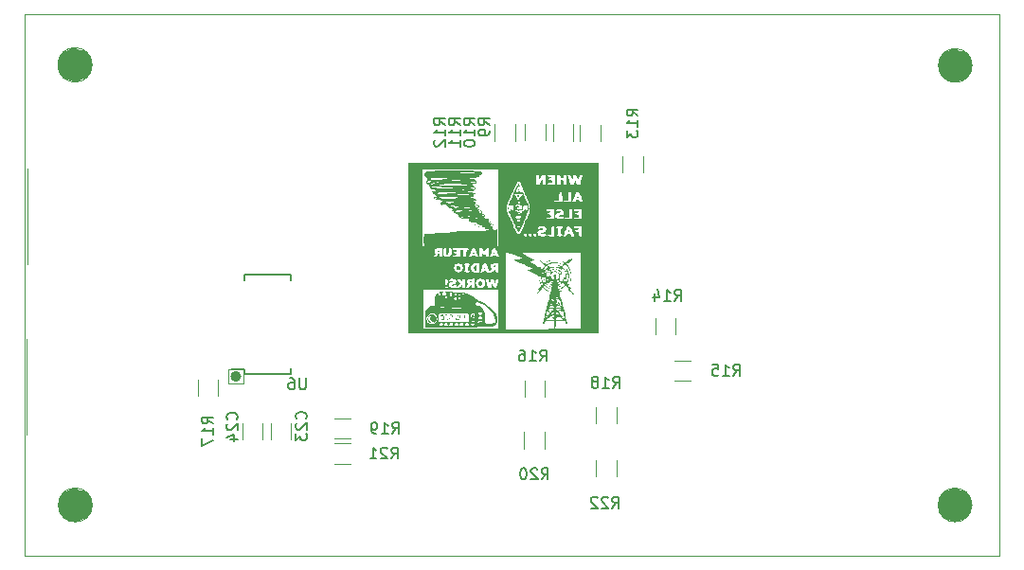
<source format=gbr>
%TF.GenerationSoftware,KiCad,Pcbnew,7.0.6*%
%TF.CreationDate,2023-09-03T13:44:33+00:00*%
%TF.ProjectId,SI4735,53493437-3335-42e6-9b69-6361645f7063,rev?*%
%TF.SameCoordinates,Original*%
%TF.FileFunction,Legend,Bot*%
%TF.FilePolarity,Positive*%
%FSLAX45Y45*%
G04 Gerber Fmt 4.5, Leading zero omitted, Abs format (unit mm)*
G04 Created by KiCad (PCBNEW 7.0.6) date 2023-09-03 13:44:33*
%MOMM*%
%LPD*%
G01*
G04 APERTURE LIST*
%ADD10C,0.466971*%
%ADD11C,0.120000*%
%ADD12C,0.150000*%
%TA.AperFunction,Profile*%
%ADD13C,0.050000*%
%TD*%
%TA.AperFunction,Profile*%
%ADD14C,1.535132*%
%TD*%
%TA.AperFunction,Profile*%
%ADD15C,1.516643*%
%TD*%
%TA.AperFunction,Profile*%
%ADD16C,0.100000*%
%TD*%
G04 APERTURE END LIST*
D10*
X14407348Y-10739000D02*
G75*
G03*
X14407348Y-10739000I-23349J0D01*
G01*
D11*
X14319000Y-10676500D02*
X14454000Y-10676500D01*
X14454000Y-10804000D01*
X14319000Y-10804000D01*
X14319000Y-10676500D01*
D12*
X15009458Y-11119214D02*
X15014220Y-11114452D01*
X15014220Y-11114452D02*
X15018982Y-11100167D01*
X15018982Y-11100167D02*
X15018982Y-11090643D01*
X15018982Y-11090643D02*
X15014220Y-11076357D01*
X15014220Y-11076357D02*
X15004696Y-11066833D01*
X15004696Y-11066833D02*
X14995172Y-11062071D01*
X14995172Y-11062071D02*
X14976125Y-11057310D01*
X14976125Y-11057310D02*
X14961839Y-11057310D01*
X14961839Y-11057310D02*
X14942791Y-11062071D01*
X14942791Y-11062071D02*
X14933268Y-11066833D01*
X14933268Y-11066833D02*
X14923744Y-11076357D01*
X14923744Y-11076357D02*
X14918982Y-11090643D01*
X14918982Y-11090643D02*
X14918982Y-11100167D01*
X14918982Y-11100167D02*
X14923744Y-11114452D01*
X14923744Y-11114452D02*
X14928506Y-11119214D01*
X14928506Y-11157310D02*
X14923744Y-11162071D01*
X14923744Y-11162071D02*
X14918982Y-11171595D01*
X14918982Y-11171595D02*
X14918982Y-11195405D01*
X14918982Y-11195405D02*
X14923744Y-11204928D01*
X14923744Y-11204928D02*
X14928506Y-11209690D01*
X14928506Y-11209690D02*
X14938029Y-11214452D01*
X14938029Y-11214452D02*
X14947553Y-11214452D01*
X14947553Y-11214452D02*
X14961839Y-11209690D01*
X14961839Y-11209690D02*
X15018982Y-11152548D01*
X15018982Y-11152548D02*
X15018982Y-11214452D01*
X14918982Y-11247786D02*
X14918982Y-11309690D01*
X14918982Y-11309690D02*
X14957077Y-11276357D01*
X14957077Y-11276357D02*
X14957077Y-11290643D01*
X14957077Y-11290643D02*
X14961839Y-11300167D01*
X14961839Y-11300167D02*
X14966601Y-11304928D01*
X14966601Y-11304928D02*
X14976125Y-11309690D01*
X14976125Y-11309690D02*
X14999934Y-11309690D01*
X14999934Y-11309690D02*
X15009458Y-11304928D01*
X15009458Y-11304928D02*
X15014220Y-11300167D01*
X15014220Y-11300167D02*
X15018982Y-11290643D01*
X15018982Y-11290643D02*
X15018982Y-11262071D01*
X15018982Y-11262071D02*
X15014220Y-11252548D01*
X15014220Y-11252548D02*
X15009458Y-11247786D01*
X14391958Y-11124214D02*
X14396720Y-11119452D01*
X14396720Y-11119452D02*
X14401482Y-11105167D01*
X14401482Y-11105167D02*
X14401482Y-11095643D01*
X14401482Y-11095643D02*
X14396720Y-11081357D01*
X14396720Y-11081357D02*
X14387196Y-11071833D01*
X14387196Y-11071833D02*
X14377672Y-11067071D01*
X14377672Y-11067071D02*
X14358625Y-11062310D01*
X14358625Y-11062310D02*
X14344339Y-11062310D01*
X14344339Y-11062310D02*
X14325291Y-11067071D01*
X14325291Y-11067071D02*
X14315768Y-11071833D01*
X14315768Y-11071833D02*
X14306244Y-11081357D01*
X14306244Y-11081357D02*
X14301482Y-11095643D01*
X14301482Y-11095643D02*
X14301482Y-11105167D01*
X14301482Y-11105167D02*
X14306244Y-11119452D01*
X14306244Y-11119452D02*
X14311006Y-11124214D01*
X14311006Y-11162310D02*
X14306244Y-11167071D01*
X14306244Y-11167071D02*
X14301482Y-11176595D01*
X14301482Y-11176595D02*
X14301482Y-11200405D01*
X14301482Y-11200405D02*
X14306244Y-11209928D01*
X14306244Y-11209928D02*
X14311006Y-11214690D01*
X14311006Y-11214690D02*
X14320529Y-11219452D01*
X14320529Y-11219452D02*
X14330053Y-11219452D01*
X14330053Y-11219452D02*
X14344339Y-11214690D01*
X14344339Y-11214690D02*
X14401482Y-11157548D01*
X14401482Y-11157548D02*
X14401482Y-11219452D01*
X14334815Y-11305167D02*
X14401482Y-11305167D01*
X14296720Y-11281357D02*
X14368148Y-11257548D01*
X14368148Y-11257548D02*
X14368148Y-11319452D01*
X15782786Y-11251482D02*
X15816119Y-11203863D01*
X15839928Y-11251482D02*
X15839928Y-11151482D01*
X15839928Y-11151482D02*
X15801833Y-11151482D01*
X15801833Y-11151482D02*
X15792309Y-11156244D01*
X15792309Y-11156244D02*
X15787548Y-11161006D01*
X15787548Y-11161006D02*
X15782786Y-11170530D01*
X15782786Y-11170530D02*
X15782786Y-11184815D01*
X15782786Y-11184815D02*
X15787548Y-11194339D01*
X15787548Y-11194339D02*
X15792309Y-11199101D01*
X15792309Y-11199101D02*
X15801833Y-11203863D01*
X15801833Y-11203863D02*
X15839928Y-11203863D01*
X15687548Y-11251482D02*
X15744690Y-11251482D01*
X15716119Y-11251482D02*
X15716119Y-11151482D01*
X15716119Y-11151482D02*
X15725643Y-11165768D01*
X15725643Y-11165768D02*
X15735167Y-11175291D01*
X15735167Y-11175291D02*
X15744690Y-11180053D01*
X15639928Y-11251482D02*
X15620881Y-11251482D01*
X15620881Y-11251482D02*
X15611357Y-11246720D01*
X15611357Y-11246720D02*
X15606595Y-11241958D01*
X15606595Y-11241958D02*
X15597071Y-11227672D01*
X15597071Y-11227672D02*
X15592309Y-11208625D01*
X15592309Y-11208625D02*
X15592309Y-11170530D01*
X15592309Y-11170530D02*
X15597071Y-11161006D01*
X15597071Y-11161006D02*
X15601833Y-11156244D01*
X15601833Y-11156244D02*
X15611357Y-11151482D01*
X15611357Y-11151482D02*
X15630405Y-11151482D01*
X15630405Y-11151482D02*
X15639928Y-11156244D01*
X15639928Y-11156244D02*
X15644690Y-11161006D01*
X15644690Y-11161006D02*
X15649452Y-11170530D01*
X15649452Y-11170530D02*
X15649452Y-11194339D01*
X15649452Y-11194339D02*
X15644690Y-11203863D01*
X15644690Y-11203863D02*
X15639928Y-11208625D01*
X15639928Y-11208625D02*
X15630405Y-11213387D01*
X15630405Y-11213387D02*
X15611357Y-11213387D01*
X15611357Y-11213387D02*
X15601833Y-11208625D01*
X15601833Y-11208625D02*
X15597071Y-11203863D01*
X15597071Y-11203863D02*
X15592309Y-11194339D01*
X15772786Y-11473982D02*
X15806119Y-11426363D01*
X15829928Y-11473982D02*
X15829928Y-11373982D01*
X15829928Y-11373982D02*
X15791833Y-11373982D01*
X15791833Y-11373982D02*
X15782309Y-11378744D01*
X15782309Y-11378744D02*
X15777548Y-11383506D01*
X15777548Y-11383506D02*
X15772786Y-11393029D01*
X15772786Y-11393029D02*
X15772786Y-11407315D01*
X15772786Y-11407315D02*
X15777548Y-11416839D01*
X15777548Y-11416839D02*
X15782309Y-11421601D01*
X15782309Y-11421601D02*
X15791833Y-11426363D01*
X15791833Y-11426363D02*
X15829928Y-11426363D01*
X15734690Y-11383506D02*
X15729928Y-11378744D01*
X15729928Y-11378744D02*
X15720405Y-11373982D01*
X15720405Y-11373982D02*
X15696595Y-11373982D01*
X15696595Y-11373982D02*
X15687071Y-11378744D01*
X15687071Y-11378744D02*
X15682309Y-11383506D01*
X15682309Y-11383506D02*
X15677548Y-11393029D01*
X15677548Y-11393029D02*
X15677548Y-11402553D01*
X15677548Y-11402553D02*
X15682309Y-11416839D01*
X15682309Y-11416839D02*
X15739452Y-11473982D01*
X15739452Y-11473982D02*
X15677548Y-11473982D01*
X15582309Y-11473982D02*
X15639452Y-11473982D01*
X15610881Y-11473982D02*
X15610881Y-11373982D01*
X15610881Y-11373982D02*
X15620405Y-11388268D01*
X15620405Y-11388268D02*
X15629928Y-11397791D01*
X15629928Y-11397791D02*
X15639452Y-11402553D01*
X15010190Y-10754482D02*
X15010190Y-10835434D01*
X15010190Y-10835434D02*
X15005428Y-10844958D01*
X15005428Y-10844958D02*
X15000667Y-10849720D01*
X15000667Y-10849720D02*
X14991143Y-10854482D01*
X14991143Y-10854482D02*
X14972095Y-10854482D01*
X14972095Y-10854482D02*
X14962571Y-10849720D01*
X14962571Y-10849720D02*
X14957809Y-10844958D01*
X14957809Y-10844958D02*
X14953048Y-10835434D01*
X14953048Y-10835434D02*
X14953048Y-10754482D01*
X14862571Y-10754482D02*
X14881619Y-10754482D01*
X14881619Y-10754482D02*
X14891143Y-10759244D01*
X14891143Y-10759244D02*
X14895905Y-10764006D01*
X14895905Y-10764006D02*
X14905428Y-10778291D01*
X14905428Y-10778291D02*
X14910190Y-10797339D01*
X14910190Y-10797339D02*
X14910190Y-10835434D01*
X14910190Y-10835434D02*
X14905428Y-10844958D01*
X14905428Y-10844958D02*
X14900667Y-10849720D01*
X14900667Y-10849720D02*
X14891143Y-10854482D01*
X14891143Y-10854482D02*
X14872095Y-10854482D01*
X14872095Y-10854482D02*
X14862571Y-10849720D01*
X14862571Y-10849720D02*
X14857809Y-10844958D01*
X14857809Y-10844958D02*
X14853048Y-10835434D01*
X14853048Y-10835434D02*
X14853048Y-10811625D01*
X14853048Y-10811625D02*
X14857809Y-10802101D01*
X14857809Y-10802101D02*
X14862571Y-10797339D01*
X14862571Y-10797339D02*
X14872095Y-10792577D01*
X14872095Y-10792577D02*
X14891143Y-10792577D01*
X14891143Y-10792577D02*
X14900667Y-10797339D01*
X14900667Y-10797339D02*
X14905428Y-10802101D01*
X14905428Y-10802101D02*
X14910190Y-10811625D01*
X16521982Y-8492214D02*
X16474363Y-8458881D01*
X16521982Y-8435071D02*
X16421982Y-8435071D01*
X16421982Y-8435071D02*
X16421982Y-8473167D01*
X16421982Y-8473167D02*
X16426744Y-8482690D01*
X16426744Y-8482690D02*
X16431506Y-8487452D01*
X16431506Y-8487452D02*
X16441029Y-8492214D01*
X16441029Y-8492214D02*
X16455315Y-8492214D01*
X16455315Y-8492214D02*
X16464839Y-8487452D01*
X16464839Y-8487452D02*
X16469601Y-8482690D01*
X16469601Y-8482690D02*
X16474363Y-8473167D01*
X16474363Y-8473167D02*
X16474363Y-8435071D01*
X16521982Y-8587452D02*
X16521982Y-8530310D01*
X16521982Y-8558881D02*
X16421982Y-8558881D01*
X16421982Y-8558881D02*
X16436268Y-8549357D01*
X16436268Y-8549357D02*
X16445791Y-8539833D01*
X16445791Y-8539833D02*
X16450553Y-8530310D01*
X16421982Y-8649357D02*
X16421982Y-8658881D01*
X16421982Y-8658881D02*
X16426744Y-8668405D01*
X16426744Y-8668405D02*
X16431506Y-8673167D01*
X16431506Y-8673167D02*
X16441029Y-8677929D01*
X16441029Y-8677929D02*
X16460077Y-8682690D01*
X16460077Y-8682690D02*
X16483887Y-8682690D01*
X16483887Y-8682690D02*
X16502934Y-8677929D01*
X16502934Y-8677929D02*
X16512458Y-8673167D01*
X16512458Y-8673167D02*
X16517220Y-8668405D01*
X16517220Y-8668405D02*
X16521982Y-8658881D01*
X16521982Y-8658881D02*
X16521982Y-8649357D01*
X16521982Y-8649357D02*
X16517220Y-8639833D01*
X16517220Y-8639833D02*
X16512458Y-8635071D01*
X16512458Y-8635071D02*
X16502934Y-8630310D01*
X16502934Y-8630310D02*
X16483887Y-8625548D01*
X16483887Y-8625548D02*
X16460077Y-8625548D01*
X16460077Y-8625548D02*
X16441029Y-8630310D01*
X16441029Y-8630310D02*
X16431506Y-8635071D01*
X16431506Y-8635071D02*
X16426744Y-8639833D01*
X16426744Y-8639833D02*
X16421982Y-8649357D01*
X14179482Y-11162214D02*
X14131863Y-11128881D01*
X14179482Y-11105071D02*
X14079482Y-11105071D01*
X14079482Y-11105071D02*
X14079482Y-11143167D01*
X14079482Y-11143167D02*
X14084244Y-11152690D01*
X14084244Y-11152690D02*
X14089006Y-11157452D01*
X14089006Y-11157452D02*
X14098529Y-11162214D01*
X14098529Y-11162214D02*
X14112815Y-11162214D01*
X14112815Y-11162214D02*
X14122339Y-11157452D01*
X14122339Y-11157452D02*
X14127101Y-11152690D01*
X14127101Y-11152690D02*
X14131863Y-11143167D01*
X14131863Y-11143167D02*
X14131863Y-11105071D01*
X14179482Y-11257452D02*
X14179482Y-11200309D01*
X14179482Y-11228881D02*
X14079482Y-11228881D01*
X14079482Y-11228881D02*
X14093768Y-11219357D01*
X14093768Y-11219357D02*
X14103291Y-11209833D01*
X14103291Y-11209833D02*
X14108053Y-11200309D01*
X14079482Y-11290786D02*
X14079482Y-11357452D01*
X14079482Y-11357452D02*
X14179482Y-11314595D01*
X18830786Y-10731982D02*
X18864119Y-10684363D01*
X18887929Y-10731982D02*
X18887929Y-10631982D01*
X18887929Y-10631982D02*
X18849833Y-10631982D01*
X18849833Y-10631982D02*
X18840310Y-10636744D01*
X18840310Y-10636744D02*
X18835548Y-10641506D01*
X18835548Y-10641506D02*
X18830786Y-10651030D01*
X18830786Y-10651030D02*
X18830786Y-10665315D01*
X18830786Y-10665315D02*
X18835548Y-10674839D01*
X18835548Y-10674839D02*
X18840310Y-10679601D01*
X18840310Y-10679601D02*
X18849833Y-10684363D01*
X18849833Y-10684363D02*
X18887929Y-10684363D01*
X18735548Y-10731982D02*
X18792690Y-10731982D01*
X18764119Y-10731982D02*
X18764119Y-10631982D01*
X18764119Y-10631982D02*
X18773643Y-10646268D01*
X18773643Y-10646268D02*
X18783167Y-10655791D01*
X18783167Y-10655791D02*
X18792690Y-10660553D01*
X18645071Y-10631982D02*
X18692690Y-10631982D01*
X18692690Y-10631982D02*
X18697452Y-10679601D01*
X18697452Y-10679601D02*
X18692690Y-10674839D01*
X18692690Y-10674839D02*
X18683167Y-10670077D01*
X18683167Y-10670077D02*
X18659357Y-10670077D01*
X18659357Y-10670077D02*
X18649833Y-10674839D01*
X18649833Y-10674839D02*
X18645071Y-10679601D01*
X18645071Y-10679601D02*
X18640310Y-10689125D01*
X18640310Y-10689125D02*
X18640310Y-10712934D01*
X18640310Y-10712934D02*
X18645071Y-10722458D01*
X18645071Y-10722458D02*
X18649833Y-10727220D01*
X18649833Y-10727220D02*
X18659357Y-10731982D01*
X18659357Y-10731982D02*
X18683167Y-10731982D01*
X18683167Y-10731982D02*
X18692690Y-10727220D01*
X18692690Y-10727220D02*
X18697452Y-10722458D01*
X17748286Y-11916982D02*
X17781619Y-11869363D01*
X17805429Y-11916982D02*
X17805429Y-11816982D01*
X17805429Y-11816982D02*
X17767333Y-11816982D01*
X17767333Y-11816982D02*
X17757810Y-11821744D01*
X17757810Y-11821744D02*
X17753048Y-11826506D01*
X17753048Y-11826506D02*
X17748286Y-11836029D01*
X17748286Y-11836029D02*
X17748286Y-11850315D01*
X17748286Y-11850315D02*
X17753048Y-11859839D01*
X17753048Y-11859839D02*
X17757810Y-11864601D01*
X17757810Y-11864601D02*
X17767333Y-11869363D01*
X17767333Y-11869363D02*
X17805429Y-11869363D01*
X17710190Y-11826506D02*
X17705429Y-11821744D01*
X17705429Y-11821744D02*
X17695905Y-11816982D01*
X17695905Y-11816982D02*
X17672095Y-11816982D01*
X17672095Y-11816982D02*
X17662571Y-11821744D01*
X17662571Y-11821744D02*
X17657810Y-11826506D01*
X17657810Y-11826506D02*
X17653048Y-11836029D01*
X17653048Y-11836029D02*
X17653048Y-11845553D01*
X17653048Y-11845553D02*
X17657810Y-11859839D01*
X17657810Y-11859839D02*
X17714952Y-11916982D01*
X17714952Y-11916982D02*
X17653048Y-11916982D01*
X17614952Y-11826506D02*
X17610190Y-11821744D01*
X17610190Y-11821744D02*
X17600667Y-11816982D01*
X17600667Y-11816982D02*
X17576857Y-11816982D01*
X17576857Y-11816982D02*
X17567333Y-11821744D01*
X17567333Y-11821744D02*
X17562571Y-11826506D01*
X17562571Y-11826506D02*
X17557810Y-11836029D01*
X17557810Y-11836029D02*
X17557810Y-11845553D01*
X17557810Y-11845553D02*
X17562571Y-11859839D01*
X17562571Y-11859839D02*
X17619714Y-11916982D01*
X17619714Y-11916982D02*
X17557810Y-11916982D01*
X17976982Y-8409714D02*
X17929363Y-8376381D01*
X17976982Y-8352571D02*
X17876982Y-8352571D01*
X17876982Y-8352571D02*
X17876982Y-8390667D01*
X17876982Y-8390667D02*
X17881744Y-8400190D01*
X17881744Y-8400190D02*
X17886506Y-8404952D01*
X17886506Y-8404952D02*
X17896030Y-8409714D01*
X17896030Y-8409714D02*
X17910315Y-8409714D01*
X17910315Y-8409714D02*
X17919839Y-8404952D01*
X17919839Y-8404952D02*
X17924601Y-8400190D01*
X17924601Y-8400190D02*
X17929363Y-8390667D01*
X17929363Y-8390667D02*
X17929363Y-8352571D01*
X17976982Y-8504952D02*
X17976982Y-8447810D01*
X17976982Y-8476381D02*
X17876982Y-8476381D01*
X17876982Y-8476381D02*
X17891268Y-8466857D01*
X17891268Y-8466857D02*
X17900791Y-8457333D01*
X17900791Y-8457333D02*
X17905553Y-8447810D01*
X17876982Y-8538286D02*
X17876982Y-8600190D01*
X17876982Y-8600190D02*
X17915077Y-8566857D01*
X17915077Y-8566857D02*
X17915077Y-8581143D01*
X17915077Y-8581143D02*
X17919839Y-8590667D01*
X17919839Y-8590667D02*
X17924601Y-8595429D01*
X17924601Y-8595429D02*
X17934125Y-8600190D01*
X17934125Y-8600190D02*
X17957934Y-8600190D01*
X17957934Y-8600190D02*
X17967458Y-8595429D01*
X17967458Y-8595429D02*
X17972220Y-8590667D01*
X17972220Y-8590667D02*
X17976982Y-8581143D01*
X17976982Y-8581143D02*
X17976982Y-8552571D01*
X17976982Y-8552571D02*
X17972220Y-8543048D01*
X17972220Y-8543048D02*
X17967458Y-8538286D01*
X17755786Y-10841982D02*
X17789119Y-10794363D01*
X17812929Y-10841982D02*
X17812929Y-10741982D01*
X17812929Y-10741982D02*
X17774833Y-10741982D01*
X17774833Y-10741982D02*
X17765310Y-10746744D01*
X17765310Y-10746744D02*
X17760548Y-10751506D01*
X17760548Y-10751506D02*
X17755786Y-10761030D01*
X17755786Y-10761030D02*
X17755786Y-10775315D01*
X17755786Y-10775315D02*
X17760548Y-10784839D01*
X17760548Y-10784839D02*
X17765310Y-10789601D01*
X17765310Y-10789601D02*
X17774833Y-10794363D01*
X17774833Y-10794363D02*
X17812929Y-10794363D01*
X17660548Y-10841982D02*
X17717690Y-10841982D01*
X17689119Y-10841982D02*
X17689119Y-10741982D01*
X17689119Y-10741982D02*
X17698643Y-10756268D01*
X17698643Y-10756268D02*
X17708167Y-10765791D01*
X17708167Y-10765791D02*
X17717690Y-10770553D01*
X17603405Y-10784839D02*
X17612929Y-10780077D01*
X17612929Y-10780077D02*
X17617690Y-10775315D01*
X17617690Y-10775315D02*
X17622452Y-10765791D01*
X17622452Y-10765791D02*
X17622452Y-10761030D01*
X17622452Y-10761030D02*
X17617690Y-10751506D01*
X17617690Y-10751506D02*
X17612929Y-10746744D01*
X17612929Y-10746744D02*
X17603405Y-10741982D01*
X17603405Y-10741982D02*
X17584357Y-10741982D01*
X17584357Y-10741982D02*
X17574833Y-10746744D01*
X17574833Y-10746744D02*
X17570071Y-10751506D01*
X17570071Y-10751506D02*
X17565310Y-10761030D01*
X17565310Y-10761030D02*
X17565310Y-10765791D01*
X17565310Y-10765791D02*
X17570071Y-10775315D01*
X17570071Y-10775315D02*
X17574833Y-10780077D01*
X17574833Y-10780077D02*
X17584357Y-10784839D01*
X17584357Y-10784839D02*
X17603405Y-10784839D01*
X17603405Y-10784839D02*
X17612929Y-10789601D01*
X17612929Y-10789601D02*
X17617690Y-10794363D01*
X17617690Y-10794363D02*
X17622452Y-10803887D01*
X17622452Y-10803887D02*
X17622452Y-10822934D01*
X17622452Y-10822934D02*
X17617690Y-10832458D01*
X17617690Y-10832458D02*
X17612929Y-10837220D01*
X17612929Y-10837220D02*
X17603405Y-10841982D01*
X17603405Y-10841982D02*
X17584357Y-10841982D01*
X17584357Y-10841982D02*
X17574833Y-10837220D01*
X17574833Y-10837220D02*
X17570071Y-10832458D01*
X17570071Y-10832458D02*
X17565310Y-10822934D01*
X17565310Y-10822934D02*
X17565310Y-10803887D01*
X17565310Y-10803887D02*
X17570071Y-10794363D01*
X17570071Y-10794363D02*
X17574833Y-10789601D01*
X17574833Y-10789601D02*
X17584357Y-10784839D01*
X16254482Y-8492214D02*
X16206863Y-8458881D01*
X16254482Y-8435071D02*
X16154482Y-8435071D01*
X16154482Y-8435071D02*
X16154482Y-8473167D01*
X16154482Y-8473167D02*
X16159244Y-8482690D01*
X16159244Y-8482690D02*
X16164006Y-8487452D01*
X16164006Y-8487452D02*
X16173529Y-8492214D01*
X16173529Y-8492214D02*
X16187815Y-8492214D01*
X16187815Y-8492214D02*
X16197339Y-8487452D01*
X16197339Y-8487452D02*
X16202101Y-8482690D01*
X16202101Y-8482690D02*
X16206863Y-8473167D01*
X16206863Y-8473167D02*
X16206863Y-8435071D01*
X16254482Y-8587452D02*
X16254482Y-8530310D01*
X16254482Y-8558881D02*
X16154482Y-8558881D01*
X16154482Y-8558881D02*
X16168768Y-8549357D01*
X16168768Y-8549357D02*
X16178291Y-8539833D01*
X16178291Y-8539833D02*
X16183053Y-8530310D01*
X16164006Y-8625548D02*
X16159244Y-8630310D01*
X16159244Y-8630310D02*
X16154482Y-8639833D01*
X16154482Y-8639833D02*
X16154482Y-8663643D01*
X16154482Y-8663643D02*
X16159244Y-8673167D01*
X16159244Y-8673167D02*
X16164006Y-8677929D01*
X16164006Y-8677929D02*
X16173529Y-8682690D01*
X16173529Y-8682690D02*
X16183053Y-8682690D01*
X16183053Y-8682690D02*
X16197339Y-8677929D01*
X16197339Y-8677929D02*
X16254482Y-8620786D01*
X16254482Y-8620786D02*
X16254482Y-8682690D01*
X17115786Y-11659482D02*
X17149119Y-11611863D01*
X17172929Y-11659482D02*
X17172929Y-11559482D01*
X17172929Y-11559482D02*
X17134833Y-11559482D01*
X17134833Y-11559482D02*
X17125310Y-11564244D01*
X17125310Y-11564244D02*
X17120548Y-11569006D01*
X17120548Y-11569006D02*
X17115786Y-11578529D01*
X17115786Y-11578529D02*
X17115786Y-11592815D01*
X17115786Y-11592815D02*
X17120548Y-11602339D01*
X17120548Y-11602339D02*
X17125310Y-11607101D01*
X17125310Y-11607101D02*
X17134833Y-11611863D01*
X17134833Y-11611863D02*
X17172929Y-11611863D01*
X17077690Y-11569006D02*
X17072929Y-11564244D01*
X17072929Y-11564244D02*
X17063405Y-11559482D01*
X17063405Y-11559482D02*
X17039595Y-11559482D01*
X17039595Y-11559482D02*
X17030071Y-11564244D01*
X17030071Y-11564244D02*
X17025310Y-11569006D01*
X17025310Y-11569006D02*
X17020548Y-11578529D01*
X17020548Y-11578529D02*
X17020548Y-11588053D01*
X17020548Y-11588053D02*
X17025310Y-11602339D01*
X17025310Y-11602339D02*
X17082452Y-11659482D01*
X17082452Y-11659482D02*
X17020548Y-11659482D01*
X16958643Y-11559482D02*
X16949119Y-11559482D01*
X16949119Y-11559482D02*
X16939595Y-11564244D01*
X16939595Y-11564244D02*
X16934833Y-11569006D01*
X16934833Y-11569006D02*
X16930071Y-11578529D01*
X16930071Y-11578529D02*
X16925310Y-11597577D01*
X16925310Y-11597577D02*
X16925310Y-11621387D01*
X16925310Y-11621387D02*
X16930071Y-11640434D01*
X16930071Y-11640434D02*
X16934833Y-11649958D01*
X16934833Y-11649958D02*
X16939595Y-11654720D01*
X16939595Y-11654720D02*
X16949119Y-11659482D01*
X16949119Y-11659482D02*
X16958643Y-11659482D01*
X16958643Y-11659482D02*
X16968167Y-11654720D01*
X16968167Y-11654720D02*
X16972929Y-11649958D01*
X16972929Y-11649958D02*
X16977690Y-11640434D01*
X16977690Y-11640434D02*
X16982452Y-11621387D01*
X16982452Y-11621387D02*
X16982452Y-11597577D01*
X16982452Y-11597577D02*
X16977690Y-11578529D01*
X16977690Y-11578529D02*
X16972929Y-11569006D01*
X16972929Y-11569006D02*
X16968167Y-11564244D01*
X16968167Y-11564244D02*
X16958643Y-11559482D01*
X16386982Y-8492214D02*
X16339363Y-8458881D01*
X16386982Y-8435071D02*
X16286982Y-8435071D01*
X16286982Y-8435071D02*
X16286982Y-8473167D01*
X16286982Y-8473167D02*
X16291744Y-8482690D01*
X16291744Y-8482690D02*
X16296506Y-8487452D01*
X16296506Y-8487452D02*
X16306029Y-8492214D01*
X16306029Y-8492214D02*
X16320315Y-8492214D01*
X16320315Y-8492214D02*
X16329839Y-8487452D01*
X16329839Y-8487452D02*
X16334601Y-8482690D01*
X16334601Y-8482690D02*
X16339363Y-8473167D01*
X16339363Y-8473167D02*
X16339363Y-8435071D01*
X16386982Y-8587452D02*
X16386982Y-8530310D01*
X16386982Y-8558881D02*
X16286982Y-8558881D01*
X16286982Y-8558881D02*
X16301268Y-8549357D01*
X16301268Y-8549357D02*
X16310791Y-8539833D01*
X16310791Y-8539833D02*
X16315553Y-8530310D01*
X16386982Y-8682690D02*
X16386982Y-8625548D01*
X16386982Y-8654119D02*
X16286982Y-8654119D01*
X16286982Y-8654119D02*
X16301268Y-8644595D01*
X16301268Y-8644595D02*
X16310791Y-8635071D01*
X16310791Y-8635071D02*
X16315553Y-8625548D01*
X18305786Y-10061982D02*
X18339119Y-10014363D01*
X18362929Y-10061982D02*
X18362929Y-9961982D01*
X18362929Y-9961982D02*
X18324833Y-9961982D01*
X18324833Y-9961982D02*
X18315310Y-9966744D01*
X18315310Y-9966744D02*
X18310548Y-9971506D01*
X18310548Y-9971506D02*
X18305786Y-9981030D01*
X18305786Y-9981030D02*
X18305786Y-9995315D01*
X18305786Y-9995315D02*
X18310548Y-10004839D01*
X18310548Y-10004839D02*
X18315310Y-10009601D01*
X18315310Y-10009601D02*
X18324833Y-10014363D01*
X18324833Y-10014363D02*
X18362929Y-10014363D01*
X18210548Y-10061982D02*
X18267690Y-10061982D01*
X18239119Y-10061982D02*
X18239119Y-9961982D01*
X18239119Y-9961982D02*
X18248643Y-9976268D01*
X18248643Y-9976268D02*
X18258167Y-9985791D01*
X18258167Y-9985791D02*
X18267690Y-9990553D01*
X18124833Y-9995315D02*
X18124833Y-10061982D01*
X18148643Y-9957220D02*
X18172452Y-10028649D01*
X18172452Y-10028649D02*
X18110548Y-10028649D01*
X16651982Y-8492333D02*
X16604363Y-8459000D01*
X16651982Y-8435191D02*
X16551982Y-8435191D01*
X16551982Y-8435191D02*
X16551982Y-8473286D01*
X16551982Y-8473286D02*
X16556744Y-8482810D01*
X16556744Y-8482810D02*
X16561506Y-8487571D01*
X16561506Y-8487571D02*
X16571029Y-8492333D01*
X16571029Y-8492333D02*
X16585315Y-8492333D01*
X16585315Y-8492333D02*
X16594839Y-8487571D01*
X16594839Y-8487571D02*
X16599601Y-8482810D01*
X16599601Y-8482810D02*
X16604363Y-8473286D01*
X16604363Y-8473286D02*
X16604363Y-8435191D01*
X16651982Y-8539952D02*
X16651982Y-8559000D01*
X16651982Y-8559000D02*
X16647220Y-8568524D01*
X16647220Y-8568524D02*
X16642458Y-8573286D01*
X16642458Y-8573286D02*
X16628172Y-8582810D01*
X16628172Y-8582810D02*
X16609125Y-8587571D01*
X16609125Y-8587571D02*
X16571029Y-8587571D01*
X16571029Y-8587571D02*
X16561506Y-8582810D01*
X16561506Y-8582810D02*
X16556744Y-8578048D01*
X16556744Y-8578048D02*
X16551982Y-8568524D01*
X16551982Y-8568524D02*
X16551982Y-8549476D01*
X16551982Y-8549476D02*
X16556744Y-8539952D01*
X16556744Y-8539952D02*
X16561506Y-8535191D01*
X16561506Y-8535191D02*
X16571029Y-8530429D01*
X16571029Y-8530429D02*
X16594839Y-8530429D01*
X16594839Y-8530429D02*
X16604363Y-8535191D01*
X16604363Y-8535191D02*
X16609125Y-8539952D01*
X16609125Y-8539952D02*
X16613887Y-8549476D01*
X16613887Y-8549476D02*
X16613887Y-8568524D01*
X16613887Y-8568524D02*
X16609125Y-8578048D01*
X16609125Y-8578048D02*
X16604363Y-8582810D01*
X16604363Y-8582810D02*
X16594839Y-8587571D01*
X17103286Y-10601982D02*
X17136619Y-10554363D01*
X17160429Y-10601982D02*
X17160429Y-10501982D01*
X17160429Y-10501982D02*
X17122333Y-10501982D01*
X17122333Y-10501982D02*
X17112810Y-10506744D01*
X17112810Y-10506744D02*
X17108048Y-10511506D01*
X17108048Y-10511506D02*
X17103286Y-10521030D01*
X17103286Y-10521030D02*
X17103286Y-10535315D01*
X17103286Y-10535315D02*
X17108048Y-10544839D01*
X17108048Y-10544839D02*
X17112810Y-10549601D01*
X17112810Y-10549601D02*
X17122333Y-10554363D01*
X17122333Y-10554363D02*
X17160429Y-10554363D01*
X17008048Y-10601982D02*
X17065190Y-10601982D01*
X17036619Y-10601982D02*
X17036619Y-10501982D01*
X17036619Y-10501982D02*
X17046143Y-10516268D01*
X17046143Y-10516268D02*
X17055667Y-10525791D01*
X17055667Y-10525791D02*
X17065190Y-10530553D01*
X16922333Y-10501982D02*
X16941381Y-10501982D01*
X16941381Y-10501982D02*
X16950905Y-10506744D01*
X16950905Y-10506744D02*
X16955667Y-10511506D01*
X16955667Y-10511506D02*
X16965190Y-10525791D01*
X16965190Y-10525791D02*
X16969952Y-10544839D01*
X16969952Y-10544839D02*
X16969952Y-10582934D01*
X16969952Y-10582934D02*
X16965190Y-10592458D01*
X16965190Y-10592458D02*
X16960429Y-10597220D01*
X16960429Y-10597220D02*
X16950905Y-10601982D01*
X16950905Y-10601982D02*
X16931857Y-10601982D01*
X16931857Y-10601982D02*
X16922333Y-10597220D01*
X16922333Y-10597220D02*
X16917571Y-10592458D01*
X16917571Y-10592458D02*
X16912810Y-10582934D01*
X16912810Y-10582934D02*
X16912810Y-10559125D01*
X16912810Y-10559125D02*
X16917571Y-10549601D01*
X16917571Y-10549601D02*
X16922333Y-10544839D01*
X16922333Y-10544839D02*
X16931857Y-10540077D01*
X16931857Y-10540077D02*
X16950905Y-10540077D01*
X16950905Y-10540077D02*
X16960429Y-10544839D01*
X16960429Y-10544839D02*
X16965190Y-10549601D01*
X16965190Y-10549601D02*
X16969952Y-10559125D01*
D11*
%TO.C,C23*%
X14876000Y-11161375D02*
X14876000Y-11303625D01*
X14694000Y-11161375D02*
X14694000Y-11303625D01*
%TO.C,C24*%
X14622000Y-11161375D02*
X14622000Y-11303625D01*
X14440000Y-11161375D02*
X14440000Y-11303625D01*
%TO.C,R19*%
X15410456Y-11295500D02*
X15265044Y-11295500D01*
X15410456Y-11113500D02*
X15265044Y-11113500D01*
%TO.C,R21*%
X15410456Y-11520500D02*
X15265044Y-11520500D01*
X15410456Y-11338500D02*
X15265044Y-11338500D01*
D12*
%TO.C,U6*%
X14456500Y-9826500D02*
X14456500Y-9882250D01*
X14456500Y-9826500D02*
X14871500Y-9826500D01*
X14456500Y-10674000D02*
X14344000Y-10674000D01*
X14456500Y-10721500D02*
X14456500Y-10674000D01*
X14456500Y-10721500D02*
X14871500Y-10721500D01*
X14871500Y-9826500D02*
X14871500Y-9882250D01*
X14871500Y-10721500D02*
X14871500Y-10665750D01*
D11*
%TO.C,R10*%
X17218000Y-8631706D02*
X17218000Y-8486294D01*
X17400000Y-8631706D02*
X17400000Y-8486294D01*
%TO.C,R17*%
X14225000Y-10768044D02*
X14225000Y-10913456D01*
X14043000Y-10768044D02*
X14043000Y-10913456D01*
%TO.C,R15*%
X18306794Y-10597750D02*
X18452206Y-10597750D01*
X18306794Y-10779750D02*
X18452206Y-10779750D01*
%TO.C,R22*%
X17604000Y-11632456D02*
X17604000Y-11487044D01*
X17786000Y-11632456D02*
X17786000Y-11487044D01*
%TO.C,R13*%
X18024000Y-8770544D02*
X18024000Y-8915956D01*
X17842000Y-8770544D02*
X17842000Y-8915956D01*
%TO.C,R18*%
X17784000Y-11016294D02*
X17784000Y-11161706D01*
X17602000Y-11016294D02*
X17602000Y-11161706D01*
%TO.C,R12*%
X16698000Y-8631706D02*
X16698000Y-8486294D01*
X16880000Y-8631706D02*
X16880000Y-8486294D01*
%TO.C,R20*%
X17144000Y-11237794D02*
X17144000Y-11383206D01*
X16962000Y-11237794D02*
X16962000Y-11383206D01*
%TO.C,R11*%
X16968000Y-8630456D02*
X16968000Y-8485044D01*
X17150000Y-8630456D02*
X17150000Y-8485044D01*
%TO.C,R14*%
X18315000Y-10220294D02*
X18315000Y-10365706D01*
X18133000Y-10220294D02*
X18133000Y-10365706D01*
%TO.C,R9*%
X17460500Y-8632956D02*
X17460500Y-8487544D01*
X17642500Y-8632956D02*
X17642500Y-8487544D01*
%TO.C,G\u002A\u002A\u002A*%
G36*
X17195453Y-9932603D02*
G01*
X17192813Y-9935243D01*
X17190173Y-9932603D01*
X17192813Y-9929963D01*
X17195453Y-9932603D01*
G37*
G36*
X16936701Y-9066574D02*
G01*
X16934060Y-9069214D01*
X16931420Y-9066574D01*
X16934060Y-9063934D01*
X16936701Y-9066574D01*
G37*
G36*
X16931420Y-9050732D02*
G01*
X16928780Y-9053372D01*
X16926139Y-9050732D01*
X16928780Y-9048092D01*
X16931420Y-9050732D01*
G37*
G36*
X16905017Y-9235555D02*
G01*
X16902376Y-9238195D01*
X16899736Y-9235555D01*
X16902376Y-9232915D01*
X16905017Y-9235555D01*
G37*
G36*
X16699071Y-9399256D02*
G01*
X16696430Y-9401896D01*
X16693790Y-9399256D01*
X16696430Y-9396615D01*
X16699071Y-9399256D01*
G37*
G36*
X16683229Y-9383414D02*
G01*
X16680588Y-9386054D01*
X16677948Y-9383414D01*
X16680588Y-9380773D01*
X16683229Y-9383414D01*
G37*
G36*
X16683229Y-9309484D02*
G01*
X16680588Y-9312125D01*
X16677948Y-9309484D01*
X16680588Y-9306844D01*
X16683229Y-9309484D01*
G37*
G36*
X16662106Y-9357010D02*
G01*
X16659466Y-9359651D01*
X16656825Y-9357010D01*
X16659466Y-9354370D01*
X16662106Y-9357010D01*
G37*
G36*
X16630422Y-9261958D02*
G01*
X16627782Y-9264599D01*
X16625141Y-9261958D01*
X16627782Y-9259318D01*
X16630422Y-9261958D01*
G37*
G36*
X16625141Y-9320046D02*
G01*
X16622501Y-9322686D01*
X16619861Y-9320046D01*
X16622501Y-9317405D01*
X16625141Y-9320046D01*
G37*
G36*
X16614580Y-9425659D02*
G01*
X16611940Y-9428299D01*
X16609299Y-9425659D01*
X16611940Y-9423019D01*
X16614580Y-9425659D01*
G37*
G36*
X16604019Y-9230274D02*
G01*
X16601378Y-9232915D01*
X16598738Y-9230274D01*
X16601378Y-9227634D01*
X16604019Y-9230274D01*
G37*
G36*
X16593457Y-9415098D02*
G01*
X16590817Y-9417738D01*
X16588177Y-9415098D01*
X16590817Y-9412457D01*
X16593457Y-9415098D01*
G37*
G36*
X16556493Y-9399256D02*
G01*
X16553852Y-9401896D01*
X16551212Y-9399256D01*
X16553852Y-9396615D01*
X16556493Y-9399256D01*
G37*
G36*
X16545931Y-9404536D02*
G01*
X16543291Y-9407177D01*
X16540651Y-9404536D01*
X16543291Y-9401896D01*
X16545931Y-9404536D01*
G37*
G36*
X16524809Y-9383414D02*
G01*
X16522168Y-9386054D01*
X16519528Y-9383414D01*
X16522168Y-9380773D01*
X16524809Y-9383414D01*
G37*
G36*
X16339985Y-10233601D02*
G01*
X16337345Y-10236241D01*
X16334705Y-10233601D01*
X16337345Y-10230961D01*
X16339985Y-10233601D01*
G37*
G36*
X17275653Y-9699287D02*
G01*
X17278098Y-9701187D01*
X17272463Y-9702477D01*
X17267107Y-9702104D01*
X17265532Y-9699704D01*
X17267400Y-9698657D01*
X17275653Y-9699287D01*
G37*
G36*
X17147927Y-9887717D02*
G01*
X17147546Y-9890513D01*
X17144407Y-9891238D01*
X17143775Y-9890464D01*
X17144407Y-9884197D01*
X17145995Y-9883371D01*
X17147927Y-9887717D01*
G37*
G36*
X17142647Y-9871875D02*
G01*
X17142266Y-9874671D01*
X17139126Y-9875396D01*
X17138494Y-9874622D01*
X17139126Y-9868355D01*
X17140715Y-9867529D01*
X17142647Y-9871875D01*
G37*
G36*
X16913818Y-9255798D02*
G01*
X16914644Y-9257386D01*
X16910297Y-9259318D01*
X16907502Y-9258937D01*
X16906777Y-9255798D01*
X16907551Y-9255166D01*
X16913818Y-9255798D01*
G37*
G36*
X16906007Y-9213466D02*
G01*
X16908451Y-9215366D01*
X16902816Y-9216656D01*
X16897460Y-9216283D01*
X16895886Y-9213882D01*
X16897754Y-9212836D01*
X16906007Y-9213466D01*
G37*
G36*
X16697310Y-9414218D02*
G01*
X16698137Y-9415806D01*
X16693790Y-9417738D01*
X16690994Y-9417357D01*
X16690270Y-9414218D01*
X16691044Y-9413586D01*
X16697310Y-9414218D01*
G37*
G36*
X16604019Y-9428299D02*
G01*
X16603638Y-9431095D01*
X16600498Y-9431820D01*
X16599866Y-9431046D01*
X16600498Y-9424779D01*
X16602087Y-9423953D01*
X16604019Y-9428299D01*
G37*
G36*
X16418362Y-10199277D02*
G01*
X16417626Y-10206541D01*
X16415698Y-10205877D01*
X16415001Y-10203487D01*
X16415698Y-10192676D01*
X16417532Y-10191780D01*
X16418362Y-10199277D01*
G37*
G36*
X16128759Y-9079776D02*
G01*
X16128378Y-9082571D01*
X16125238Y-9083296D01*
X16124606Y-9082522D01*
X16125238Y-9076255D01*
X16126827Y-9075429D01*
X16128759Y-9079776D01*
G37*
G36*
X17287828Y-9930023D02*
G01*
X17286793Y-9931408D01*
X17279632Y-9935243D01*
X17276671Y-9934964D01*
X17275426Y-9932209D01*
X17282859Y-9927948D01*
X17286978Y-9927022D01*
X17287828Y-9930023D01*
G37*
G36*
X17188037Y-9802411D02*
G01*
X17186406Y-9804757D01*
X17181940Y-9808507D01*
X17181202Y-9808456D01*
X17180039Y-9805399D01*
X17185708Y-9800082D01*
X17188659Y-9798797D01*
X17188037Y-9802411D01*
G37*
G36*
X17440371Y-9128235D02*
G01*
X17445554Y-9135223D01*
X17446166Y-9139645D01*
X17440839Y-9143144D01*
X17437225Y-9142225D01*
X17433083Y-9135223D01*
X17433613Y-9131587D01*
X17437799Y-9127302D01*
X17440371Y-9128235D01*
G37*
G36*
X17361161Y-9434513D02*
G01*
X17366344Y-9441501D01*
X17366956Y-9445923D01*
X17361629Y-9449422D01*
X17358015Y-9448504D01*
X17353873Y-9441501D01*
X17354403Y-9437866D01*
X17358589Y-9433580D01*
X17361161Y-9434513D01*
G37*
G36*
X17307021Y-9915441D02*
G01*
X17305375Y-9917485D01*
X17298355Y-9924269D01*
X17295786Y-9922688D01*
X17297714Y-9919961D01*
X17305027Y-9913447D01*
X17308853Y-9910497D01*
X17311588Y-9909186D01*
X17307021Y-9915441D01*
G37*
G36*
X17246867Y-9693824D02*
G01*
X17250544Y-9694762D01*
X17247040Y-9695708D01*
X17235058Y-9696103D01*
X17225258Y-9695930D01*
X17218339Y-9695133D01*
X17220464Y-9693896D01*
X17231250Y-9692955D01*
X17246867Y-9693824D01*
G37*
G36*
X16974887Y-9222556D02*
G01*
X16978946Y-9227634D01*
X16978885Y-9228829D01*
X16976617Y-9232915D01*
X16975770Y-9232672D01*
X16971025Y-9227634D01*
X16970200Y-9225589D01*
X16973354Y-9222353D01*
X16974887Y-9222556D01*
G37*
G36*
X16914395Y-9063362D02*
G01*
X16919847Y-9068818D01*
X16919510Y-9071815D01*
X16912938Y-9074495D01*
X16908578Y-9073633D01*
X16906029Y-9068818D01*
X16906746Y-9067253D01*
X16912938Y-9063141D01*
X16914395Y-9063362D01*
G37*
G36*
X16848151Y-9222556D02*
G01*
X16852210Y-9227634D01*
X16852150Y-9228829D01*
X16849881Y-9232915D01*
X16849034Y-9232672D01*
X16844289Y-9227634D01*
X16843464Y-9225589D01*
X16846618Y-9222353D01*
X16848151Y-9222556D01*
G37*
G36*
X16820871Y-9226802D02*
G01*
X16823357Y-9235868D01*
X16822865Y-9243964D01*
X16818990Y-9248376D01*
X16816223Y-9245028D01*
X16815580Y-9231595D01*
X16816056Y-9220684D01*
X16817501Y-9219325D01*
X16820871Y-9226802D01*
G37*
G36*
X16699071Y-9631293D02*
G01*
X16698424Y-9635228D01*
X16693790Y-9639526D01*
X16692537Y-9639384D01*
X16688509Y-9634557D01*
X16688711Y-9633075D01*
X16693790Y-9626324D01*
X16696511Y-9625828D01*
X16699071Y-9631293D01*
G37*
G36*
X16704351Y-9753060D02*
G01*
X16704024Y-9758166D01*
X16700740Y-9760599D01*
X16691139Y-9757606D01*
X16685543Y-9754086D01*
X16689387Y-9749766D01*
X16693505Y-9747398D01*
X16701742Y-9745956D01*
X16704351Y-9753060D01*
G37*
G36*
X16614580Y-9768591D02*
G01*
X16613934Y-9772525D01*
X16609299Y-9776823D01*
X16608046Y-9776681D01*
X16604019Y-9771854D01*
X16604220Y-9770373D01*
X16609299Y-9763622D01*
X16612020Y-9763125D01*
X16614580Y-9768591D01*
G37*
G36*
X16514247Y-9631293D02*
G01*
X16513601Y-9635228D01*
X16508967Y-9639526D01*
X16507714Y-9639384D01*
X16503686Y-9634557D01*
X16503887Y-9633075D01*
X16508967Y-9626324D01*
X16511687Y-9625828D01*
X16514247Y-9631293D01*
G37*
G36*
X16493125Y-9890358D02*
G01*
X16492797Y-9895464D01*
X16489514Y-9897897D01*
X16479912Y-9894903D01*
X16474317Y-9891384D01*
X16478160Y-9887063D01*
X16482279Y-9884696D01*
X16490515Y-9883253D01*
X16493125Y-9890358D01*
G37*
G36*
X16200009Y-9609191D02*
G01*
X16202688Y-9615763D01*
X16201827Y-9620123D01*
X16197011Y-9622672D01*
X16195446Y-9621955D01*
X16191335Y-9615763D01*
X16191556Y-9614306D01*
X16197011Y-9608854D01*
X16200009Y-9609191D01*
G37*
G36*
X16907637Y-9116745D02*
G01*
X16916879Y-9118634D01*
X16917488Y-9124661D01*
X16915570Y-9128396D01*
X16910379Y-9132582D01*
X16907076Y-9131284D01*
X16899736Y-9124661D01*
X16897383Y-9121517D01*
X16897649Y-9117645D01*
X16906845Y-9116740D01*
X16907637Y-9116745D01*
G37*
G36*
X16508049Y-10188022D02*
G01*
X16513295Y-10197956D01*
X16513648Y-10201570D01*
X16511135Y-10208209D01*
X16501046Y-10209838D01*
X16496827Y-10209702D01*
X16489457Y-10206756D01*
X16488797Y-10197956D01*
X16491602Y-10190389D01*
X16501046Y-10186075D01*
X16508049Y-10188022D01*
G37*
G36*
X16430113Y-10191721D02*
G01*
X16433612Y-10200143D01*
X16435037Y-10213670D01*
X16434684Y-10225047D01*
X16433283Y-10229784D01*
X16430864Y-10224088D01*
X16427480Y-10207998D01*
X16426733Y-10203507D01*
X16426221Y-10192609D01*
X16429420Y-10191147D01*
X16430113Y-10191721D01*
G37*
G36*
X16281286Y-10221719D02*
G01*
X16281300Y-10222081D01*
X16279613Y-10233005D01*
X16272657Y-10236160D01*
X16267811Y-10235413D01*
X16269406Y-10232200D01*
X16273129Y-10228326D01*
X16278034Y-10217759D01*
X16278959Y-10214425D01*
X16280481Y-10213048D01*
X16281286Y-10221719D01*
G37*
G36*
X16308937Y-10184690D02*
G01*
X16319153Y-10189020D01*
X16322771Y-10199277D01*
X16324038Y-10212478D01*
X16318776Y-10200045D01*
X16313796Y-10192464D01*
X16305796Y-10190573D01*
X16301800Y-10191321D01*
X16294707Y-10188080D01*
X16296158Y-10184571D01*
X16306419Y-10184350D01*
X16308937Y-10184690D01*
G37*
G36*
X16296144Y-10218754D02*
G01*
X16299416Y-10225835D01*
X16309946Y-10232557D01*
X16314679Y-10233580D01*
X16315859Y-10234772D01*
X16306981Y-10235522D01*
X16300498Y-10235532D01*
X16294102Y-10232185D01*
X16293179Y-10221719D01*
X16293565Y-10215576D01*
X16294495Y-10212276D01*
X16296144Y-10218754D01*
G37*
G36*
X17202685Y-9698714D02*
G01*
X17197122Y-9702370D01*
X17184892Y-9707914D01*
X17176814Y-9711221D01*
X17165020Y-9716051D01*
X17159809Y-9718188D01*
X17158489Y-9715826D01*
X17159894Y-9714009D01*
X17168180Y-9709200D01*
X17180541Y-9703838D01*
X17193077Y-9699534D01*
X17201885Y-9697901D01*
X17202685Y-9698714D01*
G37*
G36*
X16575614Y-9887839D02*
G01*
X16584354Y-9895984D01*
X16588177Y-9906200D01*
X16586720Y-9911750D01*
X16580103Y-9921440D01*
X16573903Y-9925627D01*
X16564462Y-9926610D01*
X16555817Y-9918750D01*
X16552831Y-9906339D01*
X16555789Y-9893867D01*
X16564669Y-9885710D01*
X16566049Y-9885332D01*
X16575614Y-9887839D01*
G37*
G36*
X16534940Y-9753373D02*
G01*
X16535370Y-9768902D01*
X16535233Y-9775992D01*
X16534165Y-9787942D01*
X16532383Y-9792665D01*
X16525269Y-9791401D01*
X16515151Y-9783691D01*
X16510030Y-9771982D01*
X16511006Y-9759784D01*
X16519181Y-9750606D01*
X16526785Y-9746879D01*
X16532602Y-9746624D01*
X16534940Y-9753373D01*
G37*
G36*
X16388395Y-10191983D02*
G01*
X16391378Y-10199260D01*
X16393745Y-10212059D01*
X16394015Y-10214674D01*
X16394106Y-10224976D01*
X16392272Y-10227999D01*
X16391909Y-10227693D01*
X16388925Y-10220416D01*
X16386558Y-10207617D01*
X16386288Y-10205001D01*
X16386198Y-10194700D01*
X16388032Y-10191677D01*
X16388395Y-10191983D01*
G37*
G36*
X16380229Y-9750542D02*
G01*
X16388969Y-9758687D01*
X16392792Y-9768902D01*
X16391335Y-9774453D01*
X16384718Y-9784143D01*
X16378518Y-9788330D01*
X16369077Y-9789313D01*
X16360432Y-9781453D01*
X16357446Y-9769042D01*
X16360404Y-9756570D01*
X16369285Y-9748412D01*
X16370664Y-9748034D01*
X16380229Y-9750542D01*
G37*
G36*
X16272722Y-10184096D02*
G01*
X16276617Y-10188715D01*
X16274712Y-10191753D01*
X16266222Y-10193996D01*
X16259131Y-10195807D01*
X16259078Y-10203237D01*
X16259284Y-10203829D01*
X16260245Y-10209358D01*
X16255571Y-10206232D01*
X16252635Y-10202027D01*
X16251988Y-10191711D01*
X16255517Y-10187372D01*
X16264138Y-10183837D01*
X16272722Y-10184096D01*
G37*
G36*
X17272665Y-10070516D02*
G01*
X17271715Y-10077568D01*
X17277184Y-10088284D01*
X17281599Y-10092754D01*
X17285225Y-10099837D01*
X17283971Y-10101295D01*
X17277898Y-10099013D01*
X17269594Y-10093051D01*
X17262233Y-10085834D01*
X17258987Y-10079788D01*
X17260495Y-10075019D01*
X17267504Y-10066628D01*
X17270722Y-10064056D01*
X17274379Y-10062934D01*
X17272665Y-10070516D01*
G37*
G36*
X16369226Y-10186933D02*
G01*
X16374229Y-10193758D01*
X16377315Y-10208593D01*
X16378000Y-10214459D01*
X16378693Y-10227336D01*
X16377755Y-10233676D01*
X16373515Y-10235262D01*
X16362868Y-10236241D01*
X16358940Y-10236053D01*
X16352393Y-10232405D01*
X16351266Y-10221719D01*
X16351694Y-10214893D01*
X16352601Y-10212114D01*
X16354274Y-10219079D01*
X16357348Y-10226471D01*
X16364116Y-10230961D01*
X16369465Y-10227045D01*
X16372068Y-10216809D01*
X16371663Y-10204153D01*
X16368399Y-10192992D01*
X16362428Y-10187243D01*
X16361470Y-10187011D01*
X16357478Y-10185586D01*
X16363748Y-10185556D01*
X16369226Y-10186933D01*
G37*
G36*
X16233304Y-10185736D02*
G01*
X16235913Y-10186813D01*
X16242621Y-10194602D01*
X16245882Y-10210298D01*
X16246261Y-10214896D01*
X16246575Y-10227614D01*
X16245539Y-10233875D01*
X16241407Y-10235341D01*
X16230852Y-10236241D01*
X16230438Y-10236239D01*
X16221202Y-10233632D01*
X16219143Y-10224360D01*
X16219257Y-10222406D01*
X16220262Y-10217019D01*
X16222170Y-10221719D01*
X16224577Y-10226583D01*
X16232119Y-10230961D01*
X16233178Y-10230853D01*
X16238187Y-10225445D01*
X16239588Y-10214794D01*
X16237422Y-10202958D01*
X16231732Y-10193996D01*
X16229147Y-10192000D01*
X16224782Y-10191458D01*
X16223650Y-10199950D01*
X16223474Y-10205684D01*
X16222046Y-10208895D01*
X16217822Y-10202728D01*
X16217778Y-10202651D01*
X16215408Y-10191718D01*
X16221274Y-10185322D01*
X16233304Y-10185736D01*
G37*
G36*
X16167545Y-10252988D02*
G01*
X16155587Y-10259941D01*
X16138243Y-10262626D01*
X16120421Y-10260638D01*
X16106732Y-10253905D01*
X16100232Y-10243927D01*
X16097859Y-10229882D01*
X16103776Y-10229882D01*
X16113123Y-10245807D01*
X16113921Y-10246625D01*
X16124295Y-10253478D01*
X16136128Y-10257078D01*
X16145848Y-10256817D01*
X16149881Y-10252083D01*
X16148188Y-10249141D01*
X16139961Y-10246803D01*
X16139609Y-10246796D01*
X16130027Y-10241944D01*
X16123009Y-10230904D01*
X16120286Y-10217878D01*
X16123588Y-10207065D01*
X16126291Y-10203298D01*
X16127609Y-10196745D01*
X16122396Y-10195902D01*
X16112949Y-10201888D01*
X16104402Y-10214065D01*
X16103776Y-10229882D01*
X16097859Y-10229882D01*
X16097075Y-10225245D01*
X16100153Y-10208409D01*
X16110546Y-10193567D01*
X16125979Y-10185525D01*
X16144054Y-10185418D01*
X16162371Y-10194379D01*
X16169066Y-10201582D01*
X16175836Y-10218601D01*
X16175455Y-10237160D01*
X16167997Y-10252083D01*
X16167545Y-10252988D01*
G37*
G36*
X16960293Y-9118323D02*
G01*
X16962865Y-9127324D01*
X16963401Y-9130013D01*
X16967530Y-9141533D01*
X16974834Y-9158672D01*
X16984227Y-9178815D01*
X16988428Y-9187734D01*
X16996191Y-9205904D01*
X16997092Y-9208012D01*
X17003101Y-9224817D01*
X17005349Y-9235200D01*
X17004994Y-9238255D01*
X17001088Y-9251449D01*
X16993784Y-9269817D01*
X16984227Y-9290368D01*
X16980073Y-9298851D01*
X16971386Y-9317785D01*
X16967261Y-9327967D01*
X16965360Y-9332661D01*
X16963104Y-9340824D01*
X16962781Y-9342133D01*
X16961874Y-9345815D01*
X16956721Y-9359087D01*
X16948477Y-9377663D01*
X16944450Y-9386054D01*
X16938149Y-9399186D01*
X16929912Y-9415450D01*
X16920579Y-9433018D01*
X16913674Y-9444995D01*
X16910282Y-9449422D01*
X16909267Y-9448629D01*
X16904281Y-9440966D01*
X16896701Y-9427171D01*
X16887751Y-9409721D01*
X16884280Y-9402617D01*
X16891508Y-9402617D01*
X16895330Y-9405926D01*
X16907345Y-9407177D01*
X16913033Y-9407129D01*
X16922121Y-9405587D01*
X16925587Y-9399577D01*
X16926139Y-9386054D01*
X16926005Y-9381319D01*
X16924165Y-9369616D01*
X16920859Y-9364931D01*
X16920793Y-9364933D01*
X16917108Y-9369650D01*
X16915578Y-9380773D01*
X16915494Y-9384358D01*
X16912868Y-9393980D01*
X16905328Y-9396615D01*
X16899263Y-9397460D01*
X16891815Y-9401896D01*
X16891508Y-9402617D01*
X16884280Y-9402617D01*
X16878653Y-9391098D01*
X16870631Y-9373779D01*
X16864907Y-9360244D01*
X16862704Y-9352972D01*
X16862323Y-9351036D01*
X16858535Y-9341057D01*
X16896739Y-9341057D01*
X16899736Y-9346449D01*
X16903989Y-9350785D01*
X16910297Y-9354370D01*
X16913560Y-9353069D01*
X16920859Y-9346449D01*
X16923716Y-9342133D01*
X16921394Y-9339211D01*
X16910297Y-9338528D01*
X16901239Y-9338863D01*
X16896739Y-9341057D01*
X16858535Y-9341057D01*
X16858386Y-9340664D01*
X16852646Y-9327967D01*
X16883894Y-9327967D01*
X16885676Y-9329869D01*
X16895236Y-9332298D01*
X16910297Y-9333247D01*
X16919808Y-9332891D01*
X16931951Y-9330979D01*
X16936701Y-9327967D01*
X16934919Y-9326065D01*
X16925359Y-9323636D01*
X16910297Y-9322686D01*
X16900787Y-9323042D01*
X16888643Y-9324954D01*
X16883894Y-9327967D01*
X16852646Y-9327967D01*
X16851093Y-9324532D01*
X16841582Y-9305211D01*
X16837396Y-9296966D01*
X16828758Y-9279612D01*
X16822768Y-9267078D01*
X16820526Y-9261646D01*
X16822492Y-9260297D01*
X16831087Y-9259318D01*
X16837246Y-9257848D01*
X16841649Y-9251397D01*
X16842245Y-9247753D01*
X16846929Y-9243476D01*
X16849359Y-9244370D01*
X16852210Y-9251397D01*
X16853130Y-9255091D01*
X16860131Y-9259318D01*
X16864398Y-9257470D01*
X16867235Y-9249173D01*
X16868052Y-9232383D01*
X16868052Y-9205448D01*
X16844289Y-9207338D01*
X16837146Y-9207851D01*
X16825233Y-9208372D01*
X16820526Y-9208038D01*
X16821083Y-9206626D01*
X16825176Y-9197779D01*
X16832377Y-9182718D01*
X16841649Y-9163623D01*
X16846118Y-9154318D01*
X16854653Y-9135513D01*
X16860563Y-9121014D01*
X16862771Y-9113379D01*
X16863132Y-9111297D01*
X16863546Y-9110139D01*
X16873479Y-9110139D01*
X16873937Y-9111468D01*
X16879499Y-9119024D01*
X16889321Y-9129502D01*
X16893230Y-9133545D01*
X16902473Y-9147926D01*
X16905017Y-9165259D01*
X16905488Y-9175087D01*
X16909176Y-9185336D01*
X16918218Y-9191630D01*
X16927082Y-9197787D01*
X16931420Y-9205775D01*
X16930241Y-9210839D01*
X16925083Y-9207568D01*
X16922299Y-9205415D01*
X16909465Y-9201640D01*
X16895042Y-9202642D01*
X16884586Y-9208318D01*
X16882381Y-9211382D01*
X16881925Y-9217756D01*
X16890405Y-9221274D01*
X16908537Y-9222353D01*
X16914838Y-9222520D01*
X16926709Y-9224045D01*
X16931420Y-9226646D01*
X16930624Y-9227766D01*
X16922683Y-9229910D01*
X16908977Y-9230606D01*
X16903313Y-9230654D01*
X16889656Y-9232583D01*
X16885701Y-9236153D01*
X16891617Y-9239922D01*
X16907577Y-9242445D01*
X16914739Y-9243130D01*
X16926696Y-9245491D01*
X16931420Y-9248397D01*
X16930443Y-9249535D01*
X16922215Y-9250825D01*
X16908345Y-9250139D01*
X16904481Y-9249769D01*
X16889283Y-9250031D01*
X16881624Y-9253438D01*
X16882433Y-9259099D01*
X16890636Y-9263962D01*
X16903258Y-9266665D01*
X16917165Y-9266093D01*
X16923988Y-9265400D01*
X16930770Y-9267704D01*
X16928930Y-9272567D01*
X16918218Y-9277329D01*
X16908313Y-9282484D01*
X16905017Y-9293743D01*
X16904964Y-9296077D01*
X16901871Y-9304656D01*
X16891815Y-9306844D01*
X16883132Y-9308155D01*
X16878613Y-9312125D01*
X16881979Y-9314510D01*
X16893421Y-9316604D01*
X16910297Y-9317405D01*
X16924606Y-9316845D01*
X16937171Y-9314938D01*
X16941981Y-9312125D01*
X16938704Y-9308652D01*
X16928780Y-9306844D01*
X16921361Y-9305391D01*
X16915685Y-9298805D01*
X16917481Y-9289952D01*
X16926995Y-9282241D01*
X16928131Y-9281712D01*
X16933608Y-9277632D01*
X16936908Y-9270392D01*
X16938720Y-9257526D01*
X16938768Y-9256531D01*
X16943106Y-9256531D01*
X16951899Y-9259318D01*
X16960517Y-9256345D01*
X16970104Y-9247437D01*
X16978392Y-9235555D01*
X16978669Y-9247437D01*
X16980391Y-9254792D01*
X16986867Y-9259318D01*
X16991079Y-9257539D01*
X16993958Y-9249322D01*
X16994788Y-9232611D01*
X16994788Y-9205904D01*
X16972345Y-9207528D01*
X16965756Y-9208059D01*
X16954987Y-9210182D01*
X16950683Y-9215313D01*
X16949902Y-9225856D01*
X16949902Y-9226029D01*
X16948725Y-9238892D01*
X16945942Y-9246539D01*
X16943461Y-9249578D01*
X16943106Y-9256531D01*
X16938768Y-9256531D01*
X16939731Y-9236566D01*
X16939985Y-9227931D01*
X16939987Y-9210138D01*
X16938463Y-9199078D01*
X16934783Y-9191953D01*
X16928315Y-9185966D01*
X16923330Y-9181313D01*
X16916244Y-9166116D01*
X16919095Y-9147823D01*
X16931864Y-9126741D01*
X16948150Y-9106179D01*
X16910741Y-9106179D01*
X16908872Y-9106184D01*
X16890918Y-9106786D01*
X16878240Y-9108198D01*
X16873479Y-9110139D01*
X16863546Y-9110139D01*
X16866814Y-9101023D01*
X16873504Y-9085516D01*
X16881995Y-9067261D01*
X16891081Y-9048741D01*
X16899555Y-9032442D01*
X16906211Y-9020850D01*
X16909840Y-9016449D01*
X16913578Y-9020000D01*
X16919042Y-9029650D01*
X16921946Y-9036605D01*
X16921325Y-9041772D01*
X16913277Y-9042811D01*
X16908881Y-9043286D01*
X16901104Y-9048862D01*
X16894948Y-9062613D01*
X16893886Y-9065847D01*
X16889098Y-9079923D01*
X16885751Y-9089017D01*
X16885941Y-9093064D01*
X16893450Y-9095618D01*
X16899779Y-9094166D01*
X16907202Y-9086978D01*
X16908935Y-9083021D01*
X16912654Y-9081239D01*
X16920064Y-9086978D01*
X16922882Y-9089387D01*
X16933457Y-9095268D01*
X16939522Y-9093299D01*
X16939535Y-9083736D01*
X16939443Y-9080954D01*
X16942898Y-9084652D01*
X16949502Y-9095618D01*
X16954003Y-9104223D01*
X16954876Y-9106179D01*
X16960293Y-9118323D01*
G37*
G36*
X16487644Y-10015163D02*
G01*
X16499906Y-10024403D01*
X16504237Y-10027367D01*
X16515798Y-10030295D01*
X16521982Y-10032147D01*
X16528494Y-10040605D01*
X16530931Y-10044935D01*
X16540756Y-10052143D01*
X16543494Y-10054151D01*
X16566457Y-10064392D01*
X16602822Y-10081801D01*
X16646292Y-10112584D01*
X16686870Y-10152907D01*
X16700193Y-10169009D01*
X16709649Y-10183316D01*
X16714947Y-10196942D01*
X16717900Y-10213426D01*
X16718954Y-10224006D01*
X16718603Y-10233768D01*
X16717945Y-10252067D01*
X16709990Y-10272450D01*
X16694610Y-10285636D01*
X16671327Y-10292109D01*
X16639663Y-10292349D01*
X16621853Y-10291617D01*
X16608869Y-10292385D01*
X16604019Y-10294577D01*
X16603991Y-10294667D01*
X16598112Y-10295882D01*
X16582512Y-10297033D01*
X16557978Y-10298098D01*
X16525294Y-10299052D01*
X16485245Y-10299872D01*
X16438615Y-10300536D01*
X16386191Y-10301020D01*
X16365925Y-10301156D01*
X16319759Y-10301417D01*
X16277116Y-10301592D01*
X16239170Y-10301680D01*
X16207092Y-10301680D01*
X16182056Y-10301593D01*
X16165235Y-10301417D01*
X16157802Y-10301151D01*
X16149805Y-10300531D01*
X16133550Y-10299938D01*
X16114237Y-10299681D01*
X16081233Y-10299609D01*
X16081233Y-10275846D01*
X16202688Y-10275846D01*
X16202714Y-10277497D01*
X16205565Y-10286637D01*
X16215010Y-10289048D01*
X16222779Y-10288531D01*
X16231844Y-10283736D01*
X16233592Y-10275846D01*
X16247574Y-10275846D01*
X16250770Y-10284233D01*
X16262096Y-10288078D01*
X16268522Y-10288519D01*
X16275145Y-10285752D01*
X16276617Y-10275846D01*
X16292459Y-10275846D01*
X16292838Y-10281587D01*
X16296980Y-10287627D01*
X16308301Y-10289048D01*
X16315191Y-10288733D01*
X16322438Y-10285281D01*
X16324143Y-10275846D01*
X16339985Y-10275846D01*
X16340364Y-10281587D01*
X16344506Y-10287627D01*
X16355827Y-10289048D01*
X16362716Y-10288733D01*
X16369964Y-10285281D01*
X16371669Y-10275846D01*
X16382231Y-10275846D01*
X16383097Y-10283623D01*
X16388214Y-10288062D01*
X16400713Y-10289048D01*
X16411601Y-10288429D01*
X16417815Y-10284774D01*
X16419195Y-10275846D01*
X16429757Y-10275846D01*
X16430162Y-10281745D01*
X16434366Y-10287662D01*
X16445764Y-10289048D01*
X16458999Y-10286082D01*
X16465917Y-10278388D01*
X16464237Y-10268178D01*
X16457541Y-10264353D01*
X16445287Y-10262645D01*
X16438900Y-10262925D01*
X16431509Y-10266345D01*
X16429757Y-10275846D01*
X16419195Y-10275846D01*
X16418329Y-10268069D01*
X16413212Y-10263631D01*
X16400713Y-10262645D01*
X16389826Y-10263264D01*
X16383612Y-10266918D01*
X16382231Y-10275846D01*
X16371669Y-10275846D01*
X16371291Y-10270105D01*
X16367149Y-10264065D01*
X16355827Y-10262645D01*
X16348938Y-10262960D01*
X16341690Y-10266411D01*
X16339985Y-10275846D01*
X16324143Y-10275846D01*
X16323765Y-10270105D01*
X16319623Y-10264065D01*
X16308301Y-10262645D01*
X16301412Y-10262960D01*
X16294164Y-10266411D01*
X16292459Y-10275846D01*
X16276617Y-10275846D01*
X16276305Y-10269729D01*
X16272619Y-10263813D01*
X16262096Y-10263614D01*
X16251070Y-10267207D01*
X16248998Y-10272326D01*
X16247574Y-10275846D01*
X16233592Y-10275846D01*
X16234372Y-10272326D01*
X16234305Y-10270795D01*
X16230316Y-10264449D01*
X16218530Y-10262645D01*
X16211641Y-10262960D01*
X16204393Y-10266411D01*
X16202688Y-10275846D01*
X16081233Y-10275846D01*
X16081233Y-10227013D01*
X16086462Y-10227013D01*
X16092219Y-10247597D01*
X16092761Y-10248517D01*
X16102169Y-10257826D01*
X16115813Y-10265732D01*
X16117870Y-10266570D01*
X16131351Y-10271097D01*
X16140471Y-10272644D01*
X16149374Y-10271136D01*
X16168079Y-10261587D01*
X16168307Y-10261295D01*
X16480080Y-10261295D01*
X16485895Y-10273970D01*
X16490917Y-10278388D01*
X16492888Y-10280122D01*
X16500544Y-10283350D01*
X16501890Y-10283233D01*
X16514800Y-10278877D01*
X16519528Y-10270081D01*
X16519469Y-10268429D01*
X16517034Y-10265255D01*
X16509099Y-10269068D01*
X16499483Y-10272940D01*
X16492163Y-10269075D01*
X16491716Y-10268619D01*
X16488786Y-10261907D01*
X16491943Y-10257364D01*
X16543291Y-10257364D01*
X16543597Y-10262422D01*
X16547713Y-10269280D01*
X16551475Y-10270081D01*
X16559133Y-10271711D01*
X16574975Y-10272857D01*
X16559834Y-10265913D01*
X16551768Y-10260762D01*
X16551495Y-10256411D01*
X16559331Y-10254481D01*
X16573990Y-10255883D01*
X16576342Y-10256295D01*
X16585622Y-10255888D01*
X16588177Y-10249755D01*
X16586834Y-10244899D01*
X16580208Y-10242298D01*
X16565734Y-10242538D01*
X16562902Y-10242755D01*
X16550089Y-10244687D01*
X16544511Y-10248924D01*
X16543291Y-10257364D01*
X16491943Y-10257364D01*
X16494406Y-10253819D01*
X16495825Y-10252439D01*
X16503556Y-10247991D01*
X16511342Y-10251863D01*
X16512470Y-10252785D01*
X16518179Y-10255809D01*
X16519528Y-10250654D01*
X16515671Y-10242347D01*
X16505662Y-10238609D01*
X16493363Y-10241394D01*
X16484046Y-10249006D01*
X16480080Y-10261295D01*
X16168307Y-10261295D01*
X16180522Y-10245615D01*
X16185359Y-10225498D01*
X16181246Y-10203512D01*
X16180814Y-10202466D01*
X16177979Y-10197526D01*
X16198247Y-10197526D01*
X16198455Y-10215655D01*
X16198919Y-10225498D01*
X16200048Y-10249443D01*
X16329774Y-10250853D01*
X16356748Y-10251067D01*
X16390263Y-10251093D01*
X16419137Y-10250840D01*
X16441889Y-10250333D01*
X16457040Y-10249596D01*
X16463111Y-10248653D01*
X16463118Y-10248646D01*
X16464933Y-10241862D01*
X16466228Y-10227608D01*
X16466721Y-10208958D01*
X16466555Y-10197117D01*
X16479715Y-10197117D01*
X16483431Y-10208243D01*
X16483921Y-10208789D01*
X16484253Y-10208958D01*
X16493856Y-10213834D01*
X16506550Y-10214976D01*
X16516008Y-10211598D01*
X16516478Y-10210630D01*
X16548534Y-10210630D01*
X16551904Y-10218593D01*
X16561527Y-10224359D01*
X16573586Y-10224763D01*
X16583842Y-10220408D01*
X16588177Y-10212038D01*
X16584160Y-10206621D01*
X16570574Y-10204557D01*
X16554738Y-10206023D01*
X16548534Y-10210630D01*
X16516478Y-10210630D01*
X16518351Y-10206778D01*
X16519467Y-10195008D01*
X16517896Y-10182711D01*
X16515459Y-10178154D01*
X16551212Y-10178154D01*
X16551891Y-10183141D01*
X16557170Y-10187583D01*
X16570062Y-10188715D01*
X16581412Y-10188104D01*
X16587003Y-10184781D01*
X16587224Y-10176834D01*
X16585266Y-10169637D01*
X16581576Y-10166272D01*
X16576051Y-10167110D01*
X16564414Y-10167593D01*
X16554306Y-10169872D01*
X16551212Y-10178154D01*
X16515459Y-10178154D01*
X16513947Y-10175328D01*
X16504195Y-10172764D01*
X16492608Y-10176669D01*
X16483611Y-10185689D01*
X16479715Y-10197117D01*
X16466555Y-10197117D01*
X16466495Y-10192857D01*
X16465260Y-10180235D01*
X16462442Y-10174186D01*
X16457480Y-10172491D01*
X16446879Y-10172181D01*
X16424612Y-10171935D01*
X16397168Y-10171961D01*
X16366296Y-10172223D01*
X16333745Y-10172686D01*
X16301263Y-10173314D01*
X16270599Y-10174072D01*
X16243501Y-10174924D01*
X16221719Y-10175835D01*
X16207001Y-10176769D01*
X16201096Y-10177691D01*
X16199282Y-10183724D01*
X16198247Y-10197526D01*
X16177979Y-10197526D01*
X16170732Y-10184898D01*
X16157294Y-10175766D01*
X16137594Y-10173041D01*
X16116699Y-10177445D01*
X16100174Y-10189519D01*
X16089604Y-10206848D01*
X16086462Y-10227013D01*
X16081233Y-10227013D01*
X16081233Y-10149510D01*
X16103455Y-10126867D01*
X16107621Y-10122692D01*
X16113903Y-10117260D01*
X16209727Y-10117260D01*
X16212346Y-10121288D01*
X16214380Y-10122241D01*
X16225614Y-10124201D01*
X16244539Y-10125940D01*
X16269182Y-10127413D01*
X16297572Y-10128575D01*
X16327736Y-10129379D01*
X16357703Y-10129781D01*
X16385502Y-10129735D01*
X16409159Y-10129195D01*
X16426705Y-10128116D01*
X16436165Y-10126453D01*
X16436474Y-10126281D01*
X16432938Y-10125149D01*
X16420471Y-10124167D01*
X16400501Y-10123394D01*
X16374453Y-10122888D01*
X16343754Y-10122707D01*
X16311096Y-10122502D01*
X16280560Y-10121926D01*
X16254512Y-10121045D01*
X16234976Y-10119929D01*
X16223976Y-10118647D01*
X16214708Y-10116851D01*
X16209727Y-10117260D01*
X16113903Y-10117260D01*
X16120966Y-10111152D01*
X16132465Y-10105636D01*
X16145700Y-10104225D01*
X16165723Y-10104225D01*
X16165723Y-10102171D01*
X16508115Y-10102171D01*
X16515272Y-10103170D01*
X16531787Y-10103663D01*
X16545191Y-10104167D01*
X16558521Y-10106416D01*
X16569261Y-10112031D01*
X16580363Y-10122727D01*
X16583293Y-10126281D01*
X16594778Y-10140215D01*
X16594879Y-10140343D01*
X16601570Y-10149503D01*
X16605795Y-10158366D01*
X16608117Y-10169647D01*
X16608546Y-10176834D01*
X16609097Y-10186059D01*
X16609172Y-10195008D01*
X16609299Y-10210316D01*
X16609299Y-10212038D01*
X16609299Y-10249755D01*
X16609299Y-10262148D01*
X16629102Y-10267648D01*
X16640349Y-10270570D01*
X16655344Y-10272700D01*
X16668021Y-10270605D01*
X16683229Y-10263957D01*
X16692065Y-10258922D01*
X16700265Y-10249870D01*
X16703283Y-10236037D01*
X16703414Y-10233768D01*
X16699541Y-10211182D01*
X16687494Y-10186041D01*
X16668590Y-10159939D01*
X16644147Y-10134466D01*
X16615482Y-10111215D01*
X16583912Y-10091778D01*
X16560605Y-10080728D01*
X16543339Y-10075443D01*
X16533324Y-10076741D01*
X16530089Y-10084557D01*
X16525962Y-10091111D01*
X16515568Y-10097363D01*
X16509111Y-10100196D01*
X16508115Y-10102171D01*
X16165723Y-10102171D01*
X16165723Y-10059633D01*
X16165759Y-10050145D01*
X16166245Y-10035576D01*
X16192127Y-10035576D01*
X16193759Y-10046695D01*
X16200048Y-10051418D01*
X16205607Y-10048153D01*
X16207969Y-10035576D01*
X16207053Y-10029340D01*
X16226740Y-10029340D01*
X16227723Y-10035576D01*
X16228161Y-10038350D01*
X16233040Y-10040857D01*
X16238221Y-10038219D01*
X16238369Y-10030295D01*
X16255495Y-10030295D01*
X16255552Y-10032002D01*
X16258612Y-10041187D01*
X16264190Y-10043966D01*
X16264632Y-10043497D01*
X16334705Y-10043497D01*
X16336984Y-10053605D01*
X16345266Y-10056699D01*
X16353352Y-10053849D01*
X16355827Y-10043497D01*
X16355757Y-10043185D01*
X16371669Y-10043185D01*
X16371680Y-10043497D01*
X16371764Y-10046081D01*
X16374698Y-10056671D01*
X16380282Y-10059370D01*
X16386533Y-10052886D01*
X16388737Y-10046137D01*
X16413915Y-10046137D01*
X16413915Y-10046329D01*
X16415356Y-10057389D01*
X16418755Y-10061979D01*
X16422477Y-10060545D01*
X16426394Y-10052143D01*
X16425641Y-10039536D01*
X16424294Y-10035438D01*
X16419779Y-10030438D01*
X16415694Y-10034357D01*
X16414183Y-10044362D01*
X16413915Y-10046137D01*
X16388737Y-10046137D01*
X16389317Y-10044362D01*
X16387399Y-10034337D01*
X16379150Y-10030295D01*
X16374323Y-10033017D01*
X16371669Y-10043185D01*
X16355757Y-10043185D01*
X16353548Y-10033389D01*
X16345266Y-10030295D01*
X16337180Y-10033145D01*
X16336591Y-10035609D01*
X16334705Y-10043497D01*
X16264632Y-10043497D01*
X16269299Y-10038551D01*
X16270171Y-10035609D01*
X16270120Y-10025346D01*
X16266489Y-10017873D01*
X16260813Y-10017071D01*
X16258011Y-10020304D01*
X16255495Y-10030295D01*
X16238369Y-10030295D01*
X16238413Y-10027930D01*
X16237783Y-10023753D01*
X16239804Y-10016280D01*
X16249679Y-10013408D01*
X16251472Y-10013169D01*
X16260915Y-10008996D01*
X16262656Y-10001768D01*
X16293525Y-10001768D01*
X16293586Y-10006613D01*
X16297392Y-10016130D01*
X16303836Y-10022187D01*
X16310107Y-10021448D01*
X16312494Y-10014844D01*
X16313469Y-10003892D01*
X16334705Y-10003892D01*
X16336440Y-10010719D01*
X16345266Y-10014453D01*
X16352093Y-10012718D01*
X16355827Y-10003892D01*
X16355748Y-10003580D01*
X16371669Y-10003580D01*
X16371719Y-10003892D01*
X16372855Y-10010991D01*
X16377782Y-10017449D01*
X16384135Y-10016070D01*
X16384702Y-10015449D01*
X16387624Y-10006659D01*
X16386785Y-10002929D01*
X16411709Y-10002929D01*
X16413627Y-10006659D01*
X16416556Y-10012355D01*
X16421124Y-10017941D01*
X16423733Y-10017642D01*
X16424308Y-10007852D01*
X16422626Y-9997421D01*
X16417796Y-9993145D01*
X16411755Y-9997833D01*
X16411709Y-10002929D01*
X16386785Y-10002929D01*
X16385571Y-9997537D01*
X16379590Y-9993331D01*
X16375052Y-9995192D01*
X16371669Y-10003580D01*
X16355748Y-10003580D01*
X16354092Y-9997065D01*
X16345266Y-9993331D01*
X16338439Y-9995066D01*
X16335241Y-10002625D01*
X16334705Y-10003892D01*
X16313469Y-10003892D01*
X16313582Y-10002625D01*
X16313502Y-9999083D01*
X16311122Y-9990285D01*
X16304341Y-9989037D01*
X16298688Y-9992105D01*
X16295211Y-9998611D01*
X16293525Y-10001768D01*
X16262656Y-10001768D01*
X16263416Y-9998611D01*
X16263316Y-9995627D01*
X16259756Y-9987089D01*
X16248864Y-9983736D01*
X16247109Y-9983549D01*
X16238370Y-9983881D01*
X16233057Y-9988385D01*
X16229857Y-9999188D01*
X16227459Y-10018414D01*
X16226740Y-10029340D01*
X16207053Y-10029340D01*
X16206336Y-10024457D01*
X16200048Y-10019734D01*
X16194488Y-10022999D01*
X16192127Y-10035576D01*
X16166245Y-10035576D01*
X16166405Y-10030753D01*
X16168361Y-10017912D01*
X16172265Y-10008709D01*
X16178758Y-10000226D01*
X16191793Y-9985410D01*
X16191960Y-9999931D01*
X16193738Y-10009772D01*
X16199483Y-10014453D01*
X16202170Y-10014117D01*
X16209149Y-10008240D01*
X16210552Y-9998629D01*
X16205267Y-9989993D01*
X16202625Y-9986946D01*
X16205646Y-9984355D01*
X16216374Y-9982203D01*
X16236230Y-9980032D01*
X16239030Y-9979781D01*
X16258597Y-9978627D01*
X16273888Y-9978723D01*
X16281797Y-9980067D01*
X16283627Y-9980686D01*
X16294613Y-9982420D01*
X16313263Y-9984346D01*
X16337538Y-9986271D01*
X16365401Y-9988001D01*
X16376161Y-9988634D01*
X16403994Y-9990743D01*
X16428129Y-9993224D01*
X16446279Y-9995820D01*
X16456160Y-9998272D01*
X16468595Y-10004325D01*
X16474795Y-10007852D01*
X16487644Y-10015163D01*
G37*
G36*
X16585536Y-8923944D02*
G01*
X16583269Y-8931283D01*
X16572335Y-8937146D01*
X16565913Y-8939899D01*
X16563658Y-8940866D01*
X16559133Y-8947707D01*
X16558962Y-8949226D01*
X16553818Y-8954953D01*
X16540848Y-8959125D01*
X16519156Y-8961941D01*
X16487844Y-8963600D01*
X16448239Y-8964849D01*
X16472509Y-8969399D01*
X16474642Y-8969799D01*
X16483443Y-8971458D01*
X16500503Y-8974720D01*
X16512279Y-8977034D01*
X16522111Y-8982020D01*
X16526601Y-8986697D01*
X16530545Y-8990803D01*
X16532096Y-8992419D01*
X16537398Y-9000510D01*
X16540679Y-9005518D01*
X16515595Y-9012833D01*
X16513869Y-9013340D01*
X16500725Y-9017790D01*
X16496800Y-9020923D01*
X16501062Y-9023496D01*
X16501691Y-9023720D01*
X16511044Y-9031184D01*
X16511906Y-9032524D01*
X16519043Y-9043627D01*
X16519655Y-9045017D01*
X16523439Y-9056013D01*
X16523502Y-9056195D01*
X16521397Y-9063751D01*
X16512144Y-9072732D01*
X16511837Y-9072925D01*
X16499140Y-9080895D01*
X16475668Y-9085583D01*
X16472891Y-9085654D01*
X16461700Y-9086310D01*
X16459961Y-9087702D01*
X16466721Y-9090337D01*
X16467122Y-9090463D01*
X16481010Y-9093322D01*
X16481990Y-9093524D01*
X16499079Y-9095091D01*
X16511097Y-9096455D01*
X16523656Y-9102105D01*
X16525576Y-9106410D01*
X16527640Y-9111039D01*
X16522079Y-9122120D01*
X16512434Y-9128890D01*
X16497899Y-9132582D01*
X16487102Y-9133977D01*
X16484801Y-9135223D01*
X16479923Y-9137863D01*
X16479781Y-9140882D01*
X16481778Y-9141594D01*
X16486212Y-9143173D01*
X16500529Y-9144801D01*
X16516902Y-9149324D01*
X16530418Y-9155374D01*
X16537261Y-9161576D01*
X16537559Y-9167307D01*
X16537373Y-9167662D01*
X16532505Y-9176938D01*
X16531300Y-9178210D01*
X16529820Y-9180907D01*
X16525476Y-9188824D01*
X16526580Y-9197585D01*
X16534361Y-9201231D01*
X16541712Y-9202566D01*
X16553752Y-9208425D01*
X16559530Y-9213145D01*
X16559872Y-9216640D01*
X16559992Y-9217864D01*
X16552550Y-9225074D01*
X16550010Y-9227367D01*
X16549169Y-9228127D01*
X16544802Y-9235046D01*
X16548363Y-9241381D01*
X16556154Y-9246652D01*
X16569350Y-9251783D01*
X16579908Y-9256931D01*
X16581700Y-9263333D01*
X16582605Y-9266565D01*
X16582274Y-9271444D01*
X16582901Y-9284079D01*
X16585254Y-9286782D01*
X16587805Y-9289713D01*
X16598738Y-9291002D01*
X16602143Y-9291188D01*
X16606827Y-9293019D01*
X16612253Y-9295140D01*
X16614017Y-9299585D01*
X16615052Y-9302194D01*
X16610902Y-9307339D01*
X16609043Y-9309643D01*
X16605931Y-9314770D01*
X16607785Y-9317405D01*
X16610255Y-9320916D01*
X16620312Y-9325908D01*
X16623494Y-9326397D01*
X16633709Y-9327967D01*
X16635509Y-9327991D01*
X16647675Y-9330164D01*
X16651656Y-9334972D01*
X16650929Y-9335807D01*
X16646264Y-9341168D01*
X16643540Y-9343346D01*
X16640560Y-9351730D01*
X16640372Y-9352259D01*
X16642268Y-9356130D01*
X16644688Y-9361073D01*
X16655098Y-9365901D01*
X16665132Y-9369024D01*
X16671799Y-9375493D01*
X16672287Y-9377063D01*
X16672114Y-9380666D01*
X16666075Y-9376557D01*
X16660502Y-9373128D01*
X16654343Y-9375236D01*
X16653422Y-9377495D01*
X16656348Y-9380773D01*
X16658698Y-9381902D01*
X16658735Y-9388694D01*
X16658634Y-9394194D01*
X16666510Y-9396615D01*
X16667390Y-9396628D01*
X16678227Y-9399919D01*
X16680713Y-9405131D01*
X16681628Y-9407049D01*
X16676114Y-9415161D01*
X16670243Y-9419994D01*
X16668541Y-9424512D01*
X16675675Y-9426581D01*
X16692470Y-9426789D01*
X16717553Y-9426183D01*
X16719022Y-9498530D01*
X16720491Y-9570877D01*
X16066140Y-9570877D01*
X16064445Y-9522882D01*
X16064325Y-9519119D01*
X16064284Y-9494775D01*
X16065679Y-9477986D01*
X16068399Y-9470220D01*
X16072729Y-9468463D01*
X16085649Y-9466495D01*
X16102723Y-9465856D01*
X16104468Y-9465861D01*
X16124830Y-9464757D01*
X16149926Y-9461983D01*
X16174732Y-9458079D01*
X16181151Y-9456949D01*
X16219281Y-9452745D01*
X16253942Y-9452965D01*
X16277911Y-9453524D01*
X16309551Y-9451772D01*
X16342626Y-9447828D01*
X16373448Y-9443270D01*
X16409474Y-9438690D01*
X16439442Y-9436097D01*
X16465844Y-9435366D01*
X16491172Y-9436372D01*
X16517918Y-9438988D01*
X16533045Y-9440656D01*
X16560354Y-9442469D01*
X16583821Y-9441807D01*
X16607844Y-9438654D01*
X16611068Y-9438084D01*
X16628324Y-9434320D01*
X16639807Y-9430572D01*
X16643176Y-9427576D01*
X16641564Y-9425855D01*
X16632991Y-9423019D01*
X16632293Y-9422968D01*
X16623321Y-9418764D01*
X16612473Y-9409870D01*
X16608935Y-9407177D01*
X16667387Y-9407177D01*
X16667447Y-9408372D01*
X16669715Y-9412457D01*
X16670562Y-9412214D01*
X16675308Y-9407177D01*
X16676133Y-9405131D01*
X16672979Y-9401896D01*
X16671446Y-9402099D01*
X16667387Y-9407177D01*
X16608935Y-9407177D01*
X16601414Y-9401450D01*
X16590244Y-9400206D01*
X16584900Y-9401447D01*
X16584817Y-9397780D01*
X16585088Y-9397263D01*
X16582313Y-9392290D01*
X16570013Y-9388406D01*
X16553086Y-9382304D01*
X16537910Y-9372297D01*
X16531420Y-9367062D01*
X16517756Y-9361258D01*
X16498484Y-9359651D01*
X16488427Y-9359531D01*
X16477684Y-9358115D01*
X16477238Y-9357719D01*
X16557427Y-9357719D01*
X16561773Y-9359651D01*
X16564569Y-9359270D01*
X16565294Y-9356130D01*
X16564520Y-9355498D01*
X16558253Y-9356130D01*
X16557427Y-9357719D01*
X16477238Y-9357719D01*
X16472864Y-9353831D01*
X16472422Y-9351730D01*
X16477283Y-9351730D01*
X16479923Y-9354370D01*
X16482563Y-9351730D01*
X16479923Y-9349089D01*
X16477283Y-9351730D01*
X16472422Y-9351730D01*
X16471033Y-9345129D01*
X16470517Y-9341229D01*
X16469570Y-9338528D01*
X16625141Y-9338528D01*
X16625284Y-9339781D01*
X16630110Y-9343809D01*
X16631592Y-9343607D01*
X16638343Y-9338528D01*
X16638840Y-9335807D01*
X16633374Y-9333247D01*
X16629440Y-9333894D01*
X16625141Y-9338528D01*
X16469570Y-9338528D01*
X16468390Y-9335161D01*
X16462934Y-9331772D01*
X16451739Y-9330059D01*
X16432397Y-9329016D01*
X16424124Y-9328641D01*
X16408638Y-9327285D01*
X16405210Y-9326303D01*
X16527873Y-9326303D01*
X16535370Y-9327133D01*
X16542634Y-9326397D01*
X16541971Y-9324470D01*
X16539581Y-9323772D01*
X16528769Y-9324470D01*
X16527873Y-9326303D01*
X16405210Y-9326303D01*
X16397247Y-9324022D01*
X16387455Y-9317405D01*
X16392792Y-9317405D01*
X16392793Y-9317471D01*
X16397511Y-9321157D01*
X16408634Y-9322686D01*
X16408831Y-9322686D01*
X16419887Y-9321113D01*
X16424476Y-9317405D01*
X16424475Y-9317340D01*
X16419757Y-9313654D01*
X16408634Y-9312125D01*
X16408437Y-9312125D01*
X16397381Y-9313698D01*
X16392792Y-9317405D01*
X16387455Y-9317405D01*
X16387263Y-9317276D01*
X16380416Y-9310100D01*
X16450879Y-9310100D01*
X16452845Y-9311273D01*
X16461441Y-9312125D01*
X16467575Y-9311229D01*
X16472002Y-9307339D01*
X16470739Y-9305969D01*
X16506509Y-9305969D01*
X16514538Y-9304351D01*
X16530089Y-9298923D01*
X16531595Y-9298310D01*
X16586285Y-9298310D01*
X16587079Y-9299963D01*
X16596098Y-9300534D01*
X16597738Y-9300499D01*
X16604751Y-9299585D01*
X16602598Y-9297904D01*
X16597239Y-9297055D01*
X16586756Y-9298100D01*
X16586285Y-9298310D01*
X16531595Y-9298310D01*
X16535135Y-9296869D01*
X16541635Y-9293019D01*
X16538010Y-9291591D01*
X16527790Y-9293323D01*
X16514247Y-9298923D01*
X16506821Y-9303778D01*
X16506509Y-9305969D01*
X16470739Y-9305969D01*
X16469861Y-9305018D01*
X16461441Y-9305314D01*
X16455233Y-9307326D01*
X16450879Y-9310100D01*
X16380416Y-9310100D01*
X16376002Y-9305474D01*
X16362344Y-9288940D01*
X16387511Y-9288940D01*
X16387668Y-9289208D01*
X16393769Y-9290483D01*
X16405994Y-9291002D01*
X16408409Y-9290966D01*
X16419831Y-9289572D01*
X16424476Y-9286782D01*
X16424295Y-9286213D01*
X16418152Y-9284348D01*
X16405994Y-9284719D01*
X16403538Y-9285024D01*
X16392144Y-9287037D01*
X16387511Y-9288940D01*
X16362344Y-9288940D01*
X16360776Y-9287042D01*
X16360529Y-9286757D01*
X16351479Y-9282287D01*
X16337783Y-9280441D01*
X16325345Y-9279048D01*
X16314042Y-9273403D01*
X16310608Y-9264888D01*
X16316387Y-9255093D01*
X16321606Y-9250386D01*
X16323716Y-9249148D01*
X16319439Y-9255126D01*
X16316025Y-9262213D01*
X16317077Y-9271263D01*
X16324455Y-9275160D01*
X16328476Y-9271543D01*
X16328981Y-9265197D01*
X16348276Y-9265197D01*
X16355387Y-9268770D01*
X16368748Y-9269487D01*
X16384132Y-9267335D01*
X16395966Y-9263068D01*
X16448285Y-9263068D01*
X16456160Y-9263349D01*
X16468946Y-9262326D01*
X16485204Y-9259318D01*
X16494157Y-9256886D01*
X16494555Y-9256550D01*
X16553788Y-9256550D01*
X16557718Y-9264599D01*
X16561864Y-9270440D01*
X16568984Y-9274770D01*
X16575340Y-9269289D01*
X16575367Y-9263333D01*
X16568619Y-9256982D01*
X16557768Y-9254118D01*
X16556616Y-9254145D01*
X16554943Y-9255568D01*
X16553788Y-9256550D01*
X16494555Y-9256550D01*
X16495719Y-9255568D01*
X16487844Y-9255287D01*
X16475058Y-9256310D01*
X16474316Y-9256447D01*
X16458800Y-9259318D01*
X16449847Y-9261751D01*
X16448285Y-9263068D01*
X16395966Y-9263068D01*
X16397443Y-9262536D01*
X16402894Y-9259329D01*
X16404932Y-9256447D01*
X16399166Y-9254557D01*
X16384242Y-9252643D01*
X16372269Y-9251919D01*
X16356882Y-9253580D01*
X16348278Y-9258218D01*
X16348276Y-9265197D01*
X16328981Y-9265197D01*
X16329237Y-9261983D01*
X16326654Y-9250517D01*
X16321126Y-9241213D01*
X16314602Y-9236502D01*
X16302644Y-9232915D01*
X16296865Y-9231976D01*
X16292459Y-9227634D01*
X16288486Y-9225023D01*
X16276558Y-9222695D01*
X16259455Y-9221466D01*
X16226451Y-9220578D01*
X16258135Y-9217293D01*
X16268398Y-9216042D01*
X16274743Y-9214613D01*
X16309175Y-9214613D01*
X16313410Y-9216488D01*
X16324583Y-9217444D01*
X16332315Y-9217780D01*
X16337023Y-9219115D01*
X16332451Y-9221801D01*
X16328705Y-9223328D01*
X16325343Y-9226197D01*
X16331562Y-9229351D01*
X16331880Y-9229472D01*
X16351207Y-9232354D01*
X16355878Y-9230759D01*
X16419613Y-9230759D01*
X16423466Y-9231846D01*
X16435313Y-9232620D01*
X16452640Y-9232915D01*
X16469297Y-9232363D01*
X16482893Y-9230422D01*
X16487844Y-9227367D01*
X16483223Y-9225437D01*
X16471450Y-9224712D01*
X16455865Y-9225044D01*
X16439808Y-9226268D01*
X16426618Y-9228220D01*
X16419635Y-9230734D01*
X16419613Y-9230759D01*
X16355878Y-9230759D01*
X16370985Y-9225601D01*
X16372773Y-9224592D01*
X16377310Y-9221215D01*
X16375630Y-9218931D01*
X16366298Y-9217083D01*
X16347877Y-9215012D01*
X16347838Y-9215008D01*
X16329519Y-9213563D01*
X16315710Y-9213279D01*
X16309397Y-9214217D01*
X16309175Y-9214613D01*
X16274743Y-9214613D01*
X16279755Y-9213485D01*
X16280591Y-9210657D01*
X16270893Y-9207538D01*
X16256562Y-9205109D01*
X16516946Y-9205109D01*
X16521353Y-9209209D01*
X16526256Y-9213838D01*
X16529892Y-9221215D01*
X16530089Y-9221615D01*
X16533782Y-9226669D01*
X16541727Y-9227045D01*
X16548572Y-9222353D01*
X16550322Y-9216640D01*
X16544793Y-9209644D01*
X16529339Y-9205275D01*
X16520731Y-9204235D01*
X16516946Y-9205109D01*
X16256562Y-9205109D01*
X16250652Y-9204108D01*
X16247041Y-9203641D01*
X16230707Y-9203391D01*
X16222430Y-9207628D01*
X16219278Y-9211040D01*
X16220260Y-9205835D01*
X16220839Y-9200994D01*
X16217081Y-9191333D01*
X16214605Y-9185432D01*
X16216439Y-9183363D01*
X16250521Y-9183363D01*
X16255495Y-9185679D01*
X16271818Y-9188592D01*
X16292498Y-9189634D01*
X16312423Y-9188706D01*
X16326784Y-9185799D01*
X16332340Y-9183444D01*
X16333398Y-9180907D01*
X16331269Y-9180108D01*
X16498783Y-9180108D01*
X16511149Y-9180108D01*
X16517475Y-9179438D01*
X16527698Y-9174744D01*
X16532244Y-9167662D01*
X16528834Y-9160693D01*
X16521282Y-9159751D01*
X16510476Y-9167913D01*
X16498783Y-9180108D01*
X16331269Y-9180108D01*
X16324853Y-9177699D01*
X16314881Y-9176308D01*
X16297413Y-9176233D01*
X16277327Y-9177734D01*
X16265466Y-9179197D01*
X16253515Y-9181322D01*
X16250521Y-9183363D01*
X16216439Y-9183363D01*
X16220934Y-9178294D01*
X16223630Y-9176195D01*
X16227005Y-9171565D01*
X16223718Y-9167776D01*
X16212511Y-9164007D01*
X16192127Y-9159432D01*
X16180237Y-9156731D01*
X16164831Y-9152439D01*
X16155806Y-9148875D01*
X16154007Y-9147560D01*
X16152251Y-9143144D01*
X16160443Y-9143144D01*
X16161336Y-9145573D01*
X16168364Y-9148424D01*
X16172008Y-9147828D01*
X16176285Y-9143144D01*
X16175391Y-9140714D01*
X16168364Y-9137863D01*
X16164720Y-9138459D01*
X16160443Y-9143144D01*
X16152251Y-9143144D01*
X16151345Y-9140865D01*
X16154800Y-9137159D01*
X16200483Y-9137159D01*
X16202315Y-9139797D01*
X16210373Y-9143144D01*
X16211987Y-9143814D01*
X16227455Y-9147720D01*
X16246743Y-9150799D01*
X16290612Y-9152748D01*
X16332064Y-9148121D01*
X16333451Y-9147841D01*
X16354079Y-9144587D01*
X16374310Y-9142617D01*
X16375696Y-9142536D01*
X16382597Y-9141594D01*
X16380566Y-9140344D01*
X16371060Y-9138910D01*
X16355536Y-9137412D01*
X16335451Y-9135974D01*
X16321578Y-9135223D01*
X16435037Y-9135223D01*
X16437678Y-9137863D01*
X16440318Y-9135223D01*
X16437678Y-9132582D01*
X16435037Y-9135223D01*
X16321578Y-9135223D01*
X16312264Y-9134718D01*
X16287430Y-9133765D01*
X16262407Y-9133238D01*
X16241490Y-9133300D01*
X16221012Y-9134047D01*
X16206594Y-9135381D01*
X16200483Y-9137159D01*
X16154800Y-9137159D01*
X16156757Y-9135059D01*
X16168364Y-9132582D01*
X16177663Y-9131758D01*
X16183164Y-9128025D01*
X16179080Y-9122192D01*
X16172524Y-9118830D01*
X16330920Y-9118830D01*
X16338696Y-9120062D01*
X16356610Y-9120819D01*
X16384871Y-9121119D01*
X16389066Y-9121123D01*
X16419607Y-9120700D01*
X16443723Y-9119564D01*
X16460587Y-9117833D01*
X16469371Y-9115629D01*
X16469298Y-9114104D01*
X16505565Y-9114104D01*
X16505655Y-9115629D01*
X16506079Y-9122799D01*
X16508879Y-9127302D01*
X16509205Y-9127291D01*
X16516554Y-9122928D01*
X16522046Y-9114221D01*
X16522311Y-9106410D01*
X16515761Y-9101008D01*
X16509009Y-9103738D01*
X16505565Y-9114104D01*
X16469298Y-9114104D01*
X16469249Y-9113071D01*
X16459394Y-9110281D01*
X16445628Y-9109132D01*
X16424568Y-9109085D01*
X16399628Y-9109989D01*
X16374125Y-9111672D01*
X16351378Y-9113964D01*
X16334705Y-9116694D01*
X16333078Y-9117105D01*
X16330920Y-9118830D01*
X16172524Y-9118830D01*
X16165576Y-9115268D01*
X16160365Y-9112972D01*
X16149094Y-9105763D01*
X16144601Y-9099123D01*
X16144467Y-9098352D01*
X16177591Y-9098352D01*
X16179389Y-9100746D01*
X16198525Y-9105569D01*
X16225849Y-9107858D01*
X16257316Y-9107148D01*
X16289819Y-9103364D01*
X16293211Y-9102805D01*
X16315829Y-9099454D01*
X16336142Y-9097007D01*
X16350107Y-9095961D01*
X16352478Y-9095895D01*
X16362846Y-9094924D01*
X16365854Y-9093322D01*
X16363801Y-9092829D01*
X16352920Y-9091840D01*
X16334384Y-9090796D01*
X16310057Y-9089796D01*
X16281803Y-9088937D01*
X16262165Y-9088524D01*
X16241678Y-9088372D01*
X16228648Y-9088648D01*
X16224108Y-9089324D01*
X16229091Y-9090371D01*
X16241500Y-9091942D01*
X16247811Y-9093109D01*
X16245675Y-9093883D01*
X16234390Y-9094474D01*
X16213249Y-9095092D01*
X16204215Y-9095383D01*
X16185788Y-9096578D01*
X16177591Y-9098352D01*
X16144467Y-9098352D01*
X16143971Y-9095509D01*
X16138000Y-9088553D01*
X16137466Y-9086555D01*
X16145489Y-9085473D01*
X16156323Y-9084455D01*
X16168375Y-9081681D01*
X16172932Y-9078530D01*
X16171021Y-9074228D01*
X16167389Y-9072831D01*
X16406418Y-9072831D01*
X16413915Y-9073661D01*
X16421179Y-9072925D01*
X16420516Y-9070998D01*
X16418125Y-9070300D01*
X16407314Y-9070998D01*
X16406418Y-9072831D01*
X16167389Y-9072831D01*
X16162012Y-9070764D01*
X16147823Y-9069295D01*
X16135708Y-9066762D01*
X16123338Y-9056752D01*
X16118365Y-9041649D01*
X16118338Y-9041427D01*
X16136934Y-9041427D01*
X16145476Y-9046146D01*
X16162113Y-9052105D01*
X16168646Y-9053828D01*
X16187789Y-9057104D01*
X16211253Y-9059494D01*
X16236920Y-9060973D01*
X16262671Y-9061520D01*
X16286387Y-9061109D01*
X16305950Y-9059719D01*
X16319242Y-9057325D01*
X16324143Y-9053903D01*
X16323370Y-9053270D01*
X16314818Y-9051464D01*
X16298308Y-9049563D01*
X16289958Y-9048895D01*
X16469362Y-9048895D01*
X16482366Y-9053903D01*
X16487844Y-9056013D01*
X16495302Y-9058782D01*
X16509862Y-9062875D01*
X16517387Y-9061952D01*
X16519528Y-9056013D01*
X16518122Y-9052101D01*
X16510491Y-9049128D01*
X16494445Y-9048493D01*
X16469362Y-9048895D01*
X16289958Y-9048895D01*
X16275709Y-9047756D01*
X16248894Y-9046234D01*
X16241613Y-9045885D01*
X16212746Y-9044299D01*
X16186516Y-9042562D01*
X16165562Y-9040862D01*
X16152522Y-9039386D01*
X16146276Y-9038548D01*
X16137022Y-9038658D01*
X16136934Y-9041427D01*
X16118338Y-9041427D01*
X16118205Y-9040347D01*
X16112864Y-9030870D01*
X16107283Y-9025551D01*
X16206441Y-9025551D01*
X16206801Y-9028769D01*
X16211062Y-9029717D01*
X16224897Y-9031051D01*
X16246640Y-9032384D01*
X16274769Y-9033640D01*
X16307762Y-9034742D01*
X16344098Y-9035616D01*
X16385044Y-9036244D01*
X16420642Y-9036329D01*
X16445900Y-9035749D01*
X16460925Y-9034487D01*
X16465823Y-9032524D01*
X16460701Y-9029841D01*
X16445666Y-9026419D01*
X16420824Y-9022241D01*
X16416054Y-9021557D01*
X16392906Y-9019200D01*
X16366016Y-9017656D01*
X16336972Y-9016877D01*
X16307363Y-9016814D01*
X16278778Y-9017420D01*
X16252804Y-9018644D01*
X16231031Y-9020440D01*
X16215047Y-9022758D01*
X16206441Y-9025551D01*
X16107283Y-9025551D01*
X16102355Y-9020853D01*
X16098267Y-9017385D01*
X16130803Y-9017385D01*
X16130948Y-9020437D01*
X16137305Y-9020497D01*
X16151121Y-9017386D01*
X16173644Y-9010925D01*
X16173977Y-9010825D01*
X16178529Y-9009273D01*
X16461070Y-9009273D01*
X16466948Y-9009888D01*
X16482563Y-9009984D01*
X16491202Y-9009889D01*
X16513331Y-9008533D01*
X16526031Y-9005459D01*
X16530089Y-9000510D01*
X16527797Y-8998668D01*
X16516759Y-8998377D01*
X16497734Y-9000844D01*
X16489448Y-9002488D01*
X16472002Y-9005949D01*
X16464109Y-9007826D01*
X16461070Y-9009273D01*
X16178529Y-9009273D01*
X16188073Y-9006020D01*
X16194958Y-9002488D01*
X16193145Y-9000988D01*
X16184267Y-9001444D01*
X16168223Y-9004086D01*
X16151525Y-9008208D01*
X16137881Y-9012851D01*
X16130998Y-9017057D01*
X16130803Y-9017385D01*
X16098267Y-9017385D01*
X16096769Y-9016115D01*
X16088338Y-9004339D01*
X16087455Y-8996907D01*
X16093648Y-8996907D01*
X16094121Y-9005339D01*
X16098127Y-9009436D01*
X16108429Y-9009678D01*
X16123349Y-9000848D01*
X16136421Y-8990803D01*
X16121581Y-8987079D01*
X16121300Y-8987057D01*
X16303735Y-8987057D01*
X16311153Y-8987504D01*
X16327021Y-8987799D01*
X16350547Y-8987906D01*
X16366976Y-8987858D01*
X16385508Y-8987622D01*
X16395856Y-8987222D01*
X16397228Y-8986697D01*
X16388832Y-8986083D01*
X16368888Y-8985482D01*
X16339121Y-8985389D01*
X16312262Y-8986083D01*
X16305560Y-8986498D01*
X16303735Y-8987057D01*
X16121300Y-8987057D01*
X16112242Y-8986376D01*
X16100696Y-8989915D01*
X16093648Y-8996907D01*
X16087455Y-8996907D01*
X16087081Y-8993763D01*
X16093652Y-8986934D01*
X16098452Y-8981476D01*
X16098521Y-8971673D01*
X16098465Y-8971558D01*
X16124230Y-8971558D01*
X16128457Y-8976616D01*
X16132021Y-8978085D01*
X16146340Y-8980504D01*
X16167080Y-8981678D01*
X16191424Y-8981584D01*
X16216554Y-8980200D01*
X16239653Y-8977502D01*
X16248190Y-8976067D01*
X16264588Y-8972459D01*
X16270650Y-8969399D01*
X16266530Y-8966935D01*
X16252385Y-8965115D01*
X16228372Y-8963987D01*
X16194647Y-8963601D01*
X16172382Y-8963841D01*
X16146072Y-8965194D01*
X16130062Y-8967758D01*
X16124230Y-8971558D01*
X16098465Y-8971558D01*
X16094059Y-8962424D01*
X16086254Y-8958320D01*
X16085057Y-8958237D01*
X16077504Y-8952701D01*
X16073156Y-8941045D01*
X16073074Y-8939691D01*
X16135421Y-8939691D01*
X16139999Y-8940632D01*
X16152522Y-8940968D01*
X16162288Y-8940730D01*
X16167995Y-8939899D01*
X16164331Y-8938689D01*
X16152414Y-8937810D01*
X16137927Y-8938761D01*
X16135421Y-8939691D01*
X16073074Y-8939691D01*
X16072291Y-8926847D01*
X16072914Y-8924013D01*
X16323138Y-8924013D01*
X16330996Y-8924618D01*
X16347704Y-8925088D01*
X16373834Y-8925462D01*
X16409954Y-8925782D01*
X16445388Y-8925876D01*
X16479433Y-8925498D01*
X16504330Y-8924607D01*
X16519611Y-8923220D01*
X16524809Y-8921356D01*
X16522900Y-8920010D01*
X16512307Y-8918305D01*
X16493931Y-8917215D01*
X16469485Y-8916744D01*
X16440683Y-8916894D01*
X16409237Y-8917667D01*
X16376860Y-8919065D01*
X16345266Y-8921092D01*
X16331694Y-8922226D01*
X16323561Y-8923229D01*
X16323138Y-8924013D01*
X16072914Y-8924013D01*
X16075186Y-8913680D01*
X16082120Y-8905122D01*
X16084237Y-8904640D01*
X16095855Y-8903674D01*
X16116325Y-8902748D01*
X16144503Y-8901889D01*
X16179244Y-8901123D01*
X16219404Y-8900479D01*
X16263837Y-8899984D01*
X16311399Y-8899665D01*
X16362345Y-8899493D01*
X16415747Y-8899533D01*
X16460069Y-8899915D01*
X16496127Y-8900711D01*
X16524735Y-8901994D01*
X16546707Y-8903835D01*
X16562857Y-8906307D01*
X16574001Y-8909482D01*
X16580953Y-8913431D01*
X16584526Y-8918228D01*
X16585079Y-8921356D01*
X16585536Y-8923944D01*
G37*
G36*
X17623187Y-9178493D02*
G01*
X17623187Y-9232915D01*
X17623187Y-9333247D01*
X17623187Y-9441501D01*
X17623187Y-9591496D01*
X17623187Y-9631605D01*
X17623187Y-10357697D01*
X15922813Y-10357697D01*
X15922813Y-10321377D01*
X16794123Y-10321377D01*
X16903697Y-10319735D01*
X16931700Y-10319320D01*
X16979490Y-10318632D01*
X17030294Y-10317918D01*
X17079587Y-10317242D01*
X17122844Y-10316666D01*
X17232418Y-10315241D01*
X17232418Y-10241095D01*
X17189076Y-10242628D01*
X17173652Y-10243249D01*
X17158074Y-10244480D01*
X17149246Y-10246708D01*
X17144889Y-10250637D01*
X17142725Y-10256972D01*
X17139145Y-10265660D01*
X17132418Y-10272215D01*
X17128608Y-10272555D01*
X17127800Y-10267326D01*
X17129601Y-10260946D01*
X17133616Y-10245588D01*
X17137070Y-10232077D01*
X17157770Y-10232077D01*
X17159154Y-10234371D01*
X17168976Y-10235636D01*
X17188288Y-10236081D01*
X17204636Y-10235911D01*
X17219928Y-10234027D01*
X17228261Y-10228729D01*
X17231727Y-10218369D01*
X17232418Y-10201299D01*
X17232027Y-10193323D01*
X17243375Y-10193323D01*
X17243683Y-10201299D01*
X17243977Y-10208923D01*
X17245620Y-10236239D01*
X17282320Y-10236240D01*
X17298069Y-10236092D01*
X17309875Y-10234857D01*
X17311934Y-10231388D01*
X17304520Y-10224545D01*
X17287912Y-10213186D01*
X17266836Y-10199212D01*
X17257666Y-10211126D01*
X17255651Y-10213638D01*
X17249688Y-10218911D01*
X17248745Y-10215649D01*
X17253430Y-10204765D01*
X17255731Y-10196968D01*
X17251362Y-10189819D01*
X17272475Y-10189819D01*
X17277837Y-10196876D01*
X17289062Y-10205297D01*
X17290384Y-10206109D01*
X17307371Y-10215310D01*
X17318309Y-10218719D01*
X17322069Y-10215971D01*
X17322051Y-10215754D01*
X17320539Y-10208457D01*
X17317085Y-10194087D01*
X17312378Y-10175514D01*
X17302808Y-10138549D01*
X17297083Y-10147843D01*
X17291499Y-10156906D01*
X17280189Y-10175264D01*
X17295909Y-10191482D01*
X17301881Y-10197919D01*
X17309787Y-10208168D01*
X17310908Y-10212515D01*
X17305480Y-10210047D01*
X17293741Y-10199854D01*
X17287732Y-10194474D01*
X17277888Y-10187945D01*
X17272585Y-10187805D01*
X17272475Y-10189819D01*
X17251362Y-10189819D01*
X17250467Y-10188356D01*
X17247704Y-10186315D01*
X17244425Y-10186397D01*
X17243375Y-10193323D01*
X17232027Y-10193323D01*
X17231848Y-10189678D01*
X17228919Y-10186003D01*
X17221857Y-10188715D01*
X17215588Y-10192698D01*
X17214449Y-10197927D01*
X17219932Y-10207548D01*
X17225098Y-10217767D01*
X17225410Y-10223887D01*
X17221324Y-10222041D01*
X17215926Y-10213161D01*
X17213306Y-10207626D01*
X17208185Y-10200819D01*
X17201565Y-10201697D01*
X17190173Y-10209838D01*
X17186764Y-10212416D01*
X17176180Y-10218911D01*
X17170806Y-10219669D01*
X17172195Y-10214303D01*
X17173483Y-10211316D01*
X17169780Y-10212027D01*
X17167454Y-10214051D01*
X17166435Y-10220440D01*
X17166290Y-10224216D01*
X17159920Y-10230475D01*
X17157770Y-10232077D01*
X17137070Y-10232077D01*
X17139450Y-10222766D01*
X17141815Y-10213406D01*
X17155016Y-10213406D01*
X17155855Y-10213364D01*
X17161604Y-10208657D01*
X17163850Y-10206293D01*
X17174331Y-10206293D01*
X17174830Y-10208351D01*
X17180604Y-10208904D01*
X17191493Y-10202487D01*
X17191562Y-10202434D01*
X17198749Y-10194267D01*
X17200619Y-10186740D01*
X17196272Y-10183435D01*
X17193671Y-10184298D01*
X17185680Y-10190572D01*
X17177856Y-10199338D01*
X17174331Y-10206293D01*
X17163850Y-10206293D01*
X17170390Y-10199409D01*
X17179729Y-10188478D01*
X17187139Y-10178719D01*
X17189678Y-10173870D01*
X17202166Y-10173870D01*
X17203669Y-10183911D01*
X17206897Y-10186740D01*
X17207586Y-10187344D01*
X17215429Y-10186004D01*
X17223525Y-10178298D01*
X17229859Y-10166421D01*
X17232418Y-10152569D01*
X17232313Y-10148287D01*
X17230359Y-10143169D01*
X17224432Y-10146524D01*
X17219323Y-10153277D01*
X17222899Y-10160775D01*
X17223070Y-10161134D01*
X17225110Y-10163700D01*
X17226071Y-10167232D01*
X17218480Y-10165557D01*
X17218378Y-10165525D01*
X17208092Y-10166473D01*
X17202871Y-10172990D01*
X17202166Y-10173870D01*
X17189678Y-10173870D01*
X17190138Y-10172990D01*
X17190104Y-10172724D01*
X17186970Y-10166205D01*
X17180304Y-10155371D01*
X17172341Y-10143293D01*
X17181117Y-10143293D01*
X17184394Y-10150819D01*
X17189256Y-10158596D01*
X17197058Y-10165393D01*
X17202951Y-10162996D01*
X17203683Y-10160775D01*
X17199477Y-10153498D01*
X17185685Y-10144015D01*
X17183972Y-10143089D01*
X17181117Y-10143293D01*
X17172341Y-10143293D01*
X17170505Y-10140509D01*
X17161633Y-10175830D01*
X17161459Y-10176523D01*
X17157393Y-10194317D01*
X17155080Y-10207551D01*
X17155016Y-10213406D01*
X17141815Y-10213406D01*
X17146740Y-10193909D01*
X17155123Y-10160445D01*
X17162522Y-10130698D01*
X17176971Y-10130698D01*
X17192813Y-10141189D01*
X17201463Y-10146809D01*
X17209932Y-10150805D01*
X17215189Y-10148932D01*
X17220631Y-10141189D01*
X17223088Y-10136920D01*
X17223309Y-10132667D01*
X17244488Y-10132667D01*
X17244488Y-10152569D01*
X17244488Y-10153592D01*
X17244625Y-10159619D01*
X17247388Y-10174470D01*
X17254415Y-10182755D01*
X17255187Y-10183231D01*
X17263145Y-10186132D01*
X17267330Y-10181167D01*
X17268562Y-10174060D01*
X17265157Y-10166252D01*
X17257332Y-10165237D01*
X17252796Y-10163877D01*
X17251309Y-10158516D01*
X17272383Y-10158516D01*
X17273350Y-10164141D01*
X17277588Y-10163598D01*
X17284212Y-10156690D01*
X17285141Y-10155116D01*
X17287036Y-10147843D01*
X17282868Y-10147201D01*
X17275053Y-10153921D01*
X17272383Y-10158516D01*
X17251309Y-10158516D01*
X17250127Y-10154252D01*
X17249992Y-10150641D01*
X17251337Y-10144381D01*
X17256374Y-10146630D01*
X17256946Y-10147084D01*
X17265192Y-10149153D01*
X17276950Y-10143576D01*
X17277172Y-10143430D01*
X17286597Y-10136647D01*
X17290505Y-10132661D01*
X17289593Y-10132095D01*
X17281411Y-10131045D01*
X17267497Y-10130628D01*
X17244488Y-10130628D01*
X17244488Y-10132667D01*
X17223309Y-10132667D01*
X17216981Y-10130960D01*
X17202099Y-10130663D01*
X17176971Y-10130698D01*
X17162522Y-10130698D01*
X17163852Y-10125347D01*
X17177559Y-10125347D01*
X17202348Y-10125347D01*
X17214070Y-10125033D01*
X17224368Y-10122784D01*
X17224820Y-10121387D01*
X17243147Y-10121387D01*
X17244192Y-10122573D01*
X17252610Y-10124561D01*
X17266742Y-10125347D01*
X17273830Y-10125243D01*
X17285781Y-10124427D01*
X17290505Y-10123067D01*
X17290271Y-10122512D01*
X17284800Y-10117268D01*
X17274351Y-10109283D01*
X17270988Y-10106903D01*
X17261691Y-10101257D01*
X17256194Y-10101579D01*
X17250756Y-10107603D01*
X17246155Y-10114469D01*
X17244886Y-10117388D01*
X17243147Y-10121387D01*
X17224820Y-10121387D01*
X17226113Y-10117388D01*
X17220479Y-10107699D01*
X17218783Y-10105482D01*
X17213970Y-10101961D01*
X17207344Y-10103939D01*
X17195690Y-10111971D01*
X17177559Y-10125347D01*
X17163852Y-10125347D01*
X17164236Y-10123804D01*
X17169894Y-10100883D01*
X17181674Y-10100883D01*
X17184854Y-10101343D01*
X17186077Y-10100168D01*
X17195728Y-10100168D01*
X17199033Y-10101832D01*
X17203791Y-10098095D01*
X17222463Y-10098095D01*
X17226081Y-10105281D01*
X17227371Y-10106494D01*
X17231353Y-10107337D01*
X17232244Y-10100317D01*
X17244370Y-10100317D01*
X17248104Y-10101681D01*
X17249960Y-10100050D01*
X17250675Y-10093298D01*
X17249397Y-10089044D01*
X17254936Y-10089992D01*
X17267721Y-10097431D01*
X17272532Y-10100427D01*
X17285419Y-10106506D01*
X17293092Y-10106969D01*
X17293864Y-10101552D01*
X17293665Y-10101010D01*
X17290771Y-10090505D01*
X17287670Y-10075997D01*
X17284844Y-10064793D01*
X17279860Y-10059575D01*
X17270198Y-10059814D01*
X17262044Y-10060933D01*
X17259861Y-10059694D01*
X17266431Y-10054092D01*
X17266903Y-10053725D01*
X17272622Y-10048562D01*
X17270434Y-10046507D01*
X17259012Y-10046137D01*
X17256663Y-10046139D01*
X17246446Y-10046690D01*
X17245110Y-10049638D01*
X17251192Y-10057021D01*
X17254600Y-10060989D01*
X17256325Y-10064620D01*
X17257825Y-10067778D01*
X17253650Y-10072473D01*
X17248368Y-10078880D01*
X17244376Y-10091094D01*
X17244371Y-10098944D01*
X17244370Y-10100317D01*
X17232244Y-10100317D01*
X17232418Y-10098944D01*
X17232379Y-10096402D01*
X17230810Y-10090008D01*
X17228278Y-10091400D01*
X17226081Y-10092607D01*
X17222463Y-10098095D01*
X17203791Y-10098095D01*
X17205909Y-10096431D01*
X17209102Y-10091400D01*
X17206973Y-10088383D01*
X17205060Y-10088661D01*
X17197877Y-10094015D01*
X17195728Y-10100168D01*
X17186077Y-10100168D01*
X17192591Y-10093908D01*
X17198785Y-10083409D01*
X17197963Y-10068793D01*
X17196091Y-10062318D01*
X17195476Y-10061356D01*
X17200734Y-10061356D01*
X17200931Y-10062905D01*
X17206015Y-10069900D01*
X17208042Y-10070746D01*
X17211295Y-10067883D01*
X17211098Y-10066334D01*
X17206015Y-10059339D01*
X17203988Y-10058493D01*
X17200734Y-10061356D01*
X17195476Y-10061356D01*
X17193897Y-10058885D01*
X17191237Y-10063597D01*
X17186838Y-10077444D01*
X17182813Y-10091846D01*
X17181674Y-10100883D01*
X17169894Y-10100883D01*
X17170762Y-10097366D01*
X17179457Y-10061509D01*
X17182931Y-10046517D01*
X17198094Y-10046517D01*
X17212495Y-10058311D01*
X17221154Y-10066084D01*
X17221820Y-10067883D01*
X17223045Y-10071194D01*
X17218083Y-10075666D01*
X17213118Y-10080104D01*
X17214604Y-10083409D01*
X17215297Y-10084952D01*
X17220216Y-10085088D01*
X17226872Y-10078316D01*
X17226943Y-10078185D01*
X17231704Y-10066305D01*
X17231640Y-10064620D01*
X17242979Y-10064620D01*
X17244664Y-10066305D01*
X17245620Y-10067260D01*
X17248260Y-10064620D01*
X17245620Y-10061979D01*
X17242979Y-10064620D01*
X17231640Y-10064620D01*
X17231445Y-10059490D01*
X17226240Y-10059894D01*
X17222690Y-10060885D01*
X17223434Y-10054925D01*
X17224166Y-10052643D01*
X17222473Y-10047551D01*
X17212450Y-10046327D01*
X17198094Y-10046517D01*
X17182931Y-10046517D01*
X17184724Y-10038781D01*
X17206015Y-10038781D01*
X17208124Y-10040006D01*
X17216888Y-10040857D01*
X17222901Y-10039786D01*
X17224412Y-10036327D01*
X17245550Y-10036327D01*
X17246294Y-10039776D01*
X17256445Y-10040696D01*
X17264595Y-10040399D01*
X17267764Y-10038814D01*
X17262273Y-10034868D01*
X17255015Y-10031973D01*
X17246695Y-10035029D01*
X17246009Y-10035807D01*
X17245550Y-10036327D01*
X17224412Y-10036327D01*
X17224640Y-10035807D01*
X17224596Y-10035739D01*
X17218476Y-10033435D01*
X17210181Y-10034785D01*
X17206015Y-10038781D01*
X17184724Y-10038781D01*
X17185826Y-10034027D01*
X17187164Y-10027655D01*
X17227137Y-10027655D01*
X17229778Y-10030295D01*
X17232418Y-10027655D01*
X17229778Y-10025015D01*
X17227137Y-10027655D01*
X17187164Y-10027655D01*
X17189446Y-10016782D01*
X17200734Y-10016782D01*
X17200837Y-10019448D01*
X17203332Y-10024781D01*
X17208429Y-10020099D01*
X17209147Y-10018195D01*
X17208617Y-10017094D01*
X17221857Y-10017094D01*
X17222958Y-10018195D01*
X17224497Y-10019734D01*
X17226429Y-10017802D01*
X17243913Y-10017802D01*
X17248260Y-10019734D01*
X17251056Y-10019353D01*
X17251649Y-10016782D01*
X17264102Y-10016782D01*
X17264524Y-10020014D01*
X17269383Y-10027655D01*
X17272630Y-10027347D01*
X17274663Y-10020046D01*
X17273632Y-10013609D01*
X17269383Y-10009173D01*
X17267054Y-10009957D01*
X17264348Y-10016214D01*
X17264102Y-10016782D01*
X17251649Y-10016782D01*
X17251780Y-10016214D01*
X17251006Y-10015582D01*
X17244740Y-10016214D01*
X17244282Y-10017094D01*
X17243913Y-10017802D01*
X17226429Y-10017802D01*
X17227137Y-10017094D01*
X17224497Y-10014453D01*
X17221857Y-10017094D01*
X17208617Y-10017094D01*
X17206101Y-10011866D01*
X17203332Y-10011343D01*
X17200734Y-10016782D01*
X17189446Y-10016782D01*
X17190079Y-10013769D01*
X17192419Y-9999631D01*
X17219077Y-9999631D01*
X17219123Y-10002009D01*
X17225589Y-10006193D01*
X17226591Y-10006569D01*
X17231883Y-10007677D01*
X17228545Y-10003237D01*
X17225279Y-10000702D01*
X17244409Y-10000702D01*
X17244491Y-10002504D01*
X17251340Y-10003475D01*
X17256531Y-10002629D01*
X17254531Y-10000285D01*
X17251477Y-9999441D01*
X17244409Y-10000702D01*
X17225279Y-10000702D01*
X17224663Y-10000223D01*
X17219077Y-9999631D01*
X17192419Y-9999631D01*
X17192426Y-9999591D01*
X17193076Y-9990343D01*
X17193045Y-9990140D01*
X17212725Y-9990140D01*
X17212807Y-9991943D01*
X17219656Y-9992914D01*
X17224847Y-9992068D01*
X17223202Y-9990140D01*
X17244409Y-9990140D01*
X17244491Y-9991943D01*
X17245375Y-9992068D01*
X17251340Y-9992914D01*
X17256531Y-9992068D01*
X17254531Y-9989723D01*
X17251477Y-9988880D01*
X17244409Y-9990140D01*
X17223202Y-9990140D01*
X17222847Y-9989723D01*
X17219793Y-9988880D01*
X17212725Y-9990140D01*
X17193045Y-9990140D01*
X17192238Y-9984878D01*
X17190123Y-9982048D01*
X17188852Y-9981143D01*
X17185278Y-9977918D01*
X17190946Y-9979255D01*
X17194729Y-9979667D01*
X17200237Y-9974853D01*
X17201146Y-9972208D01*
X17256181Y-9972208D01*
X17257265Y-9973788D01*
X17261773Y-9977489D01*
X17262300Y-9977351D01*
X17264102Y-9972208D01*
X17263887Y-9970761D01*
X17258510Y-9966927D01*
X17256600Y-9967342D01*
X17256181Y-9972208D01*
X17201146Y-9972208D01*
X17203906Y-9964181D01*
X17212424Y-9964181D01*
X17213056Y-9970448D01*
X17214644Y-9971274D01*
X17216576Y-9966927D01*
X17216195Y-9964132D01*
X17213056Y-9963407D01*
X17212424Y-9964181D01*
X17203906Y-9964181D01*
X17204906Y-9961271D01*
X17206531Y-9954267D01*
X17206578Y-9953726D01*
X17221857Y-9953726D01*
X17224497Y-9956366D01*
X17227137Y-9953726D01*
X17242979Y-9953726D01*
X17245620Y-9956366D01*
X17248260Y-9953726D01*
X17245620Y-9951085D01*
X17242979Y-9953726D01*
X17227137Y-9953726D01*
X17224497Y-9951085D01*
X17221857Y-9953726D01*
X17206578Y-9953726D01*
X17207452Y-9943662D01*
X17204133Y-9940443D01*
X17202075Y-9939360D01*
X17206015Y-9934889D01*
X17208289Y-9933217D01*
X17208757Y-9932291D01*
X17221857Y-9932291D01*
X17222503Y-9936226D01*
X17227137Y-9940524D01*
X17228390Y-9940382D01*
X17232418Y-9935555D01*
X17232217Y-9934073D01*
X17230641Y-9931980D01*
X17242979Y-9931980D01*
X17243454Y-9935547D01*
X17243459Y-9935555D01*
X17248260Y-9943164D01*
X17250900Y-9943728D01*
X17253541Y-9938507D01*
X17253458Y-9937884D01*
X17263118Y-9937884D01*
X17263282Y-9938507D01*
X17264811Y-9944312D01*
X17268700Y-9952267D01*
X17269200Y-9952680D01*
X17276948Y-9952462D01*
X17289228Y-9947160D01*
X17302969Y-9938394D01*
X17315101Y-9927786D01*
X17315301Y-9927572D01*
X17322652Y-9918904D01*
X17322935Y-9913474D01*
X17316421Y-9907008D01*
X17309617Y-9902563D01*
X17307126Y-9903361D01*
X17306347Y-9903611D01*
X17305499Y-9905976D01*
X17298554Y-9908840D01*
X17288406Y-9910924D01*
X17275525Y-9918227D01*
X17265959Y-9928145D01*
X17263118Y-9937884D01*
X17253458Y-9937884D01*
X17253066Y-9934940D01*
X17248260Y-9927322D01*
X17245620Y-9926759D01*
X17242979Y-9931980D01*
X17230641Y-9931980D01*
X17227137Y-9927322D01*
X17224417Y-9926826D01*
X17221857Y-9932291D01*
X17208757Y-9932291D01*
X17210612Y-9928623D01*
X17203987Y-9923088D01*
X17203587Y-9922832D01*
X17192312Y-9914852D01*
X17179300Y-9904743D01*
X17177344Y-9903198D01*
X17166841Y-9897281D01*
X17188379Y-9897281D01*
X17189907Y-9905879D01*
X17194412Y-9910001D01*
X17204077Y-9914912D01*
X17212789Y-9916223D01*
X17216576Y-9912888D01*
X17215987Y-9911374D01*
X17228266Y-9911374D01*
X17228898Y-9917641D01*
X17230486Y-9918467D01*
X17232418Y-9914121D01*
X17232044Y-9911374D01*
X17244108Y-9911374D01*
X17244385Y-9914121D01*
X17244740Y-9917641D01*
X17246328Y-9918467D01*
X17248260Y-9914121D01*
X17248018Y-9912349D01*
X17257726Y-9912349D01*
X17258300Y-9913164D01*
X17261260Y-9914121D01*
X17264632Y-9915211D01*
X17276577Y-9910520D01*
X17286507Y-9903361D01*
X17286389Y-9897331D01*
X17280755Y-9895086D01*
X17267539Y-9899160D01*
X17265242Y-9900919D01*
X17259014Y-9905688D01*
X17257726Y-9912349D01*
X17248018Y-9912349D01*
X17247879Y-9911325D01*
X17244740Y-9910600D01*
X17244108Y-9911374D01*
X17232044Y-9911374D01*
X17232037Y-9911325D01*
X17228898Y-9910600D01*
X17228266Y-9911374D01*
X17215987Y-9911374D01*
X17214790Y-9908296D01*
X17207786Y-9900919D01*
X17227137Y-9900919D01*
X17229778Y-9903559D01*
X17232418Y-9900919D01*
X17229778Y-9898279D01*
X17227137Y-9900919D01*
X17207786Y-9900919D01*
X17207335Y-9900444D01*
X17203341Y-9897354D01*
X17201957Y-9894910D01*
X17209975Y-9896517D01*
X17215249Y-9897030D01*
X17221528Y-9893324D01*
X17221322Y-9890192D01*
X17253541Y-9890192D01*
X17254077Y-9893324D01*
X17254464Y-9895580D01*
X17260251Y-9897621D01*
X17271814Y-9891164D01*
X17277780Y-9885027D01*
X17275210Y-9880134D01*
X17267415Y-9878024D01*
X17257810Y-9881517D01*
X17253541Y-9890192D01*
X17221322Y-9890192D01*
X17221075Y-9886431D01*
X17213139Y-9880221D01*
X17212568Y-9880021D01*
X17202684Y-9881067D01*
X17197690Y-9884845D01*
X17193630Y-9887916D01*
X17188379Y-9897281D01*
X17166841Y-9897281D01*
X17166480Y-9897078D01*
X17161590Y-9898442D01*
X17163465Y-9905729D01*
X17172896Y-9917378D01*
X17176666Y-9921236D01*
X17180361Y-9926011D01*
X17176971Y-9924558D01*
X17169585Y-9918842D01*
X17159789Y-9909383D01*
X17153755Y-9904584D01*
X17146976Y-9907679D01*
X17144804Y-9912753D01*
X17148941Y-9922742D01*
X17160934Y-9934326D01*
X17179606Y-9946120D01*
X17184223Y-9948734D01*
X17190916Y-9953950D01*
X17189589Y-9956133D01*
X17186779Y-9955753D01*
X17175339Y-9951191D01*
X17161503Y-9943077D01*
X17160884Y-9942660D01*
X17145491Y-9934403D01*
X17135588Y-9933600D01*
X17132085Y-9940338D01*
X17134281Y-9943631D01*
X17143241Y-9951463D01*
X17156754Y-9961149D01*
X17166988Y-9968319D01*
X17174880Y-9974936D01*
X17175640Y-9977489D01*
X17171185Y-9975892D01*
X17160082Y-9969296D01*
X17146070Y-9959330D01*
X17141709Y-9956045D01*
X17129082Y-9947628D01*
X17121395Y-9945310D01*
X17116401Y-9948255D01*
X17113266Y-9953472D01*
X17116594Y-9957363D01*
X17117108Y-9957812D01*
X17114530Y-9963211D01*
X17105602Y-9973052D01*
X17091842Y-9985600D01*
X17087120Y-9989604D01*
X17074226Y-10000228D01*
X17068146Y-10004361D01*
X17068032Y-10002416D01*
X17073035Y-9994810D01*
X17075183Y-9991830D01*
X17083974Y-9980753D01*
X17090086Y-9974696D01*
X17093359Y-9971942D01*
X17094134Y-9965161D01*
X17085880Y-9960448D01*
X17082347Y-9959162D01*
X17083385Y-9955701D01*
X17093466Y-9949537D01*
X17095386Y-9948498D01*
X17106873Y-9941432D01*
X17113014Y-9936197D01*
X17113034Y-9932391D01*
X17109521Y-9921183D01*
X17102787Y-9906221D01*
X17098264Y-9896329D01*
X17092461Y-9879500D01*
X17090453Y-9867020D01*
X17090687Y-9862854D01*
X17091628Y-9858426D01*
X17093328Y-9863954D01*
X17094850Y-9870303D01*
X17100112Y-9887243D01*
X17106388Y-9903091D01*
X17112394Y-9914819D01*
X17116846Y-9919401D01*
X17123176Y-9915364D01*
X17125077Y-9905324D01*
X17121613Y-9893165D01*
X17120475Y-9890792D01*
X17115676Y-9876689D01*
X17111827Y-9859794D01*
X17111780Y-9859517D01*
X17109529Y-9852073D01*
X17116382Y-9852073D01*
X17116539Y-9854393D01*
X17119705Y-9868179D01*
X17125623Y-9883927D01*
X17128783Y-9890742D01*
X17133895Y-9899160D01*
X17139010Y-9900141D01*
X17147030Y-9895213D01*
X17148616Y-9894057D01*
X17156301Y-9884845D01*
X17155898Y-9872600D01*
X17155530Y-9871159D01*
X17151293Y-9860329D01*
X17158745Y-9860329D01*
X17162530Y-9869235D01*
X17169333Y-9877066D01*
X17180362Y-9883706D01*
X17189242Y-9881255D01*
X17193051Y-9876747D01*
X17194757Y-9869397D01*
X17187698Y-9866595D01*
X17183446Y-9868013D01*
X17182754Y-9875836D01*
X17183073Y-9877026D01*
X17181971Y-9877799D01*
X17177138Y-9870555D01*
X17176877Y-9870108D01*
X17169549Y-9860152D01*
X17163601Y-9856033D01*
X17162507Y-9856104D01*
X17158745Y-9860329D01*
X17151293Y-9860329D01*
X17150076Y-9857219D01*
X17143811Y-9851534D01*
X17137879Y-9855204D01*
X17137717Y-9855462D01*
X17133811Y-9858242D01*
X17130672Y-9851199D01*
X17129914Y-9848726D01*
X17124448Y-9841079D01*
X17118857Y-9842260D01*
X17116382Y-9852073D01*
X17109529Y-9852073D01*
X17106680Y-9842648D01*
X17098943Y-9835889D01*
X17093361Y-9836305D01*
X17089314Y-9843765D01*
X17089203Y-9845326D01*
X17087921Y-9848083D01*
X17085236Y-9840704D01*
X17084889Y-9839593D01*
X17080668Y-9832879D01*
X17072096Y-9826592D01*
X17158489Y-9826592D01*
X17158489Y-9826659D01*
X17162847Y-9834551D01*
X17173187Y-9842240D01*
X17178953Y-9845125D01*
X17185765Y-9846655D01*
X17190017Y-9841727D01*
X17190615Y-9839981D01*
X17195546Y-9839981D01*
X17200015Y-9853951D01*
X17214728Y-9865707D01*
X17217091Y-9866900D01*
X17225103Y-9868690D01*
X17229429Y-9862960D01*
X17230291Y-9857858D01*
X17226797Y-9850542D01*
X17224913Y-9848990D01*
X17222345Y-9840287D01*
X17226018Y-9830773D01*
X17234486Y-9825211D01*
X17244632Y-9826671D01*
X17249951Y-9834806D01*
X17247599Y-9846707D01*
X17245323Y-9853558D01*
X17245683Y-9866794D01*
X17247078Y-9869397D01*
X17250225Y-9875270D01*
X17257175Y-9875426D01*
X17266443Y-9865420D01*
X17272861Y-9852312D01*
X17273785Y-9835265D01*
X17267515Y-9820483D01*
X17255946Y-9809575D01*
X17240975Y-9804151D01*
X17224499Y-9805819D01*
X17211783Y-9814017D01*
X17208415Y-9816188D01*
X17201407Y-9824478D01*
X17195546Y-9839981D01*
X17190615Y-9839981D01*
X17194539Y-9828523D01*
X17194581Y-9828387D01*
X17198273Y-9814017D01*
X17197593Y-9805082D01*
X17192224Y-9797295D01*
X17185411Y-9790902D01*
X17178928Y-9787385D01*
X17178353Y-9787476D01*
X17172754Y-9792894D01*
X17166203Y-9803856D01*
X17160761Y-9816406D01*
X17158489Y-9826592D01*
X17072096Y-9826592D01*
X17071759Y-9826345D01*
X17056354Y-9818918D01*
X17033991Y-9810060D01*
X17122378Y-9810060D01*
X17129134Y-9816529D01*
X17136764Y-9821349D01*
X17144976Y-9824070D01*
X17145775Y-9823835D01*
X17151201Y-9818177D01*
X17158352Y-9807125D01*
X17165752Y-9793543D01*
X17170575Y-9783201D01*
X17189158Y-9783201D01*
X17193496Y-9785425D01*
X17205101Y-9782593D01*
X17221245Y-9777821D01*
X17243872Y-9777678D01*
X17267117Y-9782959D01*
X17272345Y-9785446D01*
X17286563Y-9798179D01*
X17297009Y-9815716D01*
X17300835Y-9833770D01*
X17299253Y-9833691D01*
X17295467Y-9826969D01*
X17290920Y-9816728D01*
X17287052Y-9806221D01*
X17285304Y-9798701D01*
X17284112Y-9798182D01*
X17277029Y-9799961D01*
X17273024Y-9800868D01*
X17271897Y-9798150D01*
X17272026Y-9793889D01*
X17265056Y-9788136D01*
X17252101Y-9783810D01*
X17235837Y-9782104D01*
X17220415Y-9782956D01*
X17205653Y-9787393D01*
X17200734Y-9795622D01*
X17202473Y-9799230D01*
X17210442Y-9800846D01*
X17226694Y-9799654D01*
X17233068Y-9798959D01*
X17247201Y-9798718D01*
X17256987Y-9802268D01*
X17266941Y-9810866D01*
X17268763Y-9812716D01*
X17276632Y-9822750D01*
X17279376Y-9833529D01*
X17279272Y-9835265D01*
X17278401Y-9849834D01*
X17277795Y-9856201D01*
X17278432Y-9872901D01*
X17283649Y-9883525D01*
X17285046Y-9885027D01*
X17285590Y-9885613D01*
X17292246Y-9889605D01*
X17299015Y-9885243D01*
X17305489Y-9876405D01*
X17312237Y-9863032D01*
X17312690Y-9861926D01*
X17317323Y-9854142D01*
X17320521Y-9854420D01*
X17320812Y-9860231D01*
X17317251Y-9871235D01*
X17313942Y-9878502D01*
X17311628Y-9887370D01*
X17311679Y-9888665D01*
X17314561Y-9893029D01*
X17320279Y-9889605D01*
X17326622Y-9879548D01*
X17329787Y-9869756D01*
X17332424Y-9848123D01*
X17331546Y-9824766D01*
X17327118Y-9804891D01*
X17320238Y-9791364D01*
X17310856Y-9778970D01*
X17301549Y-9770857D01*
X17294674Y-9769589D01*
X17293788Y-9774231D01*
X17298930Y-9782661D01*
X17300460Y-9784391D01*
X17306074Y-9792622D01*
X17304514Y-9794958D01*
X17297131Y-9791450D01*
X17285273Y-9782148D01*
X17282745Y-9779957D01*
X17259867Y-9766202D01*
X17235374Y-9762583D01*
X17207979Y-9768880D01*
X17204646Y-9770248D01*
X17201054Y-9771722D01*
X17190085Y-9778173D01*
X17189158Y-9783201D01*
X17170575Y-9783201D01*
X17171930Y-9780296D01*
X17175410Y-9770248D01*
X17174720Y-9766262D01*
X17174480Y-9766271D01*
X17167126Y-9770868D01*
X17157992Y-9781598D01*
X17149526Y-9795107D01*
X17144179Y-9808045D01*
X17141937Y-9816125D01*
X17140033Y-9817745D01*
X17137693Y-9809986D01*
X17137477Y-9809157D01*
X17133516Y-9801763D01*
X17126805Y-9803485D01*
X17124117Y-9805436D01*
X17122378Y-9810060D01*
X17033991Y-9810060D01*
X17032642Y-9809525D01*
X17021666Y-9805278D01*
X17001741Y-9796503D01*
X16991966Y-9790003D01*
X16992268Y-9785582D01*
X17002577Y-9783041D01*
X17006880Y-9782859D01*
X17132275Y-9782859D01*
X17133309Y-9787074D01*
X17139572Y-9788325D01*
X17149383Y-9783472D01*
X17160307Y-9773340D01*
X17162443Y-9770821D01*
X17170030Y-9760794D01*
X17171110Y-9755447D01*
X17166394Y-9752323D01*
X17156772Y-9753379D01*
X17144963Y-9764180D01*
X17143023Y-9766590D01*
X17135443Y-9776921D01*
X17132275Y-9782859D01*
X17006880Y-9782859D01*
X17022823Y-9782185D01*
X17031571Y-9781872D01*
X17042415Y-9780231D01*
X17045478Y-9777670D01*
X17041023Y-9774872D01*
X17028176Y-9768591D01*
X17008598Y-9759703D01*
X16983905Y-9748943D01*
X16955715Y-9737042D01*
X16930236Y-9726246D01*
X16905973Y-9715529D01*
X16886994Y-9706661D01*
X16874801Y-9700344D01*
X16870896Y-9697284D01*
X16870992Y-9697161D01*
X16877534Y-9694883D01*
X16891553Y-9692343D01*
X16910180Y-9690066D01*
X16911826Y-9689901D01*
X16929742Y-9687564D01*
X16942439Y-9684960D01*
X16947262Y-9682620D01*
X16944125Y-9680450D01*
X16932827Y-9675593D01*
X16915365Y-9669012D01*
X16893918Y-9661436D01*
X16870663Y-9653597D01*
X16847781Y-9646228D01*
X16827449Y-9640059D01*
X16815768Y-9636886D01*
X16939341Y-9636886D01*
X16993221Y-9664714D01*
X17012891Y-9675091D01*
X17031356Y-9685309D01*
X17044398Y-9693079D01*
X17050011Y-9697251D01*
X17050068Y-9698534D01*
X17044182Y-9702321D01*
X17031753Y-9705534D01*
X17026604Y-9706549D01*
X17016126Y-9709957D01*
X17013192Y-9713329D01*
X17013659Y-9713872D01*
X17020815Y-9719070D01*
X17034215Y-9727446D01*
X17051317Y-9737553D01*
X17069581Y-9747937D01*
X17086466Y-9757151D01*
X17099430Y-9763743D01*
X17105933Y-9766262D01*
X17106147Y-9766257D01*
X17112297Y-9762302D01*
X17113104Y-9761224D01*
X17112968Y-9764773D01*
X17112545Y-9769328D01*
X17116521Y-9774288D01*
X17125236Y-9772639D01*
X17136331Y-9764417D01*
X17150039Y-9750708D01*
X17142327Y-9742499D01*
X17153208Y-9742499D01*
X17155848Y-9745139D01*
X17158489Y-9742499D01*
X17155848Y-9739859D01*
X17153208Y-9742499D01*
X17142327Y-9742499D01*
X17137501Y-9737363D01*
X17136390Y-9736202D01*
X17126455Y-9727528D01*
X17119283Y-9723922D01*
X17115613Y-9722095D01*
X17106555Y-9713940D01*
X17095510Y-9701479D01*
X17077418Y-9679131D01*
X17094190Y-9694641D01*
X17099103Y-9698978D01*
X17107601Y-9705170D01*
X17110963Y-9705486D01*
X17112216Y-9705017D01*
X17118909Y-9709362D01*
X17129445Y-9718736D01*
X17136261Y-9724849D01*
X17144651Y-9730457D01*
X17147927Y-9729687D01*
X17147930Y-9729293D01*
X17149594Y-9725401D01*
X17155970Y-9729398D01*
X17162043Y-9732649D01*
X17171215Y-9731942D01*
X17186019Y-9726149D01*
X17202990Y-9720694D01*
X17230370Y-9717139D01*
X17258385Y-9718040D01*
X17281996Y-9723534D01*
X17292259Y-9728877D01*
X17293832Y-9732526D01*
X17287372Y-9733212D01*
X17274145Y-9729908D01*
X17249732Y-9724869D01*
X17218908Y-9725423D01*
X17190151Y-9732562D01*
X17178270Y-9737957D01*
X17173420Y-9742499D01*
X17172895Y-9742991D01*
X17174801Y-9748346D01*
X17178706Y-9751718D01*
X17185621Y-9752610D01*
X17187684Y-9752032D01*
X17188649Y-9755447D01*
X17188983Y-9756628D01*
X17189904Y-9760708D01*
X17198094Y-9761526D01*
X17199337Y-9761292D01*
X17217642Y-9759452D01*
X17239676Y-9759185D01*
X17260702Y-9760402D01*
X17275983Y-9763013D01*
X17286162Y-9764893D01*
X17290505Y-9761766D01*
X17290505Y-9761751D01*
X17285679Y-9756859D01*
X17283548Y-9755966D01*
X17306243Y-9755966D01*
X17309235Y-9765502D01*
X17318626Y-9780304D01*
X17318883Y-9780670D01*
X17330899Y-9804628D01*
X17337205Y-9831778D01*
X17337296Y-9848123D01*
X17337354Y-9858436D01*
X17330894Y-9880920D01*
X17326765Y-9890438D01*
X17326395Y-9900325D01*
X17333900Y-9903559D01*
X17336985Y-9902126D01*
X17342947Y-9892952D01*
X17348368Y-9877834D01*
X17352290Y-9859750D01*
X17353757Y-9841681D01*
X17353513Y-9836054D01*
X17349812Y-9813694D01*
X17343102Y-9793199D01*
X17339711Y-9785296D01*
X17335509Y-9773363D01*
X17334875Y-9767658D01*
X17337082Y-9767306D01*
X17342602Y-9773252D01*
X17349072Y-9785647D01*
X17355322Y-9802072D01*
X17360188Y-9820110D01*
X17360783Y-9823003D01*
X17363491Y-9841713D01*
X17362387Y-9857073D01*
X17357144Y-9874975D01*
X17353904Y-9884476D01*
X17349263Y-9899280D01*
X17346993Y-9908272D01*
X17347162Y-9911516D01*
X17348818Y-9913474D01*
X17352628Y-9917978D01*
X17356377Y-9917387D01*
X17363092Y-9909336D01*
X17369673Y-9894436D01*
X17375207Y-9874947D01*
X17378784Y-9853128D01*
X17378851Y-9829579D01*
X17374548Y-9805513D01*
X17366727Y-9783323D01*
X17356346Y-9764417D01*
X17344365Y-9750202D01*
X17331742Y-9742087D01*
X17319436Y-9741479D01*
X17308406Y-9749785D01*
X17306243Y-9755966D01*
X17283548Y-9755966D01*
X17273050Y-9751565D01*
X17255286Y-9746758D01*
X17235058Y-9743327D01*
X17234254Y-9743230D01*
X17226156Y-9742027D01*
X17227637Y-9741273D01*
X17239188Y-9740650D01*
X17239683Y-9740633D01*
X17258944Y-9742378D01*
X17277344Y-9747456D01*
X17281060Y-9748992D01*
X17291732Y-9752224D01*
X17298565Y-9749639D01*
X17306218Y-9740040D01*
X17312271Y-9731367D01*
X17315860Y-9723428D01*
X17312293Y-9718553D01*
X17300897Y-9713385D01*
X17299401Y-9712751D01*
X17289847Y-9707749D01*
X17287184Y-9704455D01*
X17288724Y-9704247D01*
X17297370Y-9706884D01*
X17310441Y-9712850D01*
X17331401Y-9723543D01*
X17344597Y-9704996D01*
X17344964Y-9704481D01*
X17353317Y-9693825D01*
X17358152Y-9691188D01*
X17361283Y-9695544D01*
X17362104Y-9697441D01*
X17365602Y-9700311D01*
X17371875Y-9697080D01*
X17383086Y-9686888D01*
X17386535Y-9683602D01*
X17396686Y-9675025D01*
X17400598Y-9673726D01*
X17398522Y-9678894D01*
X17390706Y-9689719D01*
X17377400Y-9705390D01*
X17372076Y-9711241D01*
X17361310Y-9721933D01*
X17355569Y-9725104D01*
X17353873Y-9721420D01*
X17353786Y-9717649D01*
X17351935Y-9714191D01*
X17345711Y-9719355D01*
X17342076Y-9724071D01*
X17341747Y-9730215D01*
X17346170Y-9739690D01*
X17356099Y-9755085D01*
X17372378Y-9783311D01*
X17382418Y-9813200D01*
X17383914Y-9829579D01*
X17385366Y-9845472D01*
X17384291Y-9857533D01*
X17380321Y-9875861D01*
X17374381Y-9894550D01*
X17367484Y-9910923D01*
X17360645Y-9922300D01*
X17354877Y-9926002D01*
X17353502Y-9925738D01*
X17348861Y-9926385D01*
X17353614Y-9931474D01*
X17367652Y-9940881D01*
X17368541Y-9941432D01*
X17379430Y-9948949D01*
X17382174Y-9953684D01*
X17377963Y-9957556D01*
X17375348Y-9959287D01*
X17373510Y-9963650D01*
X17377413Y-9970855D01*
X17387947Y-9983187D01*
X17393916Y-9989953D01*
X17403210Y-10001653D01*
X17406140Y-10007392D01*
X17402518Y-10006500D01*
X17392158Y-9998304D01*
X17386989Y-9993775D01*
X17369583Y-9978324D01*
X17358777Y-9968125D01*
X17353411Y-9961882D01*
X17352321Y-9958297D01*
X17354348Y-9956072D01*
X17355104Y-9955413D01*
X17353645Y-9949625D01*
X17343861Y-9940915D01*
X17327593Y-9929331D01*
X17310369Y-9942236D01*
X17307690Y-9944185D01*
X17293279Y-9953213D01*
X17292167Y-9953726D01*
X17281264Y-9958749D01*
X17273791Y-9962160D01*
X17269383Y-9967449D01*
X17269467Y-9968673D01*
X17272610Y-9972208D01*
X17274697Y-9974555D01*
X17286317Y-9974951D01*
X17301910Y-9969694D01*
X17303288Y-9969026D01*
X17313209Y-9964441D01*
X17314783Y-9964620D01*
X17308988Y-9969541D01*
X17300311Y-9975147D01*
X17286383Y-9980971D01*
X17278886Y-9984476D01*
X17276950Y-9992068D01*
X17276808Y-9992623D01*
X17278013Y-9997139D01*
X17279438Y-10002629D01*
X17280747Y-10007677D01*
X17281628Y-10011076D01*
X17283935Y-10020046D01*
X17287172Y-10032634D01*
X17288755Y-10038814D01*
X17294258Y-10060308D01*
X17302501Y-10092594D01*
X17304783Y-10101552D01*
X17310262Y-10123067D01*
X17311516Y-10127988D01*
X17312706Y-10132661D01*
X17318185Y-10154167D01*
X17326728Y-10187583D01*
X17334020Y-10215971D01*
X17334247Y-10216857D01*
X17338002Y-10231388D01*
X17340348Y-10240466D01*
X17344640Y-10256884D01*
X17346728Y-10264589D01*
X17347482Y-10270874D01*
X17342692Y-10272119D01*
X17337547Y-10267696D01*
X17332672Y-10256972D01*
X17331347Y-10252410D01*
X17327957Y-10247771D01*
X17320842Y-10245065D01*
X17307722Y-10243585D01*
X17286321Y-10242628D01*
X17242979Y-10241095D01*
X17242979Y-10261771D01*
X17242972Y-10263208D01*
X17241934Y-10282055D01*
X17239679Y-10298949D01*
X17236420Y-10315241D01*
X17236378Y-10315451D01*
X17464767Y-10315451D01*
X17464770Y-9973528D01*
X17464773Y-9631605D01*
X17260144Y-9632965D01*
X17260096Y-9632965D01*
X17211790Y-9633310D01*
X17164398Y-9633692D01*
X17119528Y-9634096D01*
X17078789Y-9634506D01*
X17043787Y-9634905D01*
X17016131Y-9635276D01*
X16997428Y-9635605D01*
X16939341Y-9636886D01*
X16815768Y-9636886D01*
X16811846Y-9635821D01*
X16803151Y-9634245D01*
X16803144Y-9634245D01*
X16801337Y-9634782D01*
X16799788Y-9636886D01*
X16798476Y-9641306D01*
X16797383Y-9648792D01*
X16796489Y-9660094D01*
X16796093Y-9668872D01*
X16795773Y-9675960D01*
X16795217Y-9697142D01*
X16794801Y-9724388D01*
X16794762Y-9728793D01*
X16794504Y-9758447D01*
X16794308Y-9800069D01*
X16794192Y-9850005D01*
X16794177Y-9866091D01*
X16794171Y-9872726D01*
X16794137Y-9909002D01*
X16794123Y-9977811D01*
X16794123Y-10270566D01*
X16794123Y-10321377D01*
X15922813Y-10321377D01*
X15922813Y-10315451D01*
X16060110Y-10315451D01*
X16395432Y-10315451D01*
X16463822Y-10315428D01*
X16522456Y-10315347D01*
X16572005Y-10315192D01*
X16613210Y-10314943D01*
X16646808Y-10314585D01*
X16673538Y-10314099D01*
X16694140Y-10313468D01*
X16709353Y-10312675D01*
X16719914Y-10311702D01*
X16726564Y-10310532D01*
X16730042Y-10309147D01*
X16731085Y-10307530D01*
X16731209Y-10302373D01*
X16731357Y-10288292D01*
X16731415Y-10270566D01*
X16731407Y-10260975D01*
X16731376Y-10240695D01*
X16731324Y-10213075D01*
X16731256Y-10179919D01*
X16731175Y-10143034D01*
X16731085Y-10104225D01*
X16730755Y-9966927D01*
X16060110Y-9966927D01*
X16060110Y-10315451D01*
X15922813Y-10315451D01*
X15922813Y-9937884D01*
X16255495Y-9937884D01*
X16257455Y-9942503D01*
X16266056Y-9945805D01*
X16272215Y-9944334D01*
X16276617Y-9937884D01*
X16274657Y-9933264D01*
X16266056Y-9929963D01*
X16259897Y-9931433D01*
X16255495Y-9937884D01*
X15922813Y-9937884D01*
X15922813Y-9919671D01*
X16287179Y-9919671D01*
X16287259Y-9922147D01*
X16290902Y-9933279D01*
X16297333Y-9937884D01*
X16300924Y-9940455D01*
X16318639Y-9944254D01*
X16345364Y-9945254D01*
X16357069Y-9945128D01*
X16374104Y-9944341D01*
X16384721Y-9942208D01*
X16391685Y-9937971D01*
X16397765Y-9930870D01*
X16408300Y-9916761D01*
X16408467Y-9931283D01*
X16408683Y-9935858D01*
X16412070Y-9943847D01*
X16421836Y-9945805D01*
X16439457Y-9945805D01*
X16454591Y-9945805D01*
X16458186Y-9945646D01*
X16469990Y-9941140D01*
X16480105Y-9928642D01*
X16490484Y-9911480D01*
X16492139Y-9928642D01*
X16493226Y-9936225D01*
X16497431Y-9943920D01*
X16506661Y-9945805D01*
X16511069Y-9945655D01*
X16515843Y-9943812D01*
X16518367Y-9938058D01*
X16519357Y-9926175D01*
X16519518Y-9907111D01*
X16530098Y-9907111D01*
X16532619Y-9924551D01*
X16539746Y-9937065D01*
X16552851Y-9943640D01*
X16570606Y-9945796D01*
X16588046Y-9943275D01*
X16600560Y-9936148D01*
X16607135Y-9923043D01*
X16609291Y-9905288D01*
X16606770Y-9887848D01*
X16599642Y-9875334D01*
X16587063Y-9869023D01*
X16620648Y-9869023D01*
X16621648Y-9878012D01*
X16623140Y-9883908D01*
X16626934Y-9899755D01*
X16628206Y-9905288D01*
X16631146Y-9918081D01*
X16633774Y-9929026D01*
X16637815Y-9940055D01*
X16643206Y-9944794D01*
X16651860Y-9945805D01*
X16660466Y-9944793D01*
X16666834Y-9939184D01*
X16671334Y-9926002D01*
X16676330Y-9906200D01*
X16681404Y-9924682D01*
X16683360Y-9930897D01*
X16689784Y-9941029D01*
X16700406Y-9944807D01*
X16702851Y-9945054D01*
X16710843Y-9944075D01*
X16715839Y-9937804D01*
X16720241Y-9923685D01*
X16721319Y-9919536D01*
X16726338Y-9900279D01*
X16730667Y-9883757D01*
X16732974Y-9872726D01*
X16730979Y-9867615D01*
X16722973Y-9866595D01*
X16715962Y-9867753D01*
X16707228Y-9876417D01*
X16704351Y-9893742D01*
X16703435Y-9900182D01*
X16700090Y-9901267D01*
X16695747Y-9894919D01*
X16691964Y-9882547D01*
X16691019Y-9878455D01*
X16685876Y-9869085D01*
X16675964Y-9866595D01*
X16669479Y-9867394D01*
X16662869Y-9873011D01*
X16658159Y-9886397D01*
X16653163Y-9906200D01*
X16648081Y-9887717D01*
X16647417Y-9885426D01*
X16640859Y-9872481D01*
X16630693Y-9867451D01*
X16626261Y-9866967D01*
X16620648Y-9869023D01*
X16587063Y-9869023D01*
X16586537Y-9868759D01*
X16568783Y-9866603D01*
X16551343Y-9869124D01*
X16538829Y-9876252D01*
X16532254Y-9889357D01*
X16530098Y-9907111D01*
X16519518Y-9907111D01*
X16519528Y-9905948D01*
X16519528Y-9866091D01*
X16486524Y-9867663D01*
X16482308Y-9867868D01*
X16466005Y-9869068D01*
X16457196Y-9871398D01*
X16453312Y-9876097D01*
X16451787Y-9884400D01*
X16452098Y-9896196D01*
X16455610Y-9905122D01*
X16456291Y-9905909D01*
X16456319Y-9906200D01*
X16457083Y-9914268D01*
X16450311Y-9928241D01*
X16439457Y-9945805D01*
X16421836Y-9945805D01*
X16426473Y-9945659D01*
X16431332Y-9943849D01*
X16433885Y-9938153D01*
X16434873Y-9926344D01*
X16435037Y-9906200D01*
X16434989Y-9892289D01*
X16434386Y-9877711D01*
X16432487Y-9870052D01*
X16428551Y-9867088D01*
X16421836Y-9866595D01*
X16417674Y-9866775D01*
X16410370Y-9870399D01*
X16408467Y-9881116D01*
X16408300Y-9895638D01*
X16397465Y-9881116D01*
X16387290Y-9871299D01*
X16373869Y-9866595D01*
X16367700Y-9866889D01*
X16362055Y-9869603D01*
X16364433Y-9876294D01*
X16374897Y-9888331D01*
X16388686Y-9902723D01*
X16373577Y-9922595D01*
X16368331Y-9929392D01*
X16361614Y-9936862D01*
X16358346Y-9937014D01*
X16356750Y-9930704D01*
X16355403Y-9925129D01*
X16351256Y-9921657D01*
X16342256Y-9922809D01*
X16325998Y-9928407D01*
X16323760Y-9928876D01*
X16316793Y-9925605D01*
X16318766Y-9920998D01*
X16328111Y-9916900D01*
X16340063Y-9912959D01*
X16352094Y-9903956D01*
X16355827Y-9890767D01*
X16355636Y-9886835D01*
X16350835Y-9875061D01*
X16338641Y-9868579D01*
X16317807Y-9866595D01*
X16311947Y-9866637D01*
X16299334Y-9867677D01*
X16293731Y-9871007D01*
X16292459Y-9877816D01*
X16292913Y-9883130D01*
X16297053Y-9887033D01*
X16308097Y-9885910D01*
X16318979Y-9884941D01*
X16325962Y-9887091D01*
X16325020Y-9891202D01*
X16320789Y-9892998D01*
X16314895Y-9895500D01*
X16305527Y-9898403D01*
X16291675Y-9907229D01*
X16287179Y-9919671D01*
X15922813Y-9919671D01*
X15922813Y-9892998D01*
X16255495Y-9892998D01*
X16255540Y-9899105D01*
X16256562Y-9912111D01*
X16259721Y-9918011D01*
X16266056Y-9919401D01*
X16268499Y-9919288D01*
X16273701Y-9916733D01*
X16276061Y-9908835D01*
X16276617Y-9892998D01*
X16276572Y-9886891D01*
X16275550Y-9873885D01*
X16272391Y-9867985D01*
X16266056Y-9866595D01*
X16263613Y-9866708D01*
X16258411Y-9869263D01*
X16256051Y-9877161D01*
X16255495Y-9892998D01*
X15922813Y-9892998D01*
X15922813Y-9769814D01*
X16334713Y-9769814D01*
X16337234Y-9787254D01*
X16344362Y-9799768D01*
X16357467Y-9806343D01*
X16375221Y-9808499D01*
X16392661Y-9805978D01*
X16405175Y-9798850D01*
X16411750Y-9785745D01*
X16413906Y-9767991D01*
X16411386Y-9750551D01*
X16404258Y-9738037D01*
X16402627Y-9737218D01*
X16424476Y-9737218D01*
X16425072Y-9740862D01*
X16429757Y-9745139D01*
X16431335Y-9746230D01*
X16433989Y-9754731D01*
X16434970Y-9767991D01*
X16435037Y-9768902D01*
X16434795Y-9776004D01*
X16432906Y-9787946D01*
X16429757Y-9792665D01*
X16427327Y-9793559D01*
X16424476Y-9800586D01*
X16425442Y-9803946D01*
X16432577Y-9807471D01*
X16448239Y-9808507D01*
X16458318Y-9808185D01*
X16468892Y-9805807D01*
X16472002Y-9800586D01*
X16471406Y-9796942D01*
X16466721Y-9792665D01*
X16465143Y-9791575D01*
X16462490Y-9783074D01*
X16461441Y-9768902D01*
X16482563Y-9768902D01*
X16482564Y-9768953D01*
X16485794Y-9781344D01*
X16493508Y-9794594D01*
X16496055Y-9797683D01*
X16499509Y-9800586D01*
X16504275Y-9804592D01*
X16515353Y-9807753D01*
X16533113Y-9808507D01*
X16561773Y-9808507D01*
X16567988Y-9808507D01*
X16580888Y-9808507D01*
X16589774Y-9806695D01*
X16596828Y-9800586D01*
X16601553Y-9795615D01*
X16612505Y-9792665D01*
X16620582Y-9794197D01*
X16625141Y-9800586D01*
X16627288Y-9805072D01*
X16635921Y-9807742D01*
X16653046Y-9808507D01*
X16664404Y-9808330D01*
X16676566Y-9806552D01*
X16684284Y-9801454D01*
X16691331Y-9791345D01*
X16701711Y-9774183D01*
X16703366Y-9791345D01*
X16704452Y-9798928D01*
X16708657Y-9806622D01*
X16717888Y-9808507D01*
X16722295Y-9808357D01*
X16727070Y-9806515D01*
X16729594Y-9800760D01*
X16730584Y-9788878D01*
X16730755Y-9768650D01*
X16730755Y-9728793D01*
X16697751Y-9730366D01*
X16694057Y-9730545D01*
X16677527Y-9731744D01*
X16668558Y-9734040D01*
X16664586Y-9738648D01*
X16663045Y-9746779D01*
X16663302Y-9758373D01*
X16666760Y-9768147D01*
X16666900Y-9768320D01*
X16668509Y-9776875D01*
X16662127Y-9789994D01*
X16652077Y-9805314D01*
X16646311Y-9789748D01*
X16644612Y-9785161D01*
X16635695Y-9761288D01*
X16629342Y-9745418D01*
X16624570Y-9735919D01*
X16620395Y-9731158D01*
X16615833Y-9729503D01*
X16609902Y-9729323D01*
X16607218Y-9729411D01*
X16600618Y-9731277D01*
X16595176Y-9737130D01*
X16589461Y-9749003D01*
X16582043Y-9768928D01*
X16567988Y-9808507D01*
X16561773Y-9808507D01*
X16561773Y-9729297D01*
X16533113Y-9729297D01*
X16526704Y-9729354D01*
X16511409Y-9730706D01*
X16501618Y-9734877D01*
X16493508Y-9743211D01*
X16493461Y-9743272D01*
X16485763Y-9756534D01*
X16482563Y-9768902D01*
X16461441Y-9768902D01*
X16461683Y-9761801D01*
X16463572Y-9749859D01*
X16466721Y-9745139D01*
X16469151Y-9744246D01*
X16472002Y-9737218D01*
X16471036Y-9733859D01*
X16463902Y-9730334D01*
X16448239Y-9729297D01*
X16438160Y-9729619D01*
X16427586Y-9731998D01*
X16424476Y-9737218D01*
X16402627Y-9737218D01*
X16391153Y-9731462D01*
X16373398Y-9729306D01*
X16355958Y-9731827D01*
X16343444Y-9738954D01*
X16336869Y-9752059D01*
X16334713Y-9769814D01*
X15922813Y-9769814D01*
X15922813Y-9671210D01*
X16149020Y-9671210D01*
X16164154Y-9671210D01*
X16167749Y-9671051D01*
X16179554Y-9666545D01*
X16189668Y-9654048D01*
X16200048Y-9636886D01*
X16201703Y-9654048D01*
X16202789Y-9661631D01*
X16206994Y-9669325D01*
X16216224Y-9671210D01*
X16220632Y-9671060D01*
X16225406Y-9669218D01*
X16227931Y-9663463D01*
X16228921Y-9651580D01*
X16229091Y-9631353D01*
X16229091Y-9623307D01*
X16239653Y-9623307D01*
X16239785Y-9631179D01*
X16242238Y-9651443D01*
X16247951Y-9662912D01*
X16248808Y-9663687D01*
X16260623Y-9669062D01*
X16276695Y-9671210D01*
X16291482Y-9669259D01*
X16304250Y-9660791D01*
X16311372Y-9644669D01*
X16313582Y-9619869D01*
X16313408Y-9607074D01*
X16312404Y-9599921D01*
X16324143Y-9599921D01*
X16324177Y-9600642D01*
X16328956Y-9606124D01*
X16342626Y-9607842D01*
X16344309Y-9607856D01*
X16357100Y-9609905D01*
X16361108Y-9615763D01*
X16358697Y-9619869D01*
X16357843Y-9621322D01*
X16345266Y-9623684D01*
X16334147Y-9625317D01*
X16329424Y-9631605D01*
X16332689Y-9637164D01*
X16345266Y-9639526D01*
X16356385Y-9641159D01*
X16361108Y-9647447D01*
X16361075Y-9648168D01*
X16356296Y-9653650D01*
X16342626Y-9655368D01*
X16340942Y-9655382D01*
X16328151Y-9657431D01*
X16324143Y-9663289D01*
X16324206Y-9664243D01*
X16327552Y-9668445D01*
X16337430Y-9670602D01*
X16355827Y-9671210D01*
X16387511Y-9671210D01*
X16387511Y-9599921D01*
X16392792Y-9599921D01*
X16395376Y-9605088D01*
X16405994Y-9607842D01*
X16406456Y-9607843D01*
X16413580Y-9608605D01*
X16417388Y-9612486D01*
X16418916Y-9621966D01*
X16419195Y-9639526D01*
X16419196Y-9640637D01*
X16419513Y-9657732D01*
X16421130Y-9666873D01*
X16425081Y-9670539D01*
X16432397Y-9671210D01*
X16467655Y-9671210D01*
X16480556Y-9671210D01*
X16489441Y-9669397D01*
X16496496Y-9663289D01*
X16501221Y-9658318D01*
X16512172Y-9655368D01*
X16520250Y-9656900D01*
X16524809Y-9663289D01*
X16527393Y-9668456D01*
X16538010Y-9671210D01*
X16546680Y-9670632D01*
X16551212Y-9668872D01*
X16551160Y-9668530D01*
X16548919Y-9661401D01*
X16544028Y-9647441D01*
X16538251Y-9631605D01*
X16556493Y-9631605D01*
X16556541Y-9645516D01*
X16557144Y-9660094D01*
X16559043Y-9667753D01*
X16560530Y-9668872D01*
X16562979Y-9670716D01*
X16569694Y-9671210D01*
X16578151Y-9670065D01*
X16582100Y-9664477D01*
X16583057Y-9651408D01*
X16583466Y-9640859D01*
X16585108Y-9636678D01*
X16588600Y-9640846D01*
X16593185Y-9645913D01*
X16603894Y-9650087D01*
X16609641Y-9648609D01*
X16616221Y-9640846D01*
X16616832Y-9639185D01*
X16618350Y-9641161D01*
X16619248Y-9651408D01*
X16620381Y-9663866D01*
X16624294Y-9669879D01*
X16633062Y-9671210D01*
X16652478Y-9671210D01*
X16665379Y-9671210D01*
X16674264Y-9669397D01*
X16681319Y-9663289D01*
X16686044Y-9658318D01*
X16696995Y-9655368D01*
X16705073Y-9656900D01*
X16709632Y-9663289D01*
X16712216Y-9668456D01*
X16722834Y-9671210D01*
X16731503Y-9670632D01*
X16736035Y-9668872D01*
X16735984Y-9668530D01*
X16733743Y-9661401D01*
X16728851Y-9647441D01*
X16722222Y-9629267D01*
X16720704Y-9625197D01*
X16713607Y-9607557D01*
X16707905Y-9597533D01*
X16702050Y-9593048D01*
X16694498Y-9592026D01*
X16691681Y-9592119D01*
X16685080Y-9593996D01*
X16679646Y-9599850D01*
X16673943Y-9611716D01*
X16666543Y-9631605D01*
X16666533Y-9631631D01*
X16652478Y-9671210D01*
X16633062Y-9671210D01*
X16637699Y-9671064D01*
X16642559Y-9669255D01*
X16645112Y-9663558D01*
X16646099Y-9651750D01*
X16646264Y-9631605D01*
X16646264Y-9592000D01*
X16631063Y-9592000D01*
X16625946Y-9592272D01*
X16616040Y-9596661D01*
X16608956Y-9608671D01*
X16602051Y-9625342D01*
X16594156Y-9608671D01*
X16591916Y-9604289D01*
X16583463Y-9594623D01*
X16571377Y-9592000D01*
X16556493Y-9592000D01*
X16556493Y-9631605D01*
X16538251Y-9631605D01*
X16537399Y-9629267D01*
X16535881Y-9625197D01*
X16528784Y-9607557D01*
X16523081Y-9597533D01*
X16517227Y-9593048D01*
X16509675Y-9592026D01*
X16506858Y-9592119D01*
X16500257Y-9593996D01*
X16494823Y-9599850D01*
X16494788Y-9599921D01*
X16489120Y-9611716D01*
X16481710Y-9631631D01*
X16467655Y-9671210D01*
X16432397Y-9671210D01*
X16432860Y-9671209D01*
X16439983Y-9670447D01*
X16443792Y-9666566D01*
X16445319Y-9657086D01*
X16445599Y-9639526D01*
X16445793Y-9625493D01*
X16447074Y-9614077D01*
X16450261Y-9608998D01*
X16456160Y-9607842D01*
X16462319Y-9606372D01*
X16466721Y-9599921D01*
X16466182Y-9597441D01*
X16461335Y-9594141D01*
X16449840Y-9592466D01*
X16429757Y-9592000D01*
X16418184Y-9592116D01*
X16402783Y-9593154D01*
X16394966Y-9595617D01*
X16392792Y-9599921D01*
X16387511Y-9599921D01*
X16387511Y-9592000D01*
X16355827Y-9592000D01*
X16352010Y-9592016D01*
X16335203Y-9592852D01*
X16326577Y-9595322D01*
X16324143Y-9599921D01*
X16312404Y-9599921D01*
X16311986Y-9596943D01*
X16308059Y-9592797D01*
X16300380Y-9592000D01*
X16294035Y-9592422D01*
X16289420Y-9595565D01*
X16287538Y-9604048D01*
X16287179Y-9620479D01*
X16286994Y-9629222D01*
X16284743Y-9645067D01*
X16279774Y-9651799D01*
X16273810Y-9653109D01*
X16269013Y-9649820D01*
X16266673Y-9639402D01*
X16266056Y-9620164D01*
X16265872Y-9606936D01*
X16264432Y-9596890D01*
X16260503Y-9592786D01*
X16252854Y-9592000D01*
X16252667Y-9592000D01*
X16245396Y-9592718D01*
X16241504Y-9596512D01*
X16239940Y-9605877D01*
X16239653Y-9623307D01*
X16229091Y-9623307D01*
X16229091Y-9591496D01*
X16196087Y-9593068D01*
X16191872Y-9593273D01*
X16175568Y-9594473D01*
X16166759Y-9596804D01*
X16162875Y-9601502D01*
X16161350Y-9609806D01*
X16161662Y-9621602D01*
X16165173Y-9630527D01*
X16165855Y-9631315D01*
X16166647Y-9639673D01*
X16159875Y-9653647D01*
X16149020Y-9671210D01*
X15922813Y-9671210D01*
X15922813Y-9037755D01*
X16053214Y-9037755D01*
X16053253Y-9084743D01*
X16053365Y-9136436D01*
X16053549Y-9191868D01*
X16053806Y-9250077D01*
X16055422Y-9576158D01*
X16730251Y-9576158D01*
X16731823Y-9543154D01*
X16732039Y-9534915D01*
X16732254Y-9515936D01*
X16732407Y-9488299D01*
X16732497Y-9453063D01*
X16732524Y-9411285D01*
X16732488Y-9364023D01*
X16732387Y-9312335D01*
X16732222Y-9257278D01*
X16732135Y-9235555D01*
X16803366Y-9235555D01*
X16803389Y-9236604D01*
X16806215Y-9252264D01*
X16813123Y-9274271D01*
X16823180Y-9299976D01*
X16835453Y-9326727D01*
X16841668Y-9339692D01*
X16853055Y-9364915D01*
X16862820Y-9388151D01*
X16868314Y-9401289D01*
X16872885Y-9411285D01*
X16879523Y-9425799D01*
X16890446Y-9447458D01*
X16897711Y-9460255D01*
X16905588Y-9472652D01*
X16910518Y-9478602D01*
X16913035Y-9476814D01*
X16913710Y-9475825D01*
X16957823Y-9475825D01*
X16960673Y-9483911D01*
X16971025Y-9486387D01*
X16981133Y-9484107D01*
X16984227Y-9475825D01*
X17000069Y-9475825D01*
X17002918Y-9483911D01*
X17013270Y-9486387D01*
X17023378Y-9484107D01*
X17026472Y-9475825D01*
X17042314Y-9475825D01*
X17045163Y-9483911D01*
X17055516Y-9486387D01*
X17065623Y-9484107D01*
X17068717Y-9475825D01*
X17065868Y-9467739D01*
X17055516Y-9465264D01*
X17045408Y-9467544D01*
X17042314Y-9475825D01*
X17026472Y-9475825D01*
X17023623Y-9467739D01*
X17013270Y-9465264D01*
X17003163Y-9467544D01*
X17000069Y-9475825D01*
X16984227Y-9475825D01*
X16981377Y-9467739D01*
X16971025Y-9465264D01*
X16960917Y-9467544D01*
X16957823Y-9475825D01*
X16913710Y-9475825D01*
X16919280Y-9467678D01*
X16927783Y-9452949D01*
X16928867Y-9450911D01*
X17080027Y-9450911D01*
X17080997Y-9465092D01*
X17087784Y-9475825D01*
X17088936Y-9477647D01*
X17102662Y-9484092D01*
X17125020Y-9486387D01*
X17139746Y-9486031D01*
X17151696Y-9483864D01*
X17157175Y-9478682D01*
X17157205Y-9478466D01*
X17163769Y-9478466D01*
X17164021Y-9480263D01*
X17168140Y-9483968D01*
X17178841Y-9485858D01*
X17198094Y-9486387D01*
X17232418Y-9486387D01*
X17232418Y-9478466D01*
X17248260Y-9478466D01*
X17250771Y-9483180D01*
X17259789Y-9485676D01*
X17277304Y-9486387D01*
X17294590Y-9485702D01*
X17302387Y-9483606D01*
X17312516Y-9483606D01*
X17315943Y-9486145D01*
X17325324Y-9486387D01*
X17334916Y-9484567D01*
X17341782Y-9475825D01*
X17346757Y-9468189D01*
X17359414Y-9465264D01*
X17370382Y-9467237D01*
X17377636Y-9475825D01*
X17381751Y-9482327D01*
X17393834Y-9486387D01*
X17402156Y-9486000D01*
X17406680Y-9484772D01*
X17406444Y-9483840D01*
X17403646Y-9475467D01*
X17398358Y-9460455D01*
X17391422Y-9441206D01*
X17386439Y-9427746D01*
X17379951Y-9412207D01*
X17375136Y-9404536D01*
X17406680Y-9404536D01*
X17407063Y-9406814D01*
X17413115Y-9411149D01*
X17427803Y-9412457D01*
X17433875Y-9412601D01*
X17445437Y-9414871D01*
X17448925Y-9420378D01*
X17448892Y-9421100D01*
X17444113Y-9426582D01*
X17430443Y-9428299D01*
X17428760Y-9428314D01*
X17415968Y-9430362D01*
X17411961Y-9436220D01*
X17411994Y-9436942D01*
X17416773Y-9442424D01*
X17430443Y-9444141D01*
X17435897Y-9444189D01*
X17444911Y-9445730D01*
X17448366Y-9451740D01*
X17448925Y-9465264D01*
X17448930Y-9467104D01*
X17449841Y-9479796D01*
X17453300Y-9484772D01*
X17453621Y-9485234D01*
X17462127Y-9486387D01*
X17468469Y-9485986D01*
X17472393Y-9483388D01*
X17474434Y-9476502D01*
X17475207Y-9463237D01*
X17475329Y-9441501D01*
X17475329Y-9396615D01*
X17441004Y-9396615D01*
X17433214Y-9396673D01*
X17417159Y-9397624D01*
X17408971Y-9400093D01*
X17406680Y-9404536D01*
X17375136Y-9404536D01*
X17374413Y-9403386D01*
X17368351Y-9399219D01*
X17360287Y-9397642D01*
X17354143Y-9397261D01*
X17346676Y-9399184D01*
X17341166Y-9406438D01*
X17335084Y-9421405D01*
X17332280Y-9428981D01*
X17324913Y-9448524D01*
X17318693Y-9464589D01*
X17314214Y-9476047D01*
X17313671Y-9478466D01*
X17312516Y-9483606D01*
X17302387Y-9483606D01*
X17303740Y-9483243D01*
X17306347Y-9478466D01*
X17305427Y-9474772D01*
X17298426Y-9470545D01*
X17293712Y-9468034D01*
X17291216Y-9459016D01*
X17290505Y-9441501D01*
X17291190Y-9424214D01*
X17293649Y-9415065D01*
X17298426Y-9412457D01*
X17302120Y-9411537D01*
X17306347Y-9404536D01*
X17303836Y-9399822D01*
X17294819Y-9397327D01*
X17277304Y-9396615D01*
X17260017Y-9397300D01*
X17250867Y-9399760D01*
X17248260Y-9404536D01*
X17249180Y-9408230D01*
X17256181Y-9412457D01*
X17260896Y-9414969D01*
X17263391Y-9423986D01*
X17264102Y-9441501D01*
X17263417Y-9458788D01*
X17260958Y-9467937D01*
X17256181Y-9470545D01*
X17252487Y-9471465D01*
X17248260Y-9478466D01*
X17232418Y-9478466D01*
X17232418Y-9441501D01*
X17232300Y-9419937D01*
X17231536Y-9406597D01*
X17229511Y-9399658D01*
X17225609Y-9397028D01*
X17219216Y-9396615D01*
X17215696Y-9396683D01*
X17210228Y-9398121D01*
X17207339Y-9403215D01*
X17206209Y-9414268D01*
X17206015Y-9433580D01*
X17206015Y-9469309D01*
X17206015Y-9470545D01*
X17184892Y-9470545D01*
X17178819Y-9470689D01*
X17167257Y-9472958D01*
X17163769Y-9478466D01*
X17157205Y-9478466D01*
X17158489Y-9469309D01*
X17156832Y-9462793D01*
X17149247Y-9461849D01*
X17143122Y-9463556D01*
X17129445Y-9467365D01*
X17122109Y-9468066D01*
X17113026Y-9466212D01*
X17107532Y-9462614D01*
X17109079Y-9458733D01*
X17116741Y-9455859D01*
X17129415Y-9452368D01*
X17143748Y-9447676D01*
X17155047Y-9438819D01*
X17158489Y-9425831D01*
X17158080Y-9420690D01*
X17150999Y-9407057D01*
X17135677Y-9399218D01*
X17112842Y-9397623D01*
X17108845Y-9397900D01*
X17094888Y-9399837D01*
X17088059Y-9403781D01*
X17085512Y-9411137D01*
X17085055Y-9414565D01*
X17085368Y-9421318D01*
X17090387Y-9422092D01*
X17102652Y-9417886D01*
X17109155Y-9416040D01*
X17120695Y-9415410D01*
X17128614Y-9417903D01*
X17129525Y-9422890D01*
X17129417Y-9423047D01*
X17122589Y-9426825D01*
X17110256Y-9430289D01*
X17096461Y-9434337D01*
X17086383Y-9439539D01*
X17086327Y-9439585D01*
X17080027Y-9450911D01*
X16928867Y-9450911D01*
X16937371Y-9434921D01*
X16946869Y-9415889D01*
X16955107Y-9398148D01*
X16960909Y-9383993D01*
X16963104Y-9375719D01*
X16964482Y-9371044D01*
X16969706Y-9358347D01*
X16977918Y-9340146D01*
X16984970Y-9325326D01*
X17158489Y-9325326D01*
X17158740Y-9327124D01*
X17162859Y-9330829D01*
X17173560Y-9332719D01*
X17192813Y-9333247D01*
X17227137Y-9333247D01*
X17227137Y-9297772D01*
X17238447Y-9297772D01*
X17239417Y-9311953D01*
X17247356Y-9324508D01*
X17261082Y-9330953D01*
X17283440Y-9333247D01*
X17298166Y-9332892D01*
X17310116Y-9330724D01*
X17315595Y-9325542D01*
X17315625Y-9325326D01*
X17322189Y-9325326D01*
X17322441Y-9327124D01*
X17326560Y-9330829D01*
X17337261Y-9332719D01*
X17356514Y-9333247D01*
X17390838Y-9333247D01*
X17390838Y-9325326D01*
X17406680Y-9325326D01*
X17406931Y-9327124D01*
X17411050Y-9330829D01*
X17421751Y-9332719D01*
X17441004Y-9333247D01*
X17475329Y-9333247D01*
X17475329Y-9243476D01*
X17441004Y-9243476D01*
X17433214Y-9243534D01*
X17417159Y-9244485D01*
X17408971Y-9246954D01*
X17406680Y-9251397D01*
X17407063Y-9253674D01*
X17413115Y-9258010D01*
X17427803Y-9259318D01*
X17433875Y-9259462D01*
X17445437Y-9261731D01*
X17448925Y-9267239D01*
X17448892Y-9267961D01*
X17444113Y-9273442D01*
X17430443Y-9275160D01*
X17428760Y-9275174D01*
X17415968Y-9277223D01*
X17411961Y-9283081D01*
X17411994Y-9283803D01*
X17416773Y-9289284D01*
X17430443Y-9291002D01*
X17441330Y-9291621D01*
X17447544Y-9295276D01*
X17448925Y-9304204D01*
X17448918Y-9305353D01*
X17447460Y-9313286D01*
X17441412Y-9316685D01*
X17427803Y-9317405D01*
X17421730Y-9317549D01*
X17410168Y-9319819D01*
X17406680Y-9325326D01*
X17390838Y-9325326D01*
X17390838Y-9288362D01*
X17390720Y-9266798D01*
X17389956Y-9253458D01*
X17387931Y-9246519D01*
X17384029Y-9243888D01*
X17377636Y-9243476D01*
X17374116Y-9243543D01*
X17368648Y-9244981D01*
X17365759Y-9250076D01*
X17364629Y-9261129D01*
X17364435Y-9280441D01*
X17364435Y-9316170D01*
X17364435Y-9317405D01*
X17343312Y-9317405D01*
X17337239Y-9317549D01*
X17325677Y-9319819D01*
X17322189Y-9325326D01*
X17315625Y-9325326D01*
X17316909Y-9316170D01*
X17315252Y-9309654D01*
X17307667Y-9308710D01*
X17301542Y-9310417D01*
X17287865Y-9314226D01*
X17280529Y-9314927D01*
X17271446Y-9313073D01*
X17265952Y-9309474D01*
X17267499Y-9305594D01*
X17275161Y-9302720D01*
X17287835Y-9299229D01*
X17302168Y-9294536D01*
X17313467Y-9285680D01*
X17316909Y-9272692D01*
X17316500Y-9267550D01*
X17309419Y-9253918D01*
X17294097Y-9246079D01*
X17271262Y-9244484D01*
X17267265Y-9244761D01*
X17253308Y-9246698D01*
X17246479Y-9250641D01*
X17243932Y-9257998D01*
X17243475Y-9261426D01*
X17243788Y-9268178D01*
X17248807Y-9268952D01*
X17261072Y-9264747D01*
X17267575Y-9262901D01*
X17279115Y-9262270D01*
X17287034Y-9264764D01*
X17287945Y-9269751D01*
X17287837Y-9269907D01*
X17281008Y-9273686D01*
X17268676Y-9277150D01*
X17254881Y-9281198D01*
X17244803Y-9286399D01*
X17244747Y-9286446D01*
X17238447Y-9297772D01*
X17227137Y-9297772D01*
X17227137Y-9243476D01*
X17192813Y-9243476D01*
X17185023Y-9243534D01*
X17168968Y-9244485D01*
X17160780Y-9246954D01*
X17158489Y-9251397D01*
X17158872Y-9253674D01*
X17164924Y-9258010D01*
X17179611Y-9259318D01*
X17185684Y-9259462D01*
X17197246Y-9261731D01*
X17200734Y-9267239D01*
X17200701Y-9267961D01*
X17195921Y-9273442D01*
X17182252Y-9275160D01*
X17180568Y-9275174D01*
X17167777Y-9277223D01*
X17163769Y-9283081D01*
X17163803Y-9283803D01*
X17168582Y-9289284D01*
X17182252Y-9291002D01*
X17193139Y-9291621D01*
X17199353Y-9295276D01*
X17200734Y-9304204D01*
X17200726Y-9305353D01*
X17199269Y-9313286D01*
X17193220Y-9316685D01*
X17179611Y-9317405D01*
X17173539Y-9317549D01*
X17161977Y-9319819D01*
X17158489Y-9325326D01*
X16984970Y-9325326D01*
X16988147Y-9318650D01*
X16998544Y-9296789D01*
X17006233Y-9278454D01*
X17010571Y-9263712D01*
X17012422Y-9249539D01*
X17012649Y-9232915D01*
X17011972Y-9217800D01*
X17009091Y-9199981D01*
X17002880Y-9181798D01*
X16998361Y-9172187D01*
X17232418Y-9172187D01*
X17232669Y-9173985D01*
X17236788Y-9177690D01*
X17247489Y-9179579D01*
X17266742Y-9180108D01*
X17301067Y-9180108D01*
X17301067Y-9172187D01*
X17311628Y-9172187D01*
X17311879Y-9173985D01*
X17315998Y-9177690D01*
X17326699Y-9179579D01*
X17345952Y-9180108D01*
X17380277Y-9180108D01*
X17380277Y-9177328D01*
X17391726Y-9177328D01*
X17395153Y-9179867D01*
X17404534Y-9180108D01*
X17414126Y-9178288D01*
X17420992Y-9169547D01*
X17425789Y-9162038D01*
X17438364Y-9158986D01*
X17449287Y-9161033D01*
X17455736Y-9169547D01*
X17459934Y-9176577D01*
X17472194Y-9180108D01*
X17481342Y-9179692D01*
X17485890Y-9178493D01*
X17485654Y-9177562D01*
X17482856Y-9169188D01*
X17477568Y-9154177D01*
X17470632Y-9134928D01*
X17465649Y-9121468D01*
X17459161Y-9105928D01*
X17453623Y-9097107D01*
X17447561Y-9092941D01*
X17439497Y-9091363D01*
X17433353Y-9090983D01*
X17425886Y-9092905D01*
X17420376Y-9100159D01*
X17414294Y-9115126D01*
X17411490Y-9122703D01*
X17404123Y-9142245D01*
X17397903Y-9158310D01*
X17393424Y-9169768D01*
X17391726Y-9177328D01*
X17380277Y-9177328D01*
X17380277Y-9135223D01*
X17380159Y-9113659D01*
X17379395Y-9100319D01*
X17377369Y-9093379D01*
X17373468Y-9090749D01*
X17367075Y-9090337D01*
X17363555Y-9090404D01*
X17358086Y-9091842D01*
X17355198Y-9096937D01*
X17354067Y-9107990D01*
X17353873Y-9127302D01*
X17353873Y-9164266D01*
X17332751Y-9164266D01*
X17326678Y-9164410D01*
X17315116Y-9166679D01*
X17311628Y-9172187D01*
X17301067Y-9172187D01*
X17301067Y-9135223D01*
X17300949Y-9113659D01*
X17300185Y-9100319D01*
X17298159Y-9093379D01*
X17294258Y-9090749D01*
X17287865Y-9090337D01*
X17284345Y-9090404D01*
X17278876Y-9091842D01*
X17275988Y-9096937D01*
X17274857Y-9107990D01*
X17274663Y-9127302D01*
X17274663Y-9164266D01*
X17253541Y-9164266D01*
X17247468Y-9164410D01*
X17235906Y-9166679D01*
X17232418Y-9172187D01*
X16998361Y-9172187D01*
X16992155Y-9158986D01*
X16990832Y-9156343D01*
X16979937Y-9133464D01*
X16969966Y-9110828D01*
X16962933Y-9092977D01*
X16959219Y-9082930D01*
X16950587Y-9061892D01*
X16940692Y-9039851D01*
X16934464Y-9026969D01*
X17068717Y-9026969D01*
X17083239Y-9026947D01*
X17084202Y-9026935D01*
X17093867Y-9024701D01*
X17102326Y-9017083D01*
X17112131Y-9001864D01*
X17126502Y-8976803D01*
X17126653Y-9001886D01*
X17126788Y-9010325D01*
X17128097Y-9021414D01*
X17132013Y-9026041D01*
X17140006Y-9026969D01*
X17146349Y-9026568D01*
X17150272Y-9023971D01*
X17152313Y-9017084D01*
X17153087Y-9003819D01*
X17153208Y-8982083D01*
X17153208Y-8945119D01*
X17169050Y-8945119D01*
X17169433Y-8947396D01*
X17175485Y-8951732D01*
X17190173Y-8953040D01*
X17196245Y-8953183D01*
X17207807Y-8955453D01*
X17211295Y-8960961D01*
X17211262Y-8961682D01*
X17206483Y-8967164D01*
X17192813Y-8968882D01*
X17191130Y-8968896D01*
X17178339Y-8970944D01*
X17174331Y-8976803D01*
X17174364Y-8977524D01*
X17178339Y-8982083D01*
X17179143Y-8983006D01*
X17192813Y-8984724D01*
X17203700Y-8985343D01*
X17209914Y-8988997D01*
X17211295Y-8997925D01*
X17211288Y-8999075D01*
X17209830Y-9007008D01*
X17203782Y-9010406D01*
X17190173Y-9011127D01*
X17184100Y-9011271D01*
X17172538Y-9013540D01*
X17169050Y-9019048D01*
X17169301Y-9020846D01*
X17173420Y-9024551D01*
X17184121Y-9026440D01*
X17203374Y-9026969D01*
X17237699Y-9026969D01*
X17253541Y-9026969D01*
X17269383Y-9026969D01*
X17272784Y-9026936D01*
X17281209Y-9025411D01*
X17284599Y-9019390D01*
X17285225Y-9005846D01*
X17285229Y-9004007D01*
X17286140Y-8991315D01*
X17289921Y-8985876D01*
X17298426Y-8984724D01*
X17299576Y-8984731D01*
X17307509Y-8986189D01*
X17310907Y-8992237D01*
X17311628Y-9005846D01*
X17311633Y-9007686D01*
X17312544Y-9020378D01*
X17316324Y-9025816D01*
X17324830Y-9026969D01*
X17331172Y-9026568D01*
X17335095Y-9023971D01*
X17337136Y-9017084D01*
X17337910Y-9003819D01*
X17338031Y-8982083D01*
X17337913Y-8960519D01*
X17337149Y-8947180D01*
X17335124Y-8940240D01*
X17331222Y-8937610D01*
X17324830Y-8937198D01*
X17350312Y-8937198D01*
X17361808Y-8980763D01*
X17362165Y-8982083D01*
X17366707Y-8998850D01*
X17371374Y-9013139D01*
X17375848Y-9021013D01*
X17381412Y-9024577D01*
X17389350Y-9025935D01*
X17400011Y-9025989D01*
X17405608Y-9021302D01*
X17408883Y-9008959D01*
X17412465Y-8995039D01*
X17416997Y-8988314D01*
X17421408Y-8991875D01*
X17425158Y-9005824D01*
X17425505Y-9007835D01*
X17428714Y-9020445D01*
X17434076Y-9025833D01*
X17444274Y-9026969D01*
X17455723Y-9025089D01*
X17461971Y-9020368D01*
X17462131Y-9019863D01*
X17464788Y-9010755D01*
X17469234Y-8994930D01*
X17474600Y-8975482D01*
X17485076Y-8937198D01*
X17470105Y-8937198D01*
X17469177Y-8937202D01*
X17459737Y-8938641D01*
X17454729Y-8944702D01*
X17451562Y-8958343D01*
X17448448Y-8970803D01*
X17444091Y-8975979D01*
X17439536Y-8970843D01*
X17435340Y-8955495D01*
X17432805Y-8945356D01*
X17427422Y-8938718D01*
X17416893Y-8937198D01*
X17408233Y-8938022D01*
X17401969Y-8943154D01*
X17398400Y-8955738D01*
X17395018Y-8969281D01*
X17390735Y-8976048D01*
X17386572Y-8972424D01*
X17382921Y-8958343D01*
X17382802Y-8957647D01*
X17379583Y-8944325D01*
X17374431Y-8938489D01*
X17364830Y-8937198D01*
X17350312Y-8937198D01*
X17324830Y-8937198D01*
X17319089Y-8937576D01*
X17313049Y-8941718D01*
X17311628Y-8953040D01*
X17311313Y-8959929D01*
X17307861Y-8967177D01*
X17298426Y-8968882D01*
X17292685Y-8968503D01*
X17286645Y-8964361D01*
X17285225Y-8953040D01*
X17284739Y-8944678D01*
X17280604Y-8938506D01*
X17269383Y-8937198D01*
X17253541Y-8937198D01*
X17253541Y-9026969D01*
X17237699Y-9026969D01*
X17237699Y-8937198D01*
X17203374Y-8937198D01*
X17195584Y-8937256D01*
X17179530Y-8938206D01*
X17171341Y-8940676D01*
X17169050Y-8945119D01*
X17153208Y-8945119D01*
X17153208Y-8937198D01*
X17137797Y-8937198D01*
X17130294Y-8937961D01*
X17120147Y-8943666D01*
X17110073Y-8957000D01*
X17097761Y-8976803D01*
X17096122Y-8957000D01*
X17094478Y-8945293D01*
X17090292Y-8938724D01*
X17081600Y-8937198D01*
X17075579Y-8937594D01*
X17071677Y-8940191D01*
X17069633Y-8947077D01*
X17068846Y-8960345D01*
X17068717Y-8982083D01*
X17068717Y-9026969D01*
X16934464Y-9026969D01*
X16930593Y-9018962D01*
X16921349Y-9001376D01*
X16914020Y-8989245D01*
X16909664Y-8984724D01*
X16908964Y-8985092D01*
X16904152Y-8991761D01*
X16896677Y-9004888D01*
X16887780Y-9021963D01*
X16878699Y-9040477D01*
X16870678Y-9057922D01*
X16864955Y-9071787D01*
X16862771Y-9079565D01*
X16862194Y-9081924D01*
X16858115Y-9092506D01*
X16850984Y-9108980D01*
X16841817Y-9128951D01*
X16840774Y-9131172D01*
X16825132Y-9166270D01*
X16813362Y-9196259D01*
X16805946Y-9219800D01*
X16803366Y-9235555D01*
X16732135Y-9235555D01*
X16731992Y-9199911D01*
X16730589Y-8889672D01*
X16055985Y-8889672D01*
X16054087Y-8906834D01*
X16054061Y-8907105D01*
X16053754Y-8916116D01*
X16053516Y-8934651D01*
X16053346Y-8961744D01*
X16053245Y-8996434D01*
X16053214Y-9037755D01*
X15922813Y-9037755D01*
X15922813Y-8826304D01*
X17623187Y-8826304D01*
X17623187Y-8937198D01*
X17623187Y-9178493D01*
G37*
%TO.C,R16*%
X16963000Y-10919206D02*
X16963000Y-10773794D01*
X17145000Y-10919206D02*
X17145000Y-10773794D01*
%TD*%
D13*
X13100268Y-7953000D02*
G75*
G03*
X13100268Y-7953000I-153912J0D01*
G01*
D14*
X13023113Y-7953000D02*
G75*
G03*
X13023113Y-7953000I-76757J0D01*
G01*
D13*
X20965013Y-7959000D02*
G75*
G03*
X20965013Y-7959000I-151013J0D01*
G01*
D15*
X20889832Y-7959000D02*
G75*
G03*
X20889832Y-7959000I-75832J0D01*
G01*
D14*
X13025757Y-11889000D02*
G75*
G03*
X13025757Y-11889000I-76757J0D01*
G01*
D13*
X20962513Y-11889000D02*
G75*
G03*
X20962513Y-11889000I-151013J0D01*
G01*
X13101069Y-11889000D02*
G75*
G03*
X13101069Y-11889000I-152069J0D01*
G01*
D14*
X20891757Y-11887000D02*
G75*
G03*
X20891757Y-11887000I-76757J0D01*
G01*
D13*
X12496500Y-7499000D02*
X21209000Y-7499000D01*
X21209000Y-12346500D01*
X12496500Y-12346500D01*
X12496500Y-7499000D01*
D16*
%TO.C,J3*%
X12517998Y-8878002D02*
X12517998Y-9738002D01*
%TO.C,J5*%
X12515500Y-10400500D02*
X12515500Y-11260500D01*
%TD*%
M02*

</source>
